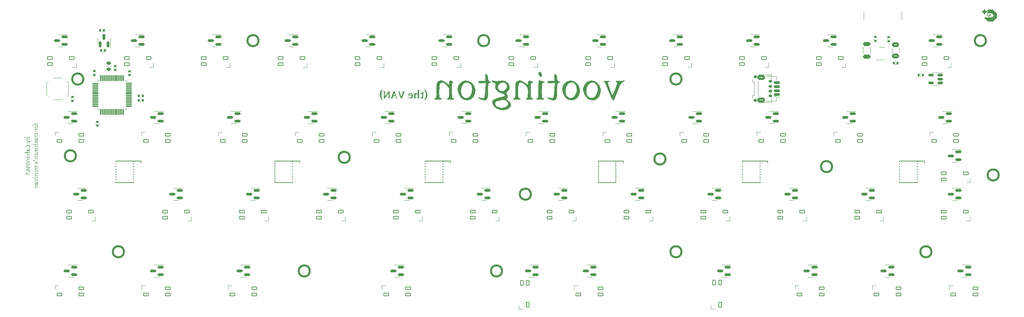
<source format=gbr>
%TF.GenerationSoftware,KiCad,Pcbnew,(7.0.0)*%
%TF.CreationDate,2023-10-27T13:48:32+02:00*%
%TF.ProjectId,vootington VAN,766f6f74-696e-4677-946f-6e2056414e2e,rev?*%
%TF.SameCoordinates,Original*%
%TF.FileFunction,Legend,Bot*%
%TF.FilePolarity,Positive*%
%FSLAX46Y46*%
G04 Gerber Fmt 4.6, Leading zero omitted, Abs format (unit mm)*
G04 Created by KiCad (PCBNEW (7.0.0)) date 2023-10-27 13:48:32*
%MOMM*%
%LPD*%
G01*
G04 APERTURE LIST*
G04 Aperture macros list*
%AMRoundRect*
0 Rectangle with rounded corners*
0 $1 Rounding radius*
0 $2 $3 $4 $5 $6 $7 $8 $9 X,Y pos of 4 corners*
0 Add a 4 corners polygon primitive as box body*
4,1,4,$2,$3,$4,$5,$6,$7,$8,$9,$2,$3,0*
0 Add four circle primitives for the rounded corners*
1,1,$1+$1,$2,$3*
1,1,$1+$1,$4,$5*
1,1,$1+$1,$6,$7*
1,1,$1+$1,$8,$9*
0 Add four rect primitives between the rounded corners*
20,1,$1+$1,$2,$3,$4,$5,0*
20,1,$1+$1,$4,$5,$6,$7,0*
20,1,$1+$1,$6,$7,$8,$9,0*
20,1,$1+$1,$8,$9,$2,$3,0*%
%AMFreePoly0*
4,1,18,-0.410000,0.593000,-0.403758,0.624380,-0.385983,0.650983,-0.359380,0.668758,-0.328000,0.675000,0.328000,0.675000,0.359380,0.668758,0.385983,0.650983,0.403758,0.624380,0.410000,0.593000,0.410000,-0.593000,0.403758,-0.624380,0.385983,-0.650983,0.359380,-0.668758,0.328000,-0.675000,0.000000,-0.675000,-0.410000,-0.265000,-0.410000,0.593000,-0.410000,0.593000,$1*%
G04 Aperture macros list end*
%ADD10C,0.150000*%
%ADD11C,0.200000*%
%ADD12C,0.500000*%
%ADD13C,0.120000*%
%ADD14C,0.170180*%
%ADD15C,0.002540*%
%ADD16C,1.700000*%
%ADD17C,2.200000*%
%ADD18C,3.048000*%
%ADD19C,3.987800*%
%ADD20C,3.800000*%
%ADD21RoundRect,0.082000X-0.328000X-0.593000X0.328000X-0.593000X0.328000X0.593000X-0.328000X0.593000X0*%
%ADD22FreePoly0,0.000000*%
%ADD23RoundRect,0.150000X0.512500X0.150000X-0.512500X0.150000X-0.512500X-0.150000X0.512500X-0.150000X0*%
%ADD24RoundRect,0.150000X0.587500X0.150000X-0.587500X0.150000X-0.587500X-0.150000X0.587500X-0.150000X0*%
%ADD25R,1.778000X0.419100*%
%ADD26RoundRect,0.082000X-0.593000X0.328000X-0.593000X-0.328000X0.593000X-0.328000X0.593000X0.328000X0*%
%ADD27FreePoly0,270.000000*%
%ADD28RoundRect,0.082000X0.593000X-0.328000X0.593000X0.328000X-0.593000X0.328000X-0.593000X-0.328000X0*%
%ADD29FreePoly0,90.000000*%
%ADD30R,1.100000X1.800000*%
%ADD31RoundRect,0.075000X0.662500X0.075000X-0.662500X0.075000X-0.662500X-0.075000X0.662500X-0.075000X0*%
%ADD32RoundRect,0.075000X0.075000X0.662500X-0.075000X0.662500X-0.075000X-0.662500X0.075000X-0.662500X0*%
%ADD33RoundRect,0.140000X0.140000X0.170000X-0.140000X0.170000X-0.140000X-0.170000X0.140000X-0.170000X0*%
%ADD34RoundRect,0.135000X0.185000X-0.135000X0.185000X0.135000X-0.185000X0.135000X-0.185000X-0.135000X0*%
%ADD35RoundRect,0.140000X-0.140000X-0.170000X0.140000X-0.170000X0.140000X0.170000X-0.140000X0.170000X0*%
%ADD36R,0.700000X1.000000*%
%ADD37R,0.700000X0.600000*%
%ADD38RoundRect,0.150000X0.625000X-0.150000X0.625000X0.150000X-0.625000X0.150000X-0.625000X-0.150000X0*%
%ADD39RoundRect,0.250000X0.650000X-0.350000X0.650000X0.350000X-0.650000X0.350000X-0.650000X-0.350000X0*%
%ADD40RoundRect,0.140000X-0.170000X0.140000X-0.170000X-0.140000X0.170000X-0.140000X0.170000X0.140000X0*%
%ADD41RoundRect,0.150000X0.275000X-0.150000X0.275000X0.150000X-0.275000X0.150000X-0.275000X-0.150000X0*%
%ADD42RoundRect,0.175000X0.225000X-0.175000X0.225000X0.175000X-0.225000X0.175000X-0.225000X-0.175000X0*%
%ADD43C,0.650000*%
%ADD44R,0.600000X1.450000*%
%ADD45R,0.300000X1.450000*%
%ADD46O,1.000000X1.600000*%
%ADD47O,1.000000X2.100000*%
%ADD48RoundRect,0.140000X0.170000X-0.140000X0.170000X0.140000X-0.170000X0.140000X-0.170000X-0.140000X0*%
%ADD49RoundRect,0.250000X0.700000X-0.275000X0.700000X0.275000X-0.700000X0.275000X-0.700000X-0.275000X0*%
%ADD50RoundRect,0.225000X0.250000X-0.225000X0.250000X0.225000X-0.250000X0.225000X-0.250000X-0.225000X0*%
%ADD51RoundRect,0.150000X0.150000X-0.587500X0.150000X0.587500X-0.150000X0.587500X-0.150000X-0.587500X0*%
%ADD52RoundRect,0.250000X-0.625000X0.375000X-0.625000X-0.375000X0.625000X-0.375000X0.625000X0.375000X0*%
G04 APERTURE END LIST*
D10*
G36*
X27681912Y-65094946D02*
G01*
X27683416Y-65106847D01*
X27685119Y-65119612D01*
X27686997Y-65132723D01*
X27689022Y-65145590D01*
X27691392Y-65156695D01*
X27695799Y-65168190D01*
X27702504Y-65178123D01*
X27710769Y-65185283D01*
X27721457Y-65190642D01*
X27733278Y-65193950D01*
X27740028Y-65195132D01*
X27752612Y-65196607D01*
X27765427Y-65197476D01*
X27777751Y-65197909D01*
X27791311Y-65198054D01*
X28774339Y-65198054D01*
X28778909Y-65206383D01*
X28784858Y-65217418D01*
X28790642Y-65228370D01*
X28796261Y-65239239D01*
X28801715Y-65250027D01*
X28807005Y-65260731D01*
X28812129Y-65271354D01*
X28818303Y-65284515D01*
X28820661Y-65289766D01*
X28826357Y-65302672D01*
X28831767Y-65315263D01*
X28836890Y-65327539D01*
X28841727Y-65339500D01*
X28846278Y-65351146D01*
X28850543Y-65362478D01*
X28851343Y-65364705D01*
X28855904Y-65377729D01*
X28860054Y-65390176D01*
X28863790Y-65402046D01*
X28867115Y-65413339D01*
X28870473Y-65425786D01*
X28872122Y-65432554D01*
X28874760Y-65444937D01*
X28876676Y-65457029D01*
X28877507Y-65469163D01*
X28877219Y-65484276D01*
X28876353Y-65499132D01*
X28874911Y-65513731D01*
X28872891Y-65528074D01*
X28870295Y-65542161D01*
X28867121Y-65555991D01*
X28863370Y-65569565D01*
X28859043Y-65582883D01*
X28854294Y-65595934D01*
X28849132Y-65608711D01*
X28843559Y-65621213D01*
X28837574Y-65633441D01*
X28831176Y-65645393D01*
X28824366Y-65657071D01*
X28817144Y-65668474D01*
X28809510Y-65679603D01*
X28801501Y-65690516D01*
X28793152Y-65701127D01*
X28784465Y-65711435D01*
X28775438Y-65721442D01*
X28766073Y-65731146D01*
X28756369Y-65740547D01*
X28746326Y-65749647D01*
X28735944Y-65758444D01*
X28725246Y-65766990D01*
X28714402Y-65775187D01*
X28703411Y-65783037D01*
X28692274Y-65790538D01*
X28680990Y-65797691D01*
X28669559Y-65804496D01*
X28657982Y-65810953D01*
X28646258Y-65817063D01*
X28634356Y-65822888D01*
X28622390Y-65828347D01*
X28610359Y-65833439D01*
X28598265Y-65838165D01*
X28586106Y-65842525D01*
X28573883Y-65846518D01*
X28561596Y-65850145D01*
X28549245Y-65853406D01*
X28536830Y-65856291D01*
X28524497Y-65858791D01*
X28512247Y-65860907D01*
X28500079Y-65862638D01*
X28487993Y-65863985D01*
X28475990Y-65864946D01*
X28464070Y-65865523D01*
X28452232Y-65865716D01*
X28441201Y-65865640D01*
X28424916Y-65865243D01*
X28408946Y-65864507D01*
X28393290Y-65863430D01*
X28377948Y-65862013D01*
X28362920Y-65860256D01*
X28348207Y-65858160D01*
X28333808Y-65855723D01*
X28319723Y-65852946D01*
X28305953Y-65849829D01*
X28292497Y-65846372D01*
X28279388Y-65842613D01*
X28266661Y-65838592D01*
X28254315Y-65834308D01*
X28242351Y-65829762D01*
X28230767Y-65824952D01*
X28219565Y-65819880D01*
X28208744Y-65814545D01*
X28198305Y-65808948D01*
X28184978Y-65801075D01*
X28172329Y-65792736D01*
X28160381Y-65783957D01*
X28149157Y-65774766D01*
X28138656Y-65765163D01*
X28128879Y-65755147D01*
X28119825Y-65744719D01*
X28111495Y-65733880D01*
X28103888Y-65722628D01*
X28097005Y-65710963D01*
X28090891Y-65699029D01*
X28085593Y-65686820D01*
X28081109Y-65674336D01*
X28077441Y-65661578D01*
X28074588Y-65648544D01*
X28072550Y-65635236D01*
X28071327Y-65621653D01*
X28070920Y-65607795D01*
X28071094Y-65601659D01*
X28072486Y-65588616D01*
X28074846Y-65576362D01*
X28078272Y-65563323D01*
X28082057Y-65551522D01*
X28082610Y-65550056D01*
X28183467Y-65550056D01*
X28183555Y-65554992D01*
X28184547Y-65567241D01*
X28186641Y-65579361D01*
X28189836Y-65591352D01*
X28194134Y-65603215D01*
X28199533Y-65614948D01*
X28206035Y-65626553D01*
X28213490Y-65637971D01*
X28221932Y-65648959D01*
X28231361Y-65659517D01*
X28241778Y-65669647D01*
X28250823Y-65677441D01*
X28260500Y-65684961D01*
X28270808Y-65692206D01*
X28273483Y-65693971D01*
X28284568Y-65700804D01*
X28296267Y-65707270D01*
X28308579Y-65713370D01*
X28321505Y-65719104D01*
X28335044Y-65724471D01*
X28349197Y-65729472D01*
X28363964Y-65734106D01*
X28375442Y-65737342D01*
X28383280Y-65739400D01*
X28395303Y-65742239D01*
X28407645Y-65744779D01*
X28420307Y-65747020D01*
X28433288Y-65748962D01*
X28446589Y-65750606D01*
X28460209Y-65751951D01*
X28474149Y-65752996D01*
X28488408Y-65753743D01*
X28502986Y-65754192D01*
X28517884Y-65754341D01*
X28523700Y-65754290D01*
X28538160Y-65753710D01*
X28552506Y-65752486D01*
X28566737Y-65750619D01*
X28580853Y-65748107D01*
X28594855Y-65744952D01*
X28608743Y-65741152D01*
X28614202Y-65739453D01*
X28627542Y-65734765D01*
X28640438Y-65729447D01*
X28652890Y-65723499D01*
X28664898Y-65716921D01*
X28676463Y-65709714D01*
X28687584Y-65701878D01*
X28691891Y-65698606D01*
X28702198Y-65690005D01*
X28711847Y-65680803D01*
X28720837Y-65670999D01*
X28729169Y-65660595D01*
X28736842Y-65649590D01*
X28743858Y-65637984D01*
X28748804Y-65628339D01*
X28754059Y-65615743D01*
X28758283Y-65602545D01*
X28761477Y-65588746D01*
X28763641Y-65574346D01*
X28764631Y-65562394D01*
X28764960Y-65550056D01*
X28764901Y-65546159D01*
X28764123Y-65533789D01*
X28762817Y-65521865D01*
X28761150Y-65509903D01*
X28759746Y-65501967D01*
X28757372Y-65490353D01*
X28754521Y-65478149D01*
X28751193Y-65465356D01*
X28747961Y-65453922D01*
X28746762Y-65450062D01*
X28742850Y-65438315D01*
X28738464Y-65426321D01*
X28733604Y-65414080D01*
X28728270Y-65401592D01*
X28722462Y-65388856D01*
X28720416Y-65384575D01*
X28715031Y-65373924D01*
X28709259Y-65363343D01*
X28703101Y-65352835D01*
X28696557Y-65342398D01*
X28689626Y-65332032D01*
X28682308Y-65321738D01*
X28355805Y-65321738D01*
X28343678Y-65330384D01*
X28332064Y-65339030D01*
X28320963Y-65347677D01*
X28310375Y-65356323D01*
X28300300Y-65364969D01*
X28290738Y-65373615D01*
X28281689Y-65382261D01*
X28273153Y-65390908D01*
X28271078Y-65393065D01*
X28261107Y-65403733D01*
X28251810Y-65414200D01*
X28243184Y-65424467D01*
X28235232Y-65434533D01*
X28227952Y-65444399D01*
X28220103Y-65455974D01*
X28214161Y-65465349D01*
X28207787Y-65476203D01*
X28202236Y-65486623D01*
X28196803Y-65498234D01*
X28191967Y-65510782D01*
X28190937Y-65513786D01*
X28187484Y-65525070D01*
X28184662Y-65537527D01*
X28183467Y-65550056D01*
X28082610Y-65550056D01*
X28086646Y-65539346D01*
X28092059Y-65526778D01*
X28097200Y-65516006D01*
X28102913Y-65504963D01*
X28109198Y-65493647D01*
X28116056Y-65482059D01*
X28118962Y-65477357D01*
X28126647Y-65465492D01*
X28134933Y-65453469D01*
X28141994Y-65443737D01*
X28149441Y-65433905D01*
X28157272Y-65423972D01*
X28165488Y-65413938D01*
X28174088Y-65403804D01*
X28176299Y-65401257D01*
X28185394Y-65391058D01*
X28194892Y-65380841D01*
X28204793Y-65370606D01*
X28215097Y-65360352D01*
X28225804Y-65350080D01*
X28236914Y-65339790D01*
X28248427Y-65329482D01*
X28257326Y-65321738D01*
X27611059Y-65321738D01*
X27608202Y-65318441D01*
X27600508Y-65309428D01*
X27599468Y-65308183D01*
X27591422Y-65299463D01*
X27583216Y-65291257D01*
X27589403Y-65279492D01*
X27595214Y-65267644D01*
X27600650Y-65255715D01*
X27605710Y-65243703D01*
X27610395Y-65231608D01*
X27614705Y-65219431D01*
X27618639Y-65207171D01*
X27622197Y-65194830D01*
X27625563Y-65182369D01*
X27628920Y-65169752D01*
X27632267Y-65156980D01*
X27635606Y-65144051D01*
X27638935Y-65130968D01*
X27642255Y-65117728D01*
X27645566Y-65104333D01*
X27648868Y-65090782D01*
X27681401Y-65090782D01*
X27681912Y-65094946D01*
G37*
G36*
X28125142Y-66750266D02*
G01*
X28128018Y-66738377D01*
X28131122Y-66726360D01*
X28134408Y-66714694D01*
X28135986Y-66709526D01*
X28140228Y-66697824D01*
X28145603Y-66686605D01*
X28147124Y-66684027D01*
X28154604Y-66674444D01*
X28161192Y-66668786D01*
X28172139Y-66662935D01*
X28181415Y-66659407D01*
X28925867Y-66384194D01*
X28937232Y-66379840D01*
X28948390Y-66375425D01*
X28959342Y-66370947D01*
X28975383Y-66364115D01*
X28990961Y-66357143D01*
X29006075Y-66350032D01*
X29020726Y-66342783D01*
X29034913Y-66335394D01*
X29048636Y-66327866D01*
X29061896Y-66320199D01*
X29074691Y-66312393D01*
X29082964Y-66307111D01*
X29095011Y-66299115D01*
X29106640Y-66291061D01*
X29117851Y-66282951D01*
X29128645Y-66274784D01*
X29139022Y-66266561D01*
X29148982Y-66258281D01*
X29158524Y-66249944D01*
X29167650Y-66241551D01*
X29176357Y-66233100D01*
X29184648Y-66224594D01*
X29189943Y-66218891D01*
X29200073Y-66207451D01*
X29209507Y-66195993D01*
X29218244Y-66184517D01*
X29226286Y-66173022D01*
X29233632Y-66161509D01*
X29240281Y-66149978D01*
X29246235Y-66138428D01*
X29251492Y-66126860D01*
X29256163Y-66115430D01*
X29260211Y-66104146D01*
X29264396Y-66090247D01*
X29267607Y-66076577D01*
X29269846Y-66063136D01*
X29271111Y-66049924D01*
X29271422Y-66039519D01*
X29271226Y-66026037D01*
X29270637Y-66013032D01*
X29269655Y-66000504D01*
X29268281Y-65988452D01*
X29267319Y-65981780D01*
X29265139Y-65969049D01*
X29262703Y-65957234D01*
X29259655Y-65945036D01*
X29257061Y-65936351D01*
X29252621Y-65924424D01*
X29247305Y-65913626D01*
X29242992Y-65907042D01*
X29234750Y-65898580D01*
X29227752Y-65896197D01*
X29216191Y-65900907D01*
X29207821Y-65906162D01*
X29197199Y-65913435D01*
X29186940Y-65921129D01*
X29177219Y-65928934D01*
X29174995Y-65930782D01*
X29165173Y-65939329D01*
X29155490Y-65948155D01*
X29145946Y-65957258D01*
X29140703Y-65962436D01*
X29132120Y-65971697D01*
X29124106Y-65981279D01*
X29117142Y-65990961D01*
X29116084Y-65992624D01*
X29122790Y-66004975D01*
X29128437Y-66017297D01*
X29133025Y-66029590D01*
X29136554Y-66041855D01*
X29139024Y-66054091D01*
X29140436Y-66066298D01*
X29140703Y-66071173D01*
X29140931Y-66083231D01*
X29140354Y-66097135D01*
X29138850Y-66110420D01*
X29136418Y-66123087D01*
X29133059Y-66135136D01*
X29131031Y-66140929D01*
X29126047Y-66151759D01*
X29118812Y-66162567D01*
X29111168Y-66171873D01*
X29107877Y-66175513D01*
X29099520Y-66184247D01*
X29090350Y-66193008D01*
X29080366Y-66201798D01*
X29071161Y-66209354D01*
X29063034Y-66215667D01*
X29052895Y-66223220D01*
X29042261Y-66230711D01*
X29031133Y-66238140D01*
X29019510Y-66245507D01*
X29009447Y-66251600D01*
X29003244Y-66255234D01*
X28992752Y-66261165D01*
X28982160Y-66266866D01*
X28971469Y-66272339D01*
X28960677Y-66277582D01*
X28949784Y-66282597D01*
X28938792Y-66287383D01*
X28934367Y-66289233D01*
X28877214Y-66313266D01*
X28181415Y-66042743D01*
X28170534Y-66038200D01*
X28159957Y-66030987D01*
X28151142Y-66021549D01*
X28146244Y-66014020D01*
X28140419Y-66002077D01*
X28135623Y-65989582D01*
X28131735Y-65977355D01*
X28128053Y-65963726D01*
X28125142Y-65951298D01*
X28089678Y-65951298D01*
X28089678Y-66269596D01*
X28125142Y-66269596D01*
X28126691Y-66257928D01*
X28128524Y-66245384D01*
X28130653Y-66232456D01*
X28133093Y-66219707D01*
X28133641Y-66217132D01*
X28136406Y-66205380D01*
X28140253Y-66193620D01*
X28143900Y-66185772D01*
X28151266Y-66176585D01*
X28159140Y-66172876D01*
X28171376Y-66173409D01*
X28181415Y-66176393D01*
X28707807Y-66379212D01*
X28181415Y-66569721D01*
X28169329Y-66572096D01*
X28160313Y-66570894D01*
X28150352Y-66564024D01*
X28145365Y-66556825D01*
X28140316Y-66545341D01*
X28136821Y-66533877D01*
X28134814Y-66525465D01*
X28132153Y-66513277D01*
X28129748Y-66501082D01*
X28127615Y-66489359D01*
X28125453Y-66476655D01*
X28125142Y-66474760D01*
X28089678Y-66474760D01*
X28089678Y-66750266D01*
X28125142Y-66750266D01*
G37*
G36*
X28684067Y-67970991D02*
G01*
X28694401Y-67961138D01*
X28704411Y-67951362D01*
X28714095Y-67941664D01*
X28723456Y-67932042D01*
X28732491Y-67922498D01*
X28741203Y-67913031D01*
X28749589Y-67903642D01*
X28757651Y-67894330D01*
X28765389Y-67885095D01*
X28772802Y-67875937D01*
X28777563Y-67869875D01*
X28786699Y-67857908D01*
X28795350Y-67846043D01*
X28803516Y-67834278D01*
X28811195Y-67822614D01*
X28818390Y-67811051D01*
X28825099Y-67799588D01*
X28831323Y-67788226D01*
X28837061Y-67776965D01*
X28842291Y-67765777D01*
X28847136Y-67754635D01*
X28851596Y-67743539D01*
X28855672Y-67732488D01*
X28860226Y-67718740D01*
X28864179Y-67705062D01*
X28867530Y-67691457D01*
X28868128Y-67688744D01*
X28870830Y-67675203D01*
X28873074Y-67661691D01*
X28874860Y-67648207D01*
X28876188Y-67634751D01*
X28877059Y-67621325D01*
X28877471Y-67607927D01*
X28877507Y-67602576D01*
X28877203Y-67588203D01*
X28876291Y-67573882D01*
X28874772Y-67559613D01*
X28872644Y-67545395D01*
X28869908Y-67531229D01*
X28866565Y-67517114D01*
X28862613Y-67503051D01*
X28858053Y-67489039D01*
X28852886Y-67475079D01*
X28847111Y-67461170D01*
X28842923Y-67451927D01*
X28836170Y-67438264D01*
X28828882Y-67424865D01*
X28821057Y-67411728D01*
X28812698Y-67398854D01*
X28803802Y-67386243D01*
X28794370Y-67373894D01*
X28784403Y-67361809D01*
X28773900Y-67349986D01*
X28762861Y-67338425D01*
X28751286Y-67327128D01*
X28743271Y-67319742D01*
X28730762Y-67309002D01*
X28717742Y-67298653D01*
X28704212Y-67288696D01*
X28690172Y-67279131D01*
X28675621Y-67269957D01*
X28660561Y-67261174D01*
X28650238Y-67255537D01*
X28639688Y-67250074D01*
X28628911Y-67244784D01*
X28617907Y-67239669D01*
X28606677Y-67234727D01*
X28595220Y-67229960D01*
X28583537Y-67225367D01*
X28571642Y-67221037D01*
X28559554Y-67216986D01*
X28547270Y-67213215D01*
X28534792Y-67209723D01*
X28522119Y-67206511D01*
X28509252Y-67203577D01*
X28496190Y-67200923D01*
X28482933Y-67198549D01*
X28469482Y-67196454D01*
X28455836Y-67194638D01*
X28441995Y-67193102D01*
X28427960Y-67191845D01*
X28413730Y-67190867D01*
X28399306Y-67190168D01*
X28384687Y-67189749D01*
X28369873Y-67189610D01*
X28353484Y-67189765D01*
X28337289Y-67190233D01*
X28321290Y-67191011D01*
X28305484Y-67192101D01*
X28289874Y-67193502D01*
X28274458Y-67195215D01*
X28259237Y-67197239D01*
X28244210Y-67199575D01*
X28229378Y-67202222D01*
X28214741Y-67205180D01*
X28200298Y-67208450D01*
X28186050Y-67212031D01*
X28171996Y-67215924D01*
X28158137Y-67220128D01*
X28144473Y-67224643D01*
X28131004Y-67229470D01*
X28117717Y-67234599D01*
X28104676Y-67239948D01*
X28091879Y-67245517D01*
X28079328Y-67251305D01*
X28067021Y-67257314D01*
X28054960Y-67263542D01*
X28043144Y-67269990D01*
X28031572Y-67276658D01*
X28020246Y-67283545D01*
X28009164Y-67290653D01*
X27998328Y-67297980D01*
X27987737Y-67305527D01*
X27977390Y-67313294D01*
X27967289Y-67321281D01*
X27957433Y-67329488D01*
X27947821Y-67337914D01*
X27938469Y-67346573D01*
X27929389Y-67355403D01*
X27920581Y-67364406D01*
X27912046Y-67373580D01*
X27903783Y-67382925D01*
X27895793Y-67392443D01*
X27888075Y-67402132D01*
X27880630Y-67411993D01*
X27873457Y-67422025D01*
X27866557Y-67432230D01*
X27859929Y-67442606D01*
X27853574Y-67453154D01*
X27847491Y-67463873D01*
X27841681Y-67474765D01*
X27836143Y-67485828D01*
X27830878Y-67497063D01*
X27825874Y-67508426D01*
X27821192Y-67519873D01*
X27816834Y-67531406D01*
X27812798Y-67543023D01*
X27809085Y-67554725D01*
X27805695Y-67566512D01*
X27802628Y-67578383D01*
X27799883Y-67590339D01*
X27797462Y-67602380D01*
X27795363Y-67614505D01*
X27793588Y-67626715D01*
X27792135Y-67639010D01*
X27791005Y-67651390D01*
X27790198Y-67663855D01*
X27789713Y-67676404D01*
X27789552Y-67689037D01*
X27789727Y-67705550D01*
X27790253Y-67721677D01*
X27791129Y-67737417D01*
X27792355Y-67752771D01*
X27793931Y-67767739D01*
X27795858Y-67782320D01*
X27798135Y-67796514D01*
X27800763Y-67810322D01*
X27803741Y-67823744D01*
X27807069Y-67836780D01*
X27809482Y-67845255D01*
X27813244Y-67857629D01*
X27817166Y-67869579D01*
X27821247Y-67881108D01*
X27825488Y-67892214D01*
X27831391Y-67906365D01*
X27837578Y-67919765D01*
X27844049Y-67932413D01*
X27850804Y-67944311D01*
X27857842Y-67955458D01*
X27869751Y-67954893D01*
X27873376Y-67952820D01*
X27883720Y-67945947D01*
X27893380Y-67938696D01*
X27900927Y-67932596D01*
X27910664Y-67924519D01*
X27920459Y-67916041D01*
X27929323Y-67908069D01*
X27932288Y-67905339D01*
X27941452Y-67896821D01*
X27950277Y-67888509D01*
X27957786Y-67881305D01*
X27952804Y-67852289D01*
X27943352Y-67841564D01*
X27934339Y-67830344D01*
X27925766Y-67818630D01*
X27917633Y-67806421D01*
X27909939Y-67793717D01*
X27902685Y-67780519D01*
X27895871Y-67766826D01*
X27889496Y-67752638D01*
X27885044Y-67741660D01*
X27881030Y-67730378D01*
X27877453Y-67718792D01*
X27874315Y-67706902D01*
X27871614Y-67694708D01*
X27869352Y-67682210D01*
X27867527Y-67669409D01*
X27866140Y-67656303D01*
X27865192Y-67642893D01*
X27864681Y-67629179D01*
X27864583Y-67619868D01*
X27865088Y-67607306D01*
X27866603Y-67594238D01*
X27868705Y-67582636D01*
X27871549Y-67570663D01*
X27875135Y-67558319D01*
X27879524Y-67545868D01*
X27884779Y-67533356D01*
X27890900Y-67520781D01*
X27896661Y-67510255D01*
X27903024Y-67499687D01*
X27908547Y-67491201D01*
X27915950Y-67480725D01*
X27924055Y-67470364D01*
X27932860Y-67460117D01*
X27942367Y-67449985D01*
X27952575Y-67439967D01*
X27961247Y-67432035D01*
X27968045Y-67426134D01*
X27977447Y-67418404D01*
X27987334Y-67410894D01*
X27997706Y-67403603D01*
X28008565Y-67396532D01*
X28019908Y-67389681D01*
X28031737Y-67383050D01*
X28044052Y-67376639D01*
X28056851Y-67370447D01*
X28070155Y-67364521D01*
X28083981Y-67358907D01*
X28098328Y-67353604D01*
X28109432Y-67349831D01*
X28120829Y-67346233D01*
X28132520Y-67342810D01*
X28144504Y-67339563D01*
X28156782Y-67336490D01*
X28169354Y-67333593D01*
X28177898Y-67331759D01*
X28190928Y-67329192D01*
X28204297Y-67326878D01*
X28218006Y-67324817D01*
X28232056Y-67323008D01*
X28246445Y-67321451D01*
X28261175Y-67320146D01*
X28276245Y-67319095D01*
X28291654Y-67318295D01*
X28307404Y-67317748D01*
X28323494Y-67317454D01*
X28334409Y-67317398D01*
X28348296Y-67317521D01*
X28361969Y-67317892D01*
X28375426Y-67318510D01*
X28388668Y-67319376D01*
X28401694Y-67320489D01*
X28414505Y-67321849D01*
X28427101Y-67323456D01*
X28439482Y-67325311D01*
X28451648Y-67327413D01*
X28463598Y-67329762D01*
X28475333Y-67332359D01*
X28486853Y-67335203D01*
X28503729Y-67339932D01*
X28520121Y-67345218D01*
X28530780Y-67349051D01*
X28546357Y-67355146D01*
X28561435Y-67361560D01*
X28576012Y-67368294D01*
X28590090Y-67375347D01*
X28603668Y-67382720D01*
X28616746Y-67390412D01*
X28629325Y-67398423D01*
X28641404Y-67406754D01*
X28652983Y-67415404D01*
X28664062Y-67424374D01*
X28671171Y-67430531D01*
X28681425Y-67440026D01*
X28691195Y-67449717D01*
X28700481Y-67459604D01*
X28709282Y-67469686D01*
X28717599Y-67479964D01*
X28725432Y-67490438D01*
X28732780Y-67501108D01*
X28739644Y-67511974D01*
X28746024Y-67523035D01*
X28751920Y-67534292D01*
X28755581Y-67541906D01*
X28760610Y-67553418D01*
X28765143Y-67564873D01*
X28769183Y-67576272D01*
X28772727Y-67587614D01*
X28776684Y-67602649D01*
X28779761Y-67617583D01*
X28781960Y-67632416D01*
X28783278Y-67647148D01*
X28783718Y-67661780D01*
X28782974Y-67676367D01*
X28781307Y-67688995D01*
X28778687Y-67702475D01*
X28775115Y-67716807D01*
X28771811Y-67728115D01*
X28767971Y-67739902D01*
X28763596Y-67752168D01*
X28758684Y-67764913D01*
X28753237Y-67778137D01*
X28747122Y-67791766D01*
X28740209Y-67805724D01*
X28732497Y-67820013D01*
X28723987Y-67834631D01*
X28714678Y-67849578D01*
X28708029Y-67859727D01*
X28701024Y-67870021D01*
X28693665Y-67880463D01*
X28685951Y-67891051D01*
X28677881Y-67901785D01*
X28669457Y-67912666D01*
X28660678Y-67923694D01*
X28651544Y-67934868D01*
X28646844Y-67940510D01*
X28653879Y-67949010D01*
X28663199Y-67956506D01*
X28665016Y-67957802D01*
X28674825Y-67964310D01*
X28676154Y-67965130D01*
X28684067Y-67970991D01*
G37*
G36*
X28705811Y-68098257D02*
G01*
X28720122Y-68098978D01*
X28733746Y-68100501D01*
X28746683Y-68102825D01*
X28758934Y-68105951D01*
X28770497Y-68109878D01*
X28781373Y-68114606D01*
X28785538Y-68116692D01*
X28797457Y-68123362D01*
X28808510Y-68130651D01*
X28818697Y-68138557D01*
X28828018Y-68147082D01*
X28836475Y-68156225D01*
X28839103Y-68159400D01*
X28846440Y-68169213D01*
X28852952Y-68179458D01*
X28858640Y-68190137D01*
X28863503Y-68201248D01*
X28867542Y-68212792D01*
X28870413Y-68222549D01*
X28873216Y-68234145D01*
X28875600Y-68247516D01*
X28877031Y-68260720D01*
X28877507Y-68273755D01*
X28877307Y-68282127D01*
X28876353Y-68294280D01*
X28874614Y-68306939D01*
X28872090Y-68320102D01*
X28869301Y-68331787D01*
X28867112Y-68339824D01*
X28863313Y-68352069D01*
X28858896Y-68364540D01*
X28853861Y-68377238D01*
X28849193Y-68387993D01*
X28844095Y-68398905D01*
X28841931Y-68403344D01*
X28836181Y-68414491D01*
X28829944Y-68425709D01*
X28823221Y-68436999D01*
X28816011Y-68448361D01*
X28808314Y-68459794D01*
X28800131Y-68471298D01*
X28793239Y-68480604D01*
X28786045Y-68489910D01*
X28778548Y-68499215D01*
X28770749Y-68508521D01*
X28762648Y-68517827D01*
X28754244Y-68527132D01*
X28745538Y-68536438D01*
X28736530Y-68545744D01*
X28744663Y-68546026D01*
X28760260Y-68546970D01*
X28774970Y-68548417D01*
X28788791Y-68550368D01*
X28801724Y-68552823D01*
X28813768Y-68555781D01*
X28827574Y-68560187D01*
X28839992Y-68565381D01*
X28848784Y-68570066D01*
X28859775Y-68577625D01*
X28869264Y-68587252D01*
X28875163Y-68597749D01*
X28877507Y-68610810D01*
X28876949Y-68618597D01*
X28874293Y-68631349D01*
X28870274Y-68643999D01*
X28865697Y-68655753D01*
X28860004Y-68668609D01*
X28854646Y-68679686D01*
X28850060Y-68688473D01*
X28843184Y-68700854D01*
X28835438Y-68713995D01*
X28829057Y-68724350D01*
X28822187Y-68735132D01*
X28814827Y-68746342D01*
X28806978Y-68757979D01*
X28798639Y-68770044D01*
X28789811Y-68782537D01*
X28780494Y-68795458D01*
X28742685Y-68783148D01*
X28744405Y-68779102D01*
X28749097Y-68767651D01*
X28753685Y-68755593D01*
X28757761Y-68743531D01*
X28760857Y-68732150D01*
X28762039Y-68726636D01*
X28764059Y-68714745D01*
X28764960Y-68702548D01*
X28764610Y-68698020D01*
X28759897Y-68686864D01*
X28750599Y-68678514D01*
X28749664Y-68677955D01*
X28738238Y-68673341D01*
X28726377Y-68670928D01*
X28714015Y-68669748D01*
X28701946Y-68669428D01*
X28246775Y-68669428D01*
X28236550Y-68669236D01*
X28221749Y-68668226D01*
X28207592Y-68666351D01*
X28194079Y-68663610D01*
X28181210Y-68660004D01*
X28168985Y-68655532D01*
X28157405Y-68650194D01*
X28146468Y-68643991D01*
X28136175Y-68636923D01*
X28126526Y-68628989D01*
X28117521Y-68620189D01*
X28111878Y-68613908D01*
X28104096Y-68603877D01*
X28097133Y-68593115D01*
X28090989Y-68581620D01*
X28085665Y-68569395D01*
X28081159Y-68556438D01*
X28077473Y-68542749D01*
X28074606Y-68528328D01*
X28072558Y-68513176D01*
X28071329Y-68497293D01*
X28070920Y-68480677D01*
X28071167Y-68467649D01*
X28071909Y-68454501D01*
X28073145Y-68441234D01*
X28074877Y-68427848D01*
X28077102Y-68414343D01*
X28079822Y-68400718D01*
X28083037Y-68386975D01*
X28086747Y-68373113D01*
X28090873Y-68359283D01*
X28095338Y-68345636D01*
X28100142Y-68332172D01*
X28105285Y-68318891D01*
X28110766Y-68305793D01*
X28116587Y-68292879D01*
X28122747Y-68280148D01*
X28129245Y-68267600D01*
X28136091Y-68255313D01*
X28143295Y-68243365D01*
X28150856Y-68231756D01*
X28158774Y-68220485D01*
X28167049Y-68209554D01*
X28175682Y-68198962D01*
X28184671Y-68188708D01*
X28194018Y-68178793D01*
X28198757Y-68174035D01*
X28208310Y-68164986D01*
X28217964Y-68156559D01*
X28227718Y-68148756D01*
X28237573Y-68141575D01*
X28247529Y-68135017D01*
X28260116Y-68127696D01*
X28272860Y-68121347D01*
X28305100Y-68132778D01*
X28305952Y-68142148D01*
X28305139Y-68154068D01*
X28303341Y-68166190D01*
X28301088Y-68177969D01*
X28298432Y-68189857D01*
X28295373Y-68201856D01*
X28291911Y-68213964D01*
X28289571Y-68221402D01*
X28285619Y-68232617D01*
X28280866Y-68244227D01*
X28275204Y-68255876D01*
X28268280Y-68266647D01*
X28258205Y-68272876D01*
X28250542Y-68272458D01*
X28237360Y-68273292D01*
X28224967Y-68276167D01*
X28213362Y-68281082D01*
X28205964Y-68285427D01*
X28195562Y-68292988D01*
X28185995Y-68301800D01*
X28178191Y-68310684D01*
X28171139Y-68320613D01*
X28164929Y-68331347D01*
X28159562Y-68342888D01*
X28155037Y-68355234D01*
X28154531Y-68356847D01*
X28151392Y-68368167D01*
X28148662Y-68381173D01*
X28146849Y-68394252D01*
X28145951Y-68407405D01*
X28145882Y-68412407D01*
X28146071Y-68424441D01*
X28146978Y-68437994D01*
X28148627Y-68450579D01*
X28151017Y-68462195D01*
X28154744Y-68474522D01*
X28155338Y-68476179D01*
X28159946Y-68487162D01*
X28166174Y-68498409D01*
X28173428Y-68508265D01*
X28181708Y-68516728D01*
X28190922Y-68524055D01*
X28200979Y-68530210D01*
X28211878Y-68535192D01*
X28223620Y-68539003D01*
X28225144Y-68539417D01*
X28237582Y-68542261D01*
X28250460Y-68544262D01*
X28263777Y-68545421D01*
X28275791Y-68545744D01*
X28391855Y-68545744D01*
X28446663Y-68545744D01*
X28660327Y-68545744D01*
X28663687Y-68541830D01*
X28673429Y-68530173D01*
X28682660Y-68518640D01*
X28691382Y-68507230D01*
X28699593Y-68495943D01*
X28707295Y-68484781D01*
X28714486Y-68473742D01*
X28721167Y-68462826D01*
X28727338Y-68452035D01*
X28733000Y-68441366D01*
X28739754Y-68427335D01*
X28745662Y-68413578D01*
X28750782Y-68400004D01*
X28755114Y-68386613D01*
X28758659Y-68373406D01*
X28761416Y-68360382D01*
X28763385Y-68347541D01*
X28764566Y-68334883D01*
X28764960Y-68322408D01*
X28764896Y-68319628D01*
X28763514Y-68307980D01*
X28760857Y-68296323D01*
X28757923Y-68287843D01*
X28752063Y-68276824D01*
X28744737Y-68267014D01*
X28742409Y-68264464D01*
X28733571Y-68256450D01*
X28723072Y-68249180D01*
X28712204Y-68243273D01*
X28706814Y-68240938D01*
X28694907Y-68237201D01*
X28683256Y-68234953D01*
X28670455Y-68233659D01*
X28658568Y-68233308D01*
X28653772Y-68233360D01*
X28639865Y-68234133D01*
X28626679Y-68235833D01*
X28614215Y-68238460D01*
X28602472Y-68242015D01*
X28591450Y-68246497D01*
X28584439Y-68249923D01*
X28572632Y-68256535D01*
X28561414Y-68263932D01*
X28550785Y-68272114D01*
X28540745Y-68281082D01*
X28538123Y-68283591D01*
X28529605Y-68292475D01*
X28521430Y-68302161D01*
X28514367Y-68311564D01*
X28513599Y-68312656D01*
X28506788Y-68323488D01*
X28500889Y-68334634D01*
X28495849Y-68345560D01*
X28490920Y-68357579D01*
X28486754Y-68369016D01*
X28482608Y-68381567D01*
X28479169Y-68392875D01*
X28475744Y-68404957D01*
X28472334Y-68417811D01*
X28468938Y-68431438D01*
X28466899Y-68440112D01*
X28464165Y-68452335D01*
X28461413Y-68465309D01*
X28458643Y-68479034D01*
X28455854Y-68493510D01*
X28453046Y-68508737D01*
X28450929Y-68520650D01*
X28448801Y-68532986D01*
X28446663Y-68545744D01*
X28391855Y-68545744D01*
X28393581Y-68534035D01*
X28396188Y-68516940D01*
X28398816Y-68500406D01*
X28401464Y-68484434D01*
X28404133Y-68469024D01*
X28406822Y-68454175D01*
X28409532Y-68439887D01*
X28412263Y-68426162D01*
X28415014Y-68412997D01*
X28417785Y-68400395D01*
X28420578Y-68388354D01*
X28423341Y-68376779D01*
X28427073Y-68361923D01*
X28430861Y-68347726D01*
X28434703Y-68334189D01*
X28438600Y-68321311D01*
X28442552Y-68309093D01*
X28446559Y-68297534D01*
X28451646Y-68284013D01*
X28455772Y-68273865D01*
X28460994Y-68261901D01*
X28466287Y-68250738D01*
X28472734Y-68238401D01*
X28479284Y-68227217D01*
X28485937Y-68217188D01*
X28490366Y-68211038D01*
X28498270Y-68200649D01*
X28506370Y-68190738D01*
X28514667Y-68181303D01*
X28523160Y-68172345D01*
X28528976Y-68166705D01*
X28539115Y-68157636D01*
X28549813Y-68148982D01*
X28561068Y-68140743D01*
X28572882Y-68132919D01*
X28585254Y-68125510D01*
X28595553Y-68119882D01*
X28606352Y-68114799D01*
X28617792Y-68110393D01*
X28629873Y-68106665D01*
X28642595Y-68103615D01*
X28655958Y-68101243D01*
X28669962Y-68099549D01*
X28684607Y-68098532D01*
X28699894Y-68098193D01*
X28705811Y-68098257D01*
G37*
G36*
X28858750Y-68852024D02*
G01*
X28823285Y-68852024D01*
X28821177Y-68864911D01*
X28819026Y-68876974D01*
X28816466Y-68890005D01*
X28813849Y-68901914D01*
X28811562Y-68911229D01*
X28808356Y-68922604D01*
X28804793Y-68933869D01*
X28800502Y-68945433D01*
X28798959Y-68949037D01*
X28793517Y-68959833D01*
X28786356Y-68969261D01*
X28776002Y-68975400D01*
X28773167Y-68975709D01*
X27792190Y-68975709D01*
X27778918Y-68975534D01*
X27766801Y-68975008D01*
X27754122Y-68973952D01*
X27741556Y-68972162D01*
X27734744Y-68970726D01*
X27722768Y-68966811D01*
X27711976Y-68960652D01*
X27703676Y-68952555D01*
X27697420Y-68942413D01*
X27693115Y-68931331D01*
X27690367Y-68919839D01*
X27689901Y-68917091D01*
X27687978Y-68905184D01*
X27686264Y-68893503D01*
X27684523Y-68880644D01*
X27683009Y-68868685D01*
X27681987Y-68860231D01*
X27649161Y-68860231D01*
X27646198Y-68874881D01*
X27643171Y-68889229D01*
X27640080Y-68903274D01*
X27636925Y-68917017D01*
X27633705Y-68930458D01*
X27630422Y-68943597D01*
X27627074Y-68956433D01*
X27623662Y-68968968D01*
X27619953Y-68981378D01*
X27615859Y-68993844D01*
X27611380Y-69006364D01*
X27606516Y-69018940D01*
X27601268Y-69031570D01*
X27595635Y-69044256D01*
X27589618Y-69056996D01*
X27583216Y-69069791D01*
X27611059Y-69099393D01*
X28773167Y-69099393D01*
X28784106Y-69104723D01*
X28792126Y-69115055D01*
X28797842Y-69125524D01*
X28798666Y-69127237D01*
X28803550Y-69139169D01*
X28807525Y-69151222D01*
X28811415Y-69165192D01*
X28814465Y-69177750D01*
X28817460Y-69191534D01*
X28820400Y-69206546D01*
X28822569Y-69218610D01*
X28823285Y-69222785D01*
X28858750Y-69222785D01*
X28858750Y-68852024D01*
G37*
G36*
X28124849Y-70072750D02*
G01*
X28127725Y-70060861D01*
X28130829Y-70048844D01*
X28134114Y-70037178D01*
X28135693Y-70032010D01*
X28139935Y-70020308D01*
X28145310Y-70009090D01*
X28146830Y-70006511D01*
X28154311Y-69996929D01*
X28160899Y-69991271D01*
X28171601Y-69985419D01*
X28180829Y-69981892D01*
X28804528Y-69748591D01*
X28815215Y-69743353D01*
X28825847Y-69736071D01*
X28834491Y-69728068D01*
X28835302Y-69727195D01*
X28842807Y-69718173D01*
X28850203Y-69707721D01*
X28856698Y-69696714D01*
X28862126Y-69685464D01*
X28866723Y-69674284D01*
X28870180Y-69664181D01*
X28873546Y-69652874D01*
X28876710Y-69640942D01*
X28877507Y-69637509D01*
X28180829Y-69365227D01*
X28169966Y-69360684D01*
X28159454Y-69353472D01*
X28150749Y-69344033D01*
X28145951Y-69336504D01*
X28140126Y-69324561D01*
X28135329Y-69312067D01*
X28131441Y-69299839D01*
X28127759Y-69286211D01*
X28124849Y-69273783D01*
X28089678Y-69273783D01*
X28089678Y-69592080D01*
X28124849Y-69592080D01*
X28126387Y-69580412D01*
X28128183Y-69567868D01*
X28130234Y-69554940D01*
X28132542Y-69542192D01*
X28133055Y-69539617D01*
X28135820Y-69527864D01*
X28139667Y-69516104D01*
X28143313Y-69508256D01*
X28150680Y-69499069D01*
X28158554Y-69495360D01*
X28170790Y-69495893D01*
X28180829Y-69498877D01*
X28706928Y-69701696D01*
X28180829Y-69892206D01*
X28168825Y-69894994D01*
X28160020Y-69894843D01*
X28149176Y-69889076D01*
X28145072Y-69883706D01*
X28139688Y-69872642D01*
X28135937Y-69860916D01*
X28134521Y-69855276D01*
X28131561Y-69842562D01*
X28129152Y-69830701D01*
X28127014Y-69819091D01*
X28124849Y-69806330D01*
X28089678Y-69806330D01*
X28089678Y-70072750D01*
X28124849Y-70072750D01*
G37*
G36*
X28858750Y-70142799D02*
G01*
X28823579Y-70142799D01*
X28820620Y-70156382D01*
X28817607Y-70169140D01*
X28814538Y-70181075D01*
X28810626Y-70194833D01*
X28806627Y-70207304D01*
X28802543Y-70218487D01*
X28798373Y-70228382D01*
X28792572Y-70240030D01*
X28785403Y-70250803D01*
X28775621Y-70258014D01*
X28773460Y-70258277D01*
X28308910Y-70258277D01*
X28296206Y-70258234D01*
X28284289Y-70258105D01*
X28271028Y-70257837D01*
X28258900Y-70257446D01*
X28246184Y-70256833D01*
X28241206Y-70256518D01*
X28229024Y-70255071D01*
X28217028Y-70252086D01*
X28205819Y-70247082D01*
X28201052Y-70243915D01*
X28192114Y-70235137D01*
X28185611Y-70224513D01*
X28181080Y-70212797D01*
X28180243Y-70209917D01*
X28177037Y-70196929D01*
X28174503Y-70183491D01*
X28172531Y-70170433D01*
X28171030Y-70158464D01*
X28169658Y-70145508D01*
X28169398Y-70142799D01*
X28136572Y-70142799D01*
X28133971Y-70155731D01*
X28131515Y-70167348D01*
X28128890Y-70179245D01*
X28126097Y-70191423D01*
X28124849Y-70196728D01*
X28121701Y-70209152D01*
X28118413Y-70221548D01*
X28114985Y-70233916D01*
X28111417Y-70246255D01*
X28109315Y-70253294D01*
X28105426Y-70265478D01*
X28101453Y-70277409D01*
X28097396Y-70289088D01*
X28093254Y-70300514D01*
X28090850Y-70306930D01*
X28086490Y-70317889D01*
X28081508Y-70329934D01*
X28076525Y-70341465D01*
X28071543Y-70352483D01*
X28070920Y-70353825D01*
X28070920Y-70381961D01*
X28773460Y-70381961D01*
X28783558Y-70388015D01*
X28790606Y-70397459D01*
X28796600Y-70407817D01*
X28797493Y-70409512D01*
X28802786Y-70420987D01*
X28807055Y-70432297D01*
X28811195Y-70445196D01*
X28814415Y-70456658D01*
X28817552Y-70469138D01*
X28820606Y-70482634D01*
X28823579Y-70497146D01*
X28858750Y-70497146D01*
X28858750Y-70142799D01*
G37*
G36*
X27828826Y-70406581D02*
G01*
X27841335Y-70405978D01*
X27853473Y-70404170D01*
X27865241Y-70401156D01*
X27871618Y-70398961D01*
X27882576Y-70394399D01*
X27893773Y-70388296D01*
X27903940Y-70381106D01*
X27906789Y-70378737D01*
X27915558Y-70370403D01*
X27923183Y-70361152D01*
X27929663Y-70350985D01*
X27930822Y-70348842D01*
X27935459Y-70337719D01*
X27938378Y-70325967D01*
X27939580Y-70313585D01*
X27939615Y-70311033D01*
X27938904Y-70297817D01*
X27936771Y-70286084D01*
X27932485Y-70274271D01*
X27925218Y-70263243D01*
X27919392Y-70257691D01*
X27908217Y-70250638D01*
X27896697Y-70246120D01*
X27883550Y-70243145D01*
X27870986Y-70241822D01*
X27861946Y-70241571D01*
X27849437Y-70242150D01*
X27837298Y-70243889D01*
X27825531Y-70246787D01*
X27819154Y-70248898D01*
X27808196Y-70253625D01*
X27796999Y-70259910D01*
X27786832Y-70267283D01*
X27783983Y-70269707D01*
X27775271Y-70278294D01*
X27767817Y-70287568D01*
X27761624Y-70297528D01*
X27760536Y-70299603D01*
X27756054Y-70310514D01*
X27753232Y-70321997D01*
X27752070Y-70334052D01*
X27752036Y-70336532D01*
X27752711Y-70349051D01*
X27755711Y-70363827D01*
X27761110Y-70376414D01*
X27768909Y-70386811D01*
X27779108Y-70395020D01*
X27791706Y-70401040D01*
X27806704Y-70404871D01*
X27819527Y-70406307D01*
X27828826Y-70406581D01*
G37*
G36*
X28858750Y-71092122D02*
G01*
X28823872Y-71092122D01*
X28820052Y-71106502D01*
X28816361Y-71119892D01*
X28812798Y-71132294D01*
X28809364Y-71143706D01*
X28805251Y-71156580D01*
X28801338Y-71167909D01*
X28796907Y-71179463D01*
X28791906Y-71190427D01*
X28785477Y-71200566D01*
X28775475Y-71207490D01*
X28774046Y-71207600D01*
X28343788Y-71207600D01*
X28331698Y-71207508D01*
X28317410Y-71207136D01*
X28304037Y-71206478D01*
X28291581Y-71205533D01*
X28277842Y-71204022D01*
X28265423Y-71202099D01*
X28263481Y-71201738D01*
X28250520Y-71198965D01*
X28238821Y-71195519D01*
X28226997Y-71190756D01*
X28215665Y-71184347D01*
X28214535Y-71183566D01*
X28205240Y-71176016D01*
X28197089Y-71166159D01*
X28191227Y-71154756D01*
X28189915Y-71151033D01*
X28186798Y-71138985D01*
X28184884Y-71127147D01*
X28183775Y-71114247D01*
X28183467Y-71102087D01*
X28184236Y-71088971D01*
X28186172Y-71076894D01*
X28189285Y-71064255D01*
X28192892Y-71052976D01*
X28195777Y-71045227D01*
X28200808Y-71033302D01*
X28206891Y-71021047D01*
X28212763Y-71010583D01*
X28219365Y-70999890D01*
X28226696Y-70988967D01*
X28234758Y-70977816D01*
X28243508Y-70966556D01*
X28251105Y-70957425D01*
X28259234Y-70948183D01*
X28267894Y-70938832D01*
X28277085Y-70929370D01*
X28286807Y-70919799D01*
X28297061Y-70910118D01*
X28305100Y-70902785D01*
X28316324Y-70893030D01*
X28328162Y-70883258D01*
X28337444Y-70875916D01*
X28347070Y-70868564D01*
X28357042Y-70861202D01*
X28367359Y-70853829D01*
X28378021Y-70846447D01*
X28389028Y-70839053D01*
X28400381Y-70831650D01*
X28412078Y-70824236D01*
X28774046Y-70824236D01*
X28784985Y-70830127D01*
X28792196Y-70840135D01*
X28797900Y-70851284D01*
X28799545Y-70855011D01*
X28804330Y-70867455D01*
X28808238Y-70879037D01*
X28812075Y-70891721D01*
X28815840Y-70905507D01*
X28818801Y-70917329D01*
X28821716Y-70929856D01*
X28823872Y-70939714D01*
X28858750Y-70939714D01*
X28858750Y-70585367D01*
X28824165Y-70585367D01*
X28820767Y-70598551D01*
X28817460Y-70610994D01*
X28814245Y-70622695D01*
X28810356Y-70636277D01*
X28806609Y-70648701D01*
X28803005Y-70659965D01*
X28799545Y-70670070D01*
X28794674Y-70681947D01*
X28788041Y-70692931D01*
X28778548Y-70700076D01*
X28775218Y-70700552D01*
X28287221Y-70700552D01*
X28274118Y-70700440D01*
X28262249Y-70700103D01*
X28250196Y-70699444D01*
X28237396Y-70698207D01*
X28225636Y-70695556D01*
X28214941Y-70690294D01*
X28208380Y-70684725D01*
X28201290Y-70674682D01*
X28196642Y-70663731D01*
X28193438Y-70651869D01*
X28193139Y-70650433D01*
X28190666Y-70637684D01*
X28188532Y-70624604D01*
X28186726Y-70611965D01*
X28184939Y-70598006D01*
X28183467Y-70585367D01*
X28145951Y-70585367D01*
X28143249Y-70599234D01*
X28140273Y-70612844D01*
X28137021Y-70626198D01*
X28133495Y-70639296D01*
X28129694Y-70652137D01*
X28125618Y-70664721D01*
X28121267Y-70677050D01*
X28116642Y-70689121D01*
X28111696Y-70701042D01*
X28106530Y-70712917D01*
X28101145Y-70724746D01*
X28095539Y-70736529D01*
X28089714Y-70748266D01*
X28083669Y-70759958D01*
X28077404Y-70771604D01*
X28070920Y-70783204D01*
X28099643Y-70811927D01*
X28303927Y-70821012D01*
X28293704Y-70827891D01*
X28283697Y-70834899D01*
X28273907Y-70842035D01*
X28264333Y-70849300D01*
X28254975Y-70856694D01*
X28245834Y-70864217D01*
X28236909Y-70871869D01*
X28225345Y-70882271D01*
X28214166Y-70892902D01*
X28206035Y-70901026D01*
X28195470Y-70911958D01*
X28185317Y-70922917D01*
X28175576Y-70933903D01*
X28166248Y-70944917D01*
X28157331Y-70955958D01*
X28148827Y-70967027D01*
X28140735Y-70978123D01*
X28133055Y-70989247D01*
X28125732Y-71000338D01*
X28118859Y-71011339D01*
X28112433Y-71022247D01*
X28106457Y-71033064D01*
X28100930Y-71043789D01*
X28095851Y-71054423D01*
X28090134Y-71067586D01*
X28087040Y-71075416D01*
X28082396Y-71088185D01*
X28078539Y-71100483D01*
X28075469Y-71112308D01*
X28072825Y-71125875D01*
X28071313Y-71138762D01*
X28070920Y-71148982D01*
X28071301Y-71162188D01*
X28072445Y-71175209D01*
X28074351Y-71188044D01*
X28077020Y-71200694D01*
X28080451Y-71213158D01*
X28081764Y-71217272D01*
X28086133Y-71229413D01*
X28091326Y-71240999D01*
X28097344Y-71252027D01*
X28104186Y-71262500D01*
X28111852Y-71272415D01*
X28114590Y-71275597D01*
X28123256Y-71284699D01*
X28132767Y-71293100D01*
X28143122Y-71300801D01*
X28154323Y-71307801D01*
X28166368Y-71314100D01*
X28170571Y-71316044D01*
X28181489Y-71320434D01*
X28192993Y-71324081D01*
X28205085Y-71326983D01*
X28217763Y-71329141D01*
X28231028Y-71330555D01*
X28244880Y-71331225D01*
X28250585Y-71331285D01*
X28773460Y-71331285D01*
X28784112Y-71336823D01*
X28791141Y-71346669D01*
X28796028Y-71356490D01*
X28801153Y-71369425D01*
X28805123Y-71381000D01*
X28809350Y-71394521D01*
X28812918Y-71406740D01*
X28816650Y-71420203D01*
X28820547Y-71434913D01*
X28823579Y-71446763D01*
X28858750Y-71446763D01*
X28858750Y-71092122D01*
G37*
G36*
X28384226Y-71528907D02*
G01*
X28397025Y-71529144D01*
X28409735Y-71529539D01*
X28422355Y-71530092D01*
X28434886Y-71530803D01*
X28447327Y-71531672D01*
X28459679Y-71532699D01*
X28471942Y-71533884D01*
X28484116Y-71535227D01*
X28496200Y-71536728D01*
X28508195Y-71538387D01*
X28520101Y-71540204D01*
X28531917Y-71542179D01*
X28543644Y-71544312D01*
X28555282Y-71546603D01*
X28566830Y-71549051D01*
X28578244Y-71551656D01*
X28595025Y-71555851D01*
X28611399Y-71560390D01*
X28627366Y-71565275D01*
X28642925Y-71570505D01*
X28658078Y-71576081D01*
X28672824Y-71582001D01*
X28687163Y-71588267D01*
X28701095Y-71594878D01*
X28714620Y-71601834D01*
X28727738Y-71609135D01*
X28736236Y-71614229D01*
X28748567Y-71622148D01*
X28760399Y-71630403D01*
X28771731Y-71638992D01*
X28782563Y-71647916D01*
X28792895Y-71657175D01*
X28802728Y-71666769D01*
X28812061Y-71676698D01*
X28820894Y-71686961D01*
X28829227Y-71697560D01*
X28837061Y-71708493D01*
X28841959Y-71716004D01*
X28848713Y-71727544D01*
X28854756Y-71739414D01*
X28860088Y-71751614D01*
X28864710Y-71764144D01*
X28868620Y-71777003D01*
X28871820Y-71790192D01*
X28874308Y-71803711D01*
X28876085Y-71817560D01*
X28877152Y-71831738D01*
X28877507Y-71846246D01*
X28877349Y-71855974D01*
X28876520Y-71870365D01*
X28874979Y-71884513D01*
X28872728Y-71898419D01*
X28869766Y-71912083D01*
X28866092Y-71925505D01*
X28861708Y-71938684D01*
X28856613Y-71951622D01*
X28850806Y-71964317D01*
X28844289Y-71976771D01*
X28837061Y-71988982D01*
X28831894Y-71997004D01*
X28823727Y-72008758D01*
X28815061Y-72020178D01*
X28805894Y-72031262D01*
X28796228Y-72042012D01*
X28786063Y-72052426D01*
X28775397Y-72062506D01*
X28764232Y-72072251D01*
X28752567Y-72081661D01*
X28740402Y-72090737D01*
X28727738Y-72099477D01*
X28723410Y-72102315D01*
X28710157Y-72110587D01*
X28696496Y-72118499D01*
X28682429Y-72126050D01*
X28667954Y-72133240D01*
X28653073Y-72140070D01*
X28637784Y-72146539D01*
X28622088Y-72152648D01*
X28605986Y-72158396D01*
X28589476Y-72163783D01*
X28578244Y-72167174D01*
X28566830Y-72170405D01*
X28555282Y-72173458D01*
X28543644Y-72176313D01*
X28531917Y-72178971D01*
X28520101Y-72181433D01*
X28508195Y-72183697D01*
X28496200Y-72185765D01*
X28484116Y-72187636D01*
X28471942Y-72189310D01*
X28459679Y-72190787D01*
X28447327Y-72192067D01*
X28434886Y-72193150D01*
X28422355Y-72194036D01*
X28409735Y-72194725D01*
X28397025Y-72195217D01*
X28384226Y-72195513D01*
X28371338Y-72195611D01*
X28358378Y-72195532D01*
X28345510Y-72195295D01*
X28332733Y-72194900D01*
X28320047Y-72194347D01*
X28307454Y-72193636D01*
X28294952Y-72192767D01*
X28282541Y-72191740D01*
X28270222Y-72190555D01*
X28257995Y-72189212D01*
X28245859Y-72187711D01*
X28233814Y-72186052D01*
X28221862Y-72184235D01*
X28210001Y-72182261D01*
X28198231Y-72180128D01*
X28186553Y-72177837D01*
X28174967Y-72175388D01*
X28163483Y-72172782D01*
X28146604Y-72168581D01*
X28130143Y-72164030D01*
X28114098Y-72159129D01*
X28098472Y-72153878D01*
X28083262Y-72148276D01*
X28068470Y-72142323D01*
X28054095Y-72136021D01*
X28040137Y-72129368D01*
X28026597Y-72122365D01*
X28013474Y-72115011D01*
X28004978Y-72109952D01*
X27992658Y-72102075D01*
X27980849Y-72093853D01*
X27969550Y-72085287D01*
X27958761Y-72076374D01*
X27948482Y-72067117D01*
X27938713Y-72057515D01*
X27929454Y-72047567D01*
X27920705Y-72037274D01*
X27912466Y-72026636D01*
X27904737Y-72015653D01*
X27899875Y-72008178D01*
X27893169Y-71996686D01*
X27887170Y-71984860D01*
X27881876Y-71972699D01*
X27877288Y-71960203D01*
X27873406Y-71947372D01*
X27870230Y-71934206D01*
X27867760Y-71920705D01*
X27865995Y-71906869D01*
X27864936Y-71892699D01*
X27864583Y-71878193D01*
X27864741Y-71868465D01*
X27865571Y-71854075D01*
X27866423Y-71846246D01*
X27939615Y-71846246D01*
X27939875Y-71854076D01*
X27941465Y-71867001D01*
X27944500Y-71879768D01*
X27948981Y-71892377D01*
X27954907Y-71904829D01*
X27962279Y-71917124D01*
X27969217Y-71926846D01*
X27971095Y-71929273D01*
X27979162Y-71938799D01*
X27988117Y-71948031D01*
X27997961Y-71956971D01*
X28008693Y-71965617D01*
X28020314Y-71973970D01*
X28032823Y-71982030D01*
X28046220Y-71989797D01*
X28056851Y-71995430D01*
X28064182Y-71999083D01*
X28075603Y-72004387D01*
X28087534Y-72009480D01*
X28099976Y-72014361D01*
X28112927Y-72019032D01*
X28126388Y-72023491D01*
X28140360Y-72027738D01*
X28154841Y-72031775D01*
X28169832Y-72035600D01*
X28185334Y-72039214D01*
X28201345Y-72042617D01*
X28217854Y-72045812D01*
X28234847Y-72048693D01*
X28246445Y-72050439D01*
X28258258Y-72052046D01*
X28270286Y-72053512D01*
X28282529Y-72054839D01*
X28294988Y-72056026D01*
X28307662Y-72057074D01*
X28320551Y-72057982D01*
X28333656Y-72058750D01*
X28346975Y-72059379D01*
X28360510Y-72059867D01*
X28374260Y-72060217D01*
X28388226Y-72060426D01*
X28402406Y-72060496D01*
X28408990Y-72060484D01*
X28421979Y-72060388D01*
X28434734Y-72060195D01*
X28447252Y-72059907D01*
X28459534Y-72059522D01*
X28471581Y-72059041D01*
X28489208Y-72058140D01*
X28506305Y-72057022D01*
X28522871Y-72055687D01*
X28538907Y-72054137D01*
X28554412Y-72052370D01*
X28569386Y-72050386D01*
X28583830Y-72048186D01*
X28593142Y-72046603D01*
X28606725Y-72044060D01*
X28619843Y-72041317D01*
X28632498Y-72038372D01*
X28644690Y-72035227D01*
X28656417Y-72031881D01*
X28667681Y-72028334D01*
X28681979Y-72023292D01*
X28695452Y-72017892D01*
X28708101Y-72012136D01*
X28719861Y-72006114D01*
X28730815Y-71999771D01*
X28740963Y-71993108D01*
X28752515Y-71984328D01*
X28762808Y-71975047D01*
X28771841Y-71965266D01*
X28779615Y-71954983D01*
X28782383Y-71950733D01*
X28788523Y-71939788D01*
X28793546Y-71928385D01*
X28797453Y-71916524D01*
X28800243Y-71904205D01*
X28801918Y-71891428D01*
X28802476Y-71878193D01*
X28802009Y-71866795D01*
X28800111Y-71852843D01*
X28796754Y-71839220D01*
X28791937Y-71825926D01*
X28785660Y-71812962D01*
X28779587Y-71802827D01*
X28772581Y-71792903D01*
X28770666Y-71790477D01*
X28762453Y-71780979D01*
X28753351Y-71771811D01*
X28743360Y-71762973D01*
X28732482Y-71754464D01*
X28720715Y-71746285D01*
X28708059Y-71738435D01*
X28694515Y-71730916D01*
X28683774Y-71725492D01*
X28676299Y-71721985D01*
X28664670Y-71716894D01*
X28652541Y-71712010D01*
X28639913Y-71707332D01*
X28626785Y-71702860D01*
X28613157Y-71698594D01*
X28599029Y-71694535D01*
X28584402Y-71690681D01*
X28569275Y-71687033D01*
X28553648Y-71683592D01*
X28537521Y-71680356D01*
X28520855Y-71677423D01*
X28503721Y-71674778D01*
X28492037Y-71673176D01*
X28480145Y-71671701D01*
X28468045Y-71670355D01*
X28455736Y-71669136D01*
X28443219Y-71668047D01*
X28430494Y-71667085D01*
X28417560Y-71666251D01*
X28404418Y-71665546D01*
X28391067Y-71664969D01*
X28377508Y-71664520D01*
X28363741Y-71664200D01*
X28349765Y-71664007D01*
X28335581Y-71663943D01*
X28329107Y-71663956D01*
X28316327Y-71664054D01*
X28303775Y-71664251D01*
X28291449Y-71664546D01*
X28279350Y-71664940D01*
X28267477Y-71665432D01*
X28250094Y-71666356D01*
X28233220Y-71667500D01*
X28216856Y-71668866D01*
X28201003Y-71670454D01*
X28185659Y-71672263D01*
X28170826Y-71674294D01*
X28156502Y-71676546D01*
X28151839Y-71677362D01*
X28138166Y-71679935D01*
X28124967Y-71682693D01*
X28112241Y-71685637D01*
X28099990Y-71688766D01*
X28088212Y-71692080D01*
X28073246Y-71696788D01*
X28059123Y-71701825D01*
X28045842Y-71707193D01*
X28033404Y-71712890D01*
X28021781Y-71718980D01*
X28010946Y-71725383D01*
X28000898Y-71732096D01*
X27989447Y-71740926D01*
X27979226Y-71750243D01*
X27970235Y-71760046D01*
X27962476Y-71770335D01*
X27959708Y-71774582D01*
X27953568Y-71785488D01*
X27948545Y-71796810D01*
X27944638Y-71808546D01*
X27941847Y-71820698D01*
X27940173Y-71833265D01*
X27939615Y-71846246D01*
X27866423Y-71846246D01*
X27867111Y-71839926D01*
X27869363Y-71826020D01*
X27872325Y-71812356D01*
X27875999Y-71798934D01*
X27880383Y-71785755D01*
X27885478Y-71772817D01*
X27891285Y-71760122D01*
X27897802Y-71747669D01*
X27905030Y-71735458D01*
X27910199Y-71727506D01*
X27918378Y-71715850D01*
X27927067Y-71704518D01*
X27936266Y-71693511D01*
X27945975Y-71682828D01*
X27956194Y-71672470D01*
X27966923Y-71662437D01*
X27978162Y-71652728D01*
X27989911Y-71643343D01*
X28002170Y-71634283D01*
X28014939Y-71625548D01*
X28019285Y-71622710D01*
X28032589Y-71614434D01*
X28046295Y-71606513D01*
X28060403Y-71598947D01*
X28074913Y-71591737D01*
X28089824Y-71584882D01*
X28105138Y-71578383D01*
X28120853Y-71572239D01*
X28136970Y-71566451D01*
X28153489Y-71561018D01*
X28164725Y-71557593D01*
X28176140Y-71554327D01*
X28187687Y-71551239D01*
X28199321Y-71548351D01*
X28211043Y-71545661D01*
X28222851Y-71543171D01*
X28234746Y-71540880D01*
X28246729Y-71538789D01*
X28258798Y-71536896D01*
X28270955Y-71535203D01*
X28283198Y-71533709D01*
X28295529Y-71532414D01*
X28307946Y-71531318D01*
X28320450Y-71530422D01*
X28333042Y-71529725D01*
X28345720Y-71529227D01*
X28358486Y-71528928D01*
X28371338Y-71528828D01*
X28384226Y-71528907D01*
G37*
G36*
X28520815Y-72942994D02*
G01*
X28534005Y-72942801D01*
X28547087Y-72942221D01*
X28560060Y-72941255D01*
X28572926Y-72939903D01*
X28585683Y-72938164D01*
X28598332Y-72936039D01*
X28610873Y-72933527D01*
X28623306Y-72930629D01*
X28635630Y-72927345D01*
X28647846Y-72923674D01*
X28655930Y-72921012D01*
X28667889Y-72916771D01*
X28679585Y-72912178D01*
X28691018Y-72907236D01*
X28702188Y-72901943D01*
X28713096Y-72896300D01*
X28723741Y-72890306D01*
X28734123Y-72883963D01*
X28744242Y-72877268D01*
X28754099Y-72870224D01*
X28763693Y-72862829D01*
X28769943Y-72857705D01*
X28779000Y-72849731D01*
X28787707Y-72841417D01*
X28796063Y-72832764D01*
X28804070Y-72823770D01*
X28811726Y-72814436D01*
X28819031Y-72804763D01*
X28825986Y-72794749D01*
X28832591Y-72784395D01*
X28838846Y-72773701D01*
X28844750Y-72762667D01*
X28848491Y-72755123D01*
X28853677Y-72743548D01*
X28858352Y-72731684D01*
X28862518Y-72719533D01*
X28866173Y-72707092D01*
X28869318Y-72694363D01*
X28871953Y-72681346D01*
X28874079Y-72668040D01*
X28875694Y-72654446D01*
X28876799Y-72640563D01*
X28877394Y-72626391D01*
X28877507Y-72616783D01*
X28877283Y-72602401D01*
X28876611Y-72588049D01*
X28875490Y-72573728D01*
X28873922Y-72559438D01*
X28871905Y-72545179D01*
X28869439Y-72530951D01*
X28866526Y-72516754D01*
X28863164Y-72502588D01*
X28859354Y-72488452D01*
X28855096Y-72474348D01*
X28852008Y-72464962D01*
X28846885Y-72450922D01*
X28841076Y-72436939D01*
X28834582Y-72423012D01*
X28827402Y-72409142D01*
X28819538Y-72395329D01*
X28810988Y-72381572D01*
X28801753Y-72367872D01*
X28791833Y-72354229D01*
X28781228Y-72340642D01*
X28769937Y-72327112D01*
X28762029Y-72318123D01*
X28706928Y-72347139D01*
X28714361Y-72357933D01*
X28721418Y-72368480D01*
X28728099Y-72378779D01*
X28734405Y-72388832D01*
X28741760Y-72401049D01*
X28748528Y-72412880D01*
X28754709Y-72424325D01*
X28755874Y-72426567D01*
X28761451Y-72437697D01*
X28766642Y-72448555D01*
X28772361Y-72461225D01*
X28777523Y-72473504D01*
X28782129Y-72485391D01*
X28784890Y-72493099D01*
X28788511Y-72504354D01*
X28792161Y-72517043D01*
X28795194Y-72529254D01*
X28797611Y-72540989D01*
X28798959Y-72549079D01*
X28800498Y-72561737D01*
X28801597Y-72574212D01*
X28802256Y-72586503D01*
X28802476Y-72598612D01*
X28802146Y-72611737D01*
X28801157Y-72624440D01*
X28799508Y-72636723D01*
X28797200Y-72648584D01*
X28794233Y-72660024D01*
X28789596Y-72673731D01*
X28783929Y-72686780D01*
X28781373Y-72691815D01*
X28774442Y-72704027D01*
X28766839Y-72715566D01*
X28758563Y-72726432D01*
X28749614Y-72736626D01*
X28739993Y-72746147D01*
X28729699Y-72754996D01*
X28725393Y-72758347D01*
X28714159Y-72766268D01*
X28702438Y-72773545D01*
X28690231Y-72780178D01*
X28677537Y-72786167D01*
X28664356Y-72791513D01*
X28650689Y-72796214D01*
X28645086Y-72797914D01*
X28633756Y-72801005D01*
X28622335Y-72803684D01*
X28610822Y-72805951D01*
X28599217Y-72807806D01*
X28587521Y-72809248D01*
X28575733Y-72810279D01*
X28563854Y-72810897D01*
X28551883Y-72811103D01*
X28537682Y-72810888D01*
X28523801Y-72810242D01*
X28510241Y-72809166D01*
X28497001Y-72807659D01*
X28484082Y-72805722D01*
X28471484Y-72803354D01*
X28459206Y-72800556D01*
X28447249Y-72797328D01*
X28435603Y-72793737D01*
X28424406Y-72789707D01*
X28411041Y-72784052D01*
X28398377Y-72777709D01*
X28386415Y-72770679D01*
X28375153Y-72762963D01*
X28366649Y-72756295D01*
X28356573Y-72747320D01*
X28347226Y-72737616D01*
X28338609Y-72727182D01*
X28330722Y-72716018D01*
X28323565Y-72704124D01*
X28317138Y-72691500D01*
X28314772Y-72686246D01*
X28309368Y-72672593D01*
X28305704Y-72661135D01*
X28302627Y-72649201D01*
X28300136Y-72636790D01*
X28298230Y-72623904D01*
X28296912Y-72610540D01*
X28296179Y-72596701D01*
X28296014Y-72586009D01*
X28296499Y-72573532D01*
X28297781Y-72561167D01*
X28299620Y-72549206D01*
X28300117Y-72546442D01*
X28302750Y-72533891D01*
X28305635Y-72522424D01*
X28309033Y-72510664D01*
X28312427Y-72500133D01*
X28316787Y-72487970D01*
X28321659Y-72475806D01*
X28327045Y-72463643D01*
X28332178Y-72453000D01*
X28332943Y-72451480D01*
X28338539Y-72440977D01*
X28344556Y-72430755D01*
X28350994Y-72420813D01*
X28357852Y-72411152D01*
X28361960Y-72405758D01*
X28334702Y-72366776D01*
X28321330Y-72369026D01*
X28309199Y-72371067D01*
X28296450Y-72373210D01*
X28283082Y-72375456D01*
X28271470Y-72377407D01*
X28266705Y-72378207D01*
X28254599Y-72380321D01*
X28242279Y-72382449D01*
X28229744Y-72384591D01*
X28216994Y-72386748D01*
X28204029Y-72388919D01*
X28190850Y-72391104D01*
X28185519Y-72391982D01*
X28172103Y-72394181D01*
X28158602Y-72396379D01*
X28145015Y-72398577D01*
X28131342Y-72400775D01*
X28117584Y-72402973D01*
X28103739Y-72405171D01*
X28098177Y-72406051D01*
X28084228Y-72408213D01*
X28070408Y-72410304D01*
X28056717Y-72412323D01*
X28043154Y-72414271D01*
X28029720Y-72416147D01*
X28016415Y-72417952D01*
X28011129Y-72418654D01*
X27997963Y-72420443D01*
X27985026Y-72422146D01*
X27972317Y-72423763D01*
X27959838Y-72425294D01*
X27947588Y-72426739D01*
X27935566Y-72428099D01*
X27930822Y-72428619D01*
X27919159Y-72429844D01*
X27905805Y-72431163D01*
X27893151Y-72432317D01*
X27881199Y-72433306D01*
X27868139Y-72434252D01*
X27864583Y-72434481D01*
X27864583Y-72793811D01*
X27864583Y-72806843D01*
X27864583Y-72818901D01*
X27864583Y-72831157D01*
X27864583Y-72835723D01*
X27864583Y-72847627D01*
X27864583Y-72860178D01*
X27864583Y-72867084D01*
X27858099Y-72877800D01*
X27850955Y-72887527D01*
X27845826Y-72893462D01*
X27871618Y-72917495D01*
X27881463Y-72910902D01*
X27891654Y-72903617D01*
X27901220Y-72896393D01*
X27910814Y-72888854D01*
X27920179Y-72881257D01*
X27929315Y-72873604D01*
X27931115Y-72872066D01*
X27940545Y-72863638D01*
X27949489Y-72855279D01*
X27957200Y-72847739D01*
X27965636Y-72839057D01*
X27974019Y-72829760D01*
X27977131Y-72826051D01*
X27977131Y-72506874D01*
X27989843Y-72505977D01*
X28002350Y-72504921D01*
X28014096Y-72503815D01*
X28026791Y-72502523D01*
X28038094Y-72501305D01*
X28052004Y-72499715D01*
X28063690Y-72498311D01*
X28075463Y-72496836D01*
X28087321Y-72495289D01*
X28099265Y-72493670D01*
X28111295Y-72491980D01*
X28113711Y-72491633D01*
X28125694Y-72489970D01*
X28137462Y-72488279D01*
X28151300Y-72486211D01*
X28164829Y-72484102D01*
X28178049Y-72481952D01*
X28186691Y-72480496D01*
X28198973Y-72478490D01*
X28211844Y-72476358D01*
X28224630Y-72474197D01*
X28236562Y-72472115D01*
X28238861Y-72471703D01*
X28235907Y-72484425D01*
X28233201Y-72497972D01*
X28231134Y-72509890D01*
X28229240Y-72522381D01*
X28227516Y-72535444D01*
X28225965Y-72549079D01*
X28224530Y-72562937D01*
X28223338Y-72576665D01*
X28222389Y-72590265D01*
X28221683Y-72603736D01*
X28221221Y-72617079D01*
X28221002Y-72630292D01*
X28220983Y-72635541D01*
X28221202Y-72649453D01*
X28221858Y-72663050D01*
X28222953Y-72676332D01*
X28224486Y-72689301D01*
X28226457Y-72701955D01*
X28228865Y-72714295D01*
X28231712Y-72726320D01*
X28234996Y-72738032D01*
X28238718Y-72749429D01*
X28242879Y-72760512D01*
X28245895Y-72767726D01*
X28252311Y-72781794D01*
X28259249Y-72795276D01*
X28266709Y-72808172D01*
X28274692Y-72820482D01*
X28283196Y-72832206D01*
X28292222Y-72843343D01*
X28301770Y-72853894D01*
X28311841Y-72863860D01*
X28322374Y-72873243D01*
X28333310Y-72882050D01*
X28344649Y-72890279D01*
X28356391Y-72897931D01*
X28368536Y-72905007D01*
X28381084Y-72911505D01*
X28394035Y-72917427D01*
X28407389Y-72922771D01*
X28421022Y-72927511D01*
X28434811Y-72931619D01*
X28448756Y-72935094D01*
X28462856Y-72937938D01*
X28477112Y-72940150D01*
X28491524Y-72941730D01*
X28506092Y-72942678D01*
X28520815Y-72942994D01*
G37*
G36*
X28476055Y-73132431D02*
G01*
X28493084Y-73132954D01*
X28509824Y-73133925D01*
X28526276Y-73135344D01*
X28542440Y-73137212D01*
X28558315Y-73139528D01*
X28573901Y-73142292D01*
X28589199Y-73145504D01*
X28604209Y-73149165D01*
X28618930Y-73153273D01*
X28633362Y-73157830D01*
X28642766Y-73161092D01*
X28656555Y-73166264D01*
X28669962Y-73171770D01*
X28682988Y-73177612D01*
X28695633Y-73183788D01*
X28707896Y-73190300D01*
X28719778Y-73197146D01*
X28731279Y-73204327D01*
X28742399Y-73211843D01*
X28753138Y-73219693D01*
X28763495Y-73227879D01*
X28770143Y-73233505D01*
X28779768Y-73242159D01*
X28788975Y-73251070D01*
X28797766Y-73260239D01*
X28806138Y-73269665D01*
X28814094Y-73279349D01*
X28821632Y-73289291D01*
X28828753Y-73299490D01*
X28835457Y-73309947D01*
X28841743Y-73320661D01*
X28847612Y-73331633D01*
X28851232Y-73339103D01*
X28856224Y-73350427D01*
X28860691Y-73361895D01*
X28864633Y-73373508D01*
X28868048Y-73385265D01*
X28870939Y-73397166D01*
X28873303Y-73409211D01*
X28875143Y-73421401D01*
X28876456Y-73433735D01*
X28877245Y-73446213D01*
X28877507Y-73458835D01*
X28877492Y-73461978D01*
X28877114Y-73474403D01*
X28876232Y-73486589D01*
X28874847Y-73498537D01*
X28872958Y-73510247D01*
X28869888Y-73524549D01*
X28866031Y-73538480D01*
X28861387Y-73552038D01*
X28859367Y-73557354D01*
X28853944Y-73570353D01*
X28847992Y-73582936D01*
X28841511Y-73595105D01*
X28834500Y-73606859D01*
X28826959Y-73618198D01*
X28818889Y-73629121D01*
X28815523Y-73633374D01*
X28806828Y-73643717D01*
X28797732Y-73653645D01*
X28788235Y-73663157D01*
X28778337Y-73672255D01*
X28768039Y-73680937D01*
X28757340Y-73689205D01*
X28752929Y-73692432D01*
X28741770Y-73700210D01*
X28730426Y-73707574D01*
X28718895Y-73714522D01*
X28707179Y-73721055D01*
X28695276Y-73727173D01*
X28683188Y-73732876D01*
X28678274Y-73735074D01*
X28665949Y-73740249D01*
X28653567Y-73744966D01*
X28641128Y-73749225D01*
X28628632Y-73753026D01*
X28616078Y-73756369D01*
X28603467Y-73759254D01*
X28598387Y-73760319D01*
X28585798Y-73762680D01*
X28573365Y-73764612D01*
X28561091Y-73766115D01*
X28548974Y-73767188D01*
X28537014Y-73767832D01*
X28525211Y-73768047D01*
X28517090Y-73767972D01*
X28505087Y-73767581D01*
X28493301Y-73766856D01*
X28477923Y-73765368D01*
X28462930Y-73763284D01*
X28448321Y-73760605D01*
X28434097Y-73757330D01*
X28420257Y-73753461D01*
X28406803Y-73748996D01*
X28393792Y-73744036D01*
X28381285Y-73738536D01*
X28369282Y-73732495D01*
X28357783Y-73725915D01*
X28346787Y-73718793D01*
X28336296Y-73711132D01*
X28326308Y-73702930D01*
X28316823Y-73694188D01*
X28307788Y-73684996D01*
X28299293Y-73675301D01*
X28291338Y-73665103D01*
X28283924Y-73654400D01*
X28277050Y-73643194D01*
X28270717Y-73631484D01*
X28264923Y-73619271D01*
X28259671Y-73606553D01*
X28256109Y-73596695D01*
X28251905Y-73583142D01*
X28248324Y-73569121D01*
X28245365Y-73554634D01*
X28243030Y-73539679D01*
X28241317Y-73524258D01*
X28240441Y-73512385D01*
X28239916Y-73500249D01*
X28239740Y-73487851D01*
X28239885Y-73480480D01*
X28240642Y-73468574D01*
X28242049Y-73455648D01*
X28242310Y-73453853D01*
X28314772Y-73453853D01*
X28314783Y-73455760D01*
X28315486Y-73469276D01*
X28316960Y-73481085D01*
X28319237Y-73493099D01*
X28322318Y-73505320D01*
X28326202Y-73517746D01*
X28329271Y-73526013D01*
X28334938Y-73538085D01*
X28341883Y-73549767D01*
X28350105Y-73561056D01*
X28357934Y-73570165D01*
X28366649Y-73579003D01*
X28368483Y-73580752D01*
X28378282Y-73589214D01*
X28389126Y-73597204D01*
X28401014Y-73604721D01*
X28411277Y-73610395D01*
X28422208Y-73615767D01*
X28433808Y-73620837D01*
X28446077Y-73625604D01*
X28452487Y-73627876D01*
X28465960Y-73631979D01*
X28480303Y-73635496D01*
X28495516Y-73638427D01*
X28507497Y-73640240D01*
X28519968Y-73641724D01*
X28532928Y-73642878D01*
X28546377Y-73643703D01*
X28560316Y-73644197D01*
X28574744Y-73644362D01*
X28579551Y-73644332D01*
X28591640Y-73643997D01*
X28603829Y-73643290D01*
X28616118Y-73642211D01*
X28628507Y-73640760D01*
X28640996Y-73638937D01*
X28653586Y-73636742D01*
X28658613Y-73635784D01*
X28670930Y-73633031D01*
X28682890Y-73629762D01*
X28694492Y-73625978D01*
X28705736Y-73621679D01*
X28716623Y-73616865D01*
X28727151Y-73611536D01*
X28731210Y-73609292D01*
X28742850Y-73602010D01*
X28753687Y-73593904D01*
X28763719Y-73584974D01*
X28772948Y-73575220D01*
X28781373Y-73564641D01*
X28788545Y-73553214D01*
X28794233Y-73540695D01*
X28797839Y-73529427D01*
X28800415Y-73517402D01*
X28801961Y-73504618D01*
X28802476Y-73491075D01*
X28802119Y-73478394D01*
X28801047Y-73465998D01*
X28799261Y-73453885D01*
X28796761Y-73442056D01*
X28793546Y-73430511D01*
X28789617Y-73419249D01*
X28784973Y-73408272D01*
X28779615Y-73397579D01*
X28773515Y-73387293D01*
X28766646Y-73377392D01*
X28759007Y-73367876D01*
X28750599Y-73358744D01*
X28741421Y-73349997D01*
X28731475Y-73341635D01*
X28720758Y-73333658D01*
X28709273Y-73326065D01*
X28703206Y-73322417D01*
X28690502Y-73315438D01*
X28677039Y-73308880D01*
X28662814Y-73302743D01*
X28651647Y-73298417D01*
X28640053Y-73294328D01*
X28628031Y-73290476D01*
X28615581Y-73286861D01*
X28602704Y-73283483D01*
X28589398Y-73280342D01*
X28580281Y-73278390D01*
X28566209Y-73275698D01*
X28551663Y-73273290D01*
X28536643Y-73271165D01*
X28521149Y-73269323D01*
X28505182Y-73267764D01*
X28488740Y-73266489D01*
X28471824Y-73265498D01*
X28454434Y-73264789D01*
X28442578Y-73264474D01*
X28430511Y-73264285D01*
X28418233Y-73264222D01*
X28414766Y-73267121D01*
X28404742Y-73275868D01*
X28395284Y-73284693D01*
X28386394Y-73293595D01*
X28378070Y-73302574D01*
X28370313Y-73311630D01*
X28360851Y-73323825D01*
X28352397Y-73336158D01*
X28344951Y-73348628D01*
X28338512Y-73361236D01*
X28337052Y-73364396D01*
X28331673Y-73376866D01*
X28327036Y-73389062D01*
X28323141Y-73400982D01*
X28319988Y-73412628D01*
X28317090Y-73426799D01*
X28315351Y-73440540D01*
X28314772Y-73453853D01*
X28242310Y-73453853D01*
X28243844Y-73443301D01*
X28244607Y-73438494D01*
X28247121Y-73425424D01*
X28249892Y-73413688D01*
X28253196Y-73401670D01*
X28257033Y-73389372D01*
X28261302Y-73376850D01*
X28266161Y-73364160D01*
X28270794Y-73353148D01*
X28275861Y-73342013D01*
X28281359Y-73330754D01*
X28283293Y-73326986D01*
X28289438Y-73315752D01*
X28296098Y-73304620D01*
X28303273Y-73293591D01*
X28310963Y-73282665D01*
X28319168Y-73271843D01*
X28310056Y-73273464D01*
X28296426Y-73276205D01*
X28282843Y-73279317D01*
X28269306Y-73282799D01*
X28255816Y-73286653D01*
X28242372Y-73290878D01*
X28228974Y-73295473D01*
X28215622Y-73300440D01*
X28202317Y-73305777D01*
X28189059Y-73311486D01*
X28175846Y-73317565D01*
X28167098Y-73321822D01*
X28154144Y-73328507D01*
X28141390Y-73335554D01*
X28128837Y-73342960D01*
X28116485Y-73350728D01*
X28104334Y-73358856D01*
X28092384Y-73367345D01*
X28080635Y-73376194D01*
X28069087Y-73385404D01*
X28057740Y-73394975D01*
X28046593Y-73404906D01*
X28039249Y-73411731D01*
X28028442Y-73422281D01*
X28017889Y-73433208D01*
X28007587Y-73444511D01*
X27997538Y-73456189D01*
X27987742Y-73468244D01*
X27978198Y-73480675D01*
X27968906Y-73493482D01*
X27959867Y-73506665D01*
X27951080Y-73520224D01*
X27942546Y-73534160D01*
X27934336Y-73548529D01*
X27926523Y-73563279D01*
X27919107Y-73578410D01*
X27912087Y-73593923D01*
X27905464Y-73609817D01*
X27899238Y-73626092D01*
X27895308Y-73637154D01*
X27891554Y-73648385D01*
X27887976Y-73659786D01*
X27884574Y-73671356D01*
X27881349Y-73683096D01*
X27878300Y-73695005D01*
X27875428Y-73707084D01*
X27827068Y-73691257D01*
X27829782Y-73673490D01*
X27832797Y-73656022D01*
X27836111Y-73638850D01*
X27839726Y-73621977D01*
X27843640Y-73605401D01*
X27847854Y-73589123D01*
X27852369Y-73573143D01*
X27857183Y-73557460D01*
X27862297Y-73542075D01*
X27867711Y-73526988D01*
X27873425Y-73512198D01*
X27879439Y-73497706D01*
X27885754Y-73483512D01*
X27892368Y-73469615D01*
X27899282Y-73456016D01*
X27906495Y-73442715D01*
X27913928Y-73429738D01*
X27921571Y-73417038D01*
X27929425Y-73404614D01*
X27937490Y-73392468D01*
X27945765Y-73380599D01*
X27954251Y-73369007D01*
X27962948Y-73357692D01*
X27971855Y-73346654D01*
X27980973Y-73335894D01*
X27990301Y-73325410D01*
X27999841Y-73315203D01*
X28009590Y-73305274D01*
X28019551Y-73295621D01*
X28029722Y-73286245D01*
X28040104Y-73277147D01*
X28050696Y-73268326D01*
X28061440Y-73259819D01*
X28072349Y-73251592D01*
X28083422Y-73243644D01*
X28094660Y-73235976D01*
X28106063Y-73228587D01*
X28117631Y-73221477D01*
X28129364Y-73214646D01*
X28141262Y-73208095D01*
X28153324Y-73201824D01*
X28165552Y-73195831D01*
X28177944Y-73190118D01*
X28190501Y-73184685D01*
X28203223Y-73179530D01*
X28216110Y-73174655D01*
X28229162Y-73170060D01*
X28242378Y-73165744D01*
X28255680Y-73161698D01*
X28269059Y-73157913D01*
X28282516Y-73154389D01*
X28296051Y-73151126D01*
X28309663Y-73148124D01*
X28323354Y-73145383D01*
X28337122Y-73142903D01*
X28350969Y-73140684D01*
X28364893Y-73138727D01*
X28378895Y-73137030D01*
X28392975Y-73135594D01*
X28407132Y-73134420D01*
X28421368Y-73133506D01*
X28435681Y-73132853D01*
X28450072Y-73132462D01*
X28464542Y-73132331D01*
X28476055Y-73132431D01*
G37*
G36*
X28542211Y-74509568D02*
G01*
X28555006Y-74509372D01*
X28567672Y-74508785D01*
X28580209Y-74507806D01*
X28592618Y-74506435D01*
X28604898Y-74504673D01*
X28617049Y-74502520D01*
X28629071Y-74499975D01*
X28640964Y-74497038D01*
X28652729Y-74493710D01*
X28664365Y-74489990D01*
X28672050Y-74487293D01*
X28683347Y-74482928D01*
X28694376Y-74478188D01*
X28705136Y-74473071D01*
X28715629Y-74467578D01*
X28725854Y-74461709D01*
X28735811Y-74455464D01*
X28745501Y-74448843D01*
X28754922Y-74441845D01*
X28764075Y-74434472D01*
X28772961Y-74426723D01*
X28778736Y-74421347D01*
X28787141Y-74412979D01*
X28795212Y-74404250D01*
X28802947Y-74395160D01*
X28810348Y-74385709D01*
X28817414Y-74375898D01*
X28824145Y-74365726D01*
X28830541Y-74355194D01*
X28836603Y-74344301D01*
X28842329Y-74333047D01*
X28847721Y-74321433D01*
X28851129Y-74313490D01*
X28855843Y-74301272D01*
X28860094Y-74288688D01*
X28863880Y-74275738D01*
X28867203Y-74262423D01*
X28870063Y-74248742D01*
X28872458Y-74234695D01*
X28874390Y-74220282D01*
X28875859Y-74205504D01*
X28876863Y-74190360D01*
X28877404Y-74174849D01*
X28877507Y-74164306D01*
X28877322Y-74152165D01*
X28876765Y-74139920D01*
X28875838Y-74127572D01*
X28874540Y-74115122D01*
X28872871Y-74102568D01*
X28872232Y-74098361D01*
X28869985Y-74085669D01*
X28867203Y-74072875D01*
X28863885Y-74059978D01*
X28860032Y-74046978D01*
X28855642Y-74033875D01*
X28854060Y-74029484D01*
X28849731Y-74018556D01*
X28844987Y-74007571D01*
X28839828Y-73996528D01*
X28834253Y-73985429D01*
X28828264Y-73974272D01*
X28821860Y-73963058D01*
X28819182Y-73958556D01*
X28812068Y-73947346D01*
X28804281Y-73936065D01*
X28795822Y-73924712D01*
X28786690Y-73913287D01*
X28778900Y-73904096D01*
X28770680Y-73894859D01*
X28762029Y-73885576D01*
X28706928Y-73913713D01*
X28715393Y-73925103D01*
X28723386Y-73936193D01*
X28730906Y-73946982D01*
X28737955Y-73957471D01*
X28744531Y-73967659D01*
X28751798Y-73979488D01*
X28752943Y-73981417D01*
X28759511Y-73992944D01*
X28765583Y-74004223D01*
X28771161Y-74015255D01*
X28776244Y-74026040D01*
X28781550Y-74038310D01*
X28782253Y-74040035D01*
X28786817Y-74052175D01*
X28790764Y-74064230D01*
X28794094Y-74076202D01*
X28796806Y-74088089D01*
X28798080Y-74094843D01*
X28799793Y-74106965D01*
X28801085Y-74119479D01*
X28801956Y-74132386D01*
X28802407Y-74145686D01*
X28802476Y-74153462D01*
X28802229Y-74165918D01*
X28801487Y-74178081D01*
X28800250Y-74189952D01*
X28798009Y-74204377D01*
X28794995Y-74218345D01*
X28791209Y-74231855D01*
X28786649Y-74244906D01*
X28781282Y-74257534D01*
X28775257Y-74269590D01*
X28768574Y-74281073D01*
X28761232Y-74291984D01*
X28753233Y-74302322D01*
X28744574Y-74312088D01*
X28740927Y-74315834D01*
X28731368Y-74324833D01*
X28721195Y-74333145D01*
X28710405Y-74340770D01*
X28699001Y-74347708D01*
X28686981Y-74353959D01*
X28674346Y-74359523D01*
X28669119Y-74361557D01*
X28655680Y-74366201D01*
X28641739Y-74370057D01*
X28630226Y-74372576D01*
X28618393Y-74374591D01*
X28606239Y-74376102D01*
X28593764Y-74377110D01*
X28580969Y-74377614D01*
X28574451Y-74377677D01*
X28559352Y-74377374D01*
X28544830Y-74376468D01*
X28530886Y-74374956D01*
X28517518Y-74372841D01*
X28504727Y-74370120D01*
X28492513Y-74366796D01*
X28480877Y-74362866D01*
X28469817Y-74358333D01*
X28456747Y-74352023D01*
X28444464Y-74345184D01*
X28432968Y-74337815D01*
X28422259Y-74329917D01*
X28412337Y-74321489D01*
X28403202Y-74312531D01*
X28399768Y-74308800D01*
X28391714Y-74299272D01*
X28384404Y-74289371D01*
X28377838Y-74279099D01*
X28372016Y-74268454D01*
X28366939Y-74257438D01*
X28362605Y-74246049D01*
X28361080Y-74241389D01*
X28357618Y-74229694D01*
X28354743Y-74218056D01*
X28352455Y-74206476D01*
X28350483Y-74192655D01*
X28349357Y-74178916D01*
X28349064Y-74167530D01*
X28349064Y-74150238D01*
X28349943Y-74140566D01*
X28351408Y-74130014D01*
X28353429Y-74117987D01*
X28354632Y-74111550D01*
X28305393Y-74100119D01*
X28301489Y-74114032D01*
X28297473Y-74127414D01*
X28293342Y-74140266D01*
X28289099Y-74152587D01*
X28284742Y-74164377D01*
X28280272Y-74175637D01*
X28274135Y-74189825D01*
X28267797Y-74203069D01*
X28261257Y-74215369D01*
X28257912Y-74221166D01*
X28251139Y-74232193D01*
X28244302Y-74242562D01*
X28237400Y-74252270D01*
X28228683Y-74263479D01*
X28219866Y-74273657D01*
X28210949Y-74282804D01*
X28201932Y-74290922D01*
X28190951Y-74299457D01*
X28179991Y-74306817D01*
X28169052Y-74313003D01*
X28158133Y-74318014D01*
X28145420Y-74322376D01*
X28143606Y-74322869D01*
X28130980Y-74325952D01*
X28118746Y-74328278D01*
X28106905Y-74329847D01*
X28093854Y-74330713D01*
X28089091Y-74330782D01*
X28076697Y-74330361D01*
X28064135Y-74329099D01*
X28051405Y-74326995D01*
X28038506Y-74324050D01*
X28031059Y-74321989D01*
X28018233Y-74317780D01*
X28005911Y-74312589D01*
X27994094Y-74306416D01*
X27982782Y-74299261D01*
X27976544Y-74294732D01*
X27966208Y-74286191D01*
X27956741Y-74276724D01*
X27948144Y-74266331D01*
X27941467Y-74256687D01*
X27936391Y-74248130D01*
X27931112Y-74237277D01*
X27926925Y-74225599D01*
X27923830Y-74213097D01*
X27921828Y-74199770D01*
X27920993Y-74188035D01*
X27920857Y-74180719D01*
X27921259Y-74168646D01*
X27922743Y-74155160D01*
X27925322Y-74142320D01*
X27928995Y-74130124D01*
X27932288Y-74121808D01*
X27937695Y-74110816D01*
X27943916Y-74100666D01*
X27952022Y-74090097D01*
X27961190Y-74080626D01*
X27963648Y-74078430D01*
X27973852Y-74070425D01*
X27984824Y-74063703D01*
X27996566Y-74058262D01*
X28009077Y-74054104D01*
X28021974Y-74051448D01*
X28035163Y-74050220D01*
X28046944Y-74050318D01*
X28058949Y-74051511D01*
X28062420Y-74052052D01*
X28068281Y-74039969D01*
X28073552Y-74028082D01*
X28078234Y-74016391D01*
X28082327Y-74004896D01*
X28084402Y-73998416D01*
X28087598Y-73986784D01*
X28090260Y-73974197D01*
X28092390Y-73960657D01*
X28093791Y-73948293D01*
X28094660Y-73937453D01*
X28069161Y-73915472D01*
X28056037Y-73916368D01*
X28042604Y-73919057D01*
X28031174Y-73922668D01*
X28019529Y-73927524D01*
X28007670Y-73933625D01*
X27995595Y-73940970D01*
X27985873Y-73947615D01*
X27976343Y-73954801D01*
X27967005Y-73962526D01*
X27957860Y-73970793D01*
X27948907Y-73979599D01*
X27940146Y-73988946D01*
X27931578Y-73998833D01*
X27923202Y-74009261D01*
X27915096Y-74020174D01*
X27907338Y-74031517D01*
X27899928Y-74043291D01*
X27892867Y-74055496D01*
X27886153Y-74068131D01*
X27879788Y-74081196D01*
X27873770Y-74094692D01*
X27868101Y-74108619D01*
X27862880Y-74122852D01*
X27858355Y-74137268D01*
X27854527Y-74151868D01*
X27851394Y-74166651D01*
X27848958Y-74181617D01*
X27847218Y-74196766D01*
X27846174Y-74212098D01*
X27845826Y-74227614D01*
X27846132Y-74242795D01*
X27847053Y-74257418D01*
X27848587Y-74271481D01*
X27850735Y-74284987D01*
X27853496Y-74297933D01*
X27856871Y-74310321D01*
X27860860Y-74322150D01*
X27865463Y-74333420D01*
X27870569Y-74344241D01*
X27877505Y-74357086D01*
X27885057Y-74369171D01*
X27893225Y-74380499D01*
X27902008Y-74391067D01*
X27911406Y-74400878D01*
X27917340Y-74406400D01*
X27927531Y-74415088D01*
X27938137Y-74423018D01*
X27949158Y-74430189D01*
X27960594Y-74436602D01*
X27972445Y-74442256D01*
X27984711Y-74447152D01*
X27989733Y-74448898D01*
X28002402Y-74452866D01*
X28015127Y-74456162D01*
X28027910Y-74458785D01*
X28040750Y-74460736D01*
X28053647Y-74462014D01*
X28066601Y-74462619D01*
X28071799Y-74462673D01*
X28085349Y-74462084D01*
X28098815Y-74460317D01*
X28110290Y-74457865D01*
X28121704Y-74454547D01*
X28133055Y-74450363D01*
X28144194Y-74445376D01*
X28155188Y-74439647D01*
X28166038Y-74433176D01*
X28176744Y-74425963D01*
X28187306Y-74418009D01*
X28190794Y-74415192D01*
X28201091Y-74406379D01*
X28211100Y-74396865D01*
X28219220Y-74388401D01*
X28227140Y-74379451D01*
X28234859Y-74370015D01*
X28242378Y-74360091D01*
X28249570Y-74349731D01*
X28256489Y-74338985D01*
X28263137Y-74327853D01*
X28269512Y-74316334D01*
X28275616Y-74304428D01*
X28281448Y-74292136D01*
X28283704Y-74287111D01*
X28285431Y-74298739D01*
X28288323Y-74313003D01*
X28292031Y-74326966D01*
X28296555Y-74340629D01*
X28301894Y-74353991D01*
X28308049Y-74367053D01*
X28312134Y-74374746D01*
X28319395Y-74387289D01*
X28327258Y-74399275D01*
X28335722Y-74410702D01*
X28344786Y-74421572D01*
X28354452Y-74431883D01*
X28364719Y-74441636D01*
X28368994Y-74445381D01*
X28380045Y-74454331D01*
X28391582Y-74462680D01*
X28403607Y-74470428D01*
X28416117Y-74477575D01*
X28429115Y-74484121D01*
X28439863Y-74488925D01*
X28448128Y-74492275D01*
X28459344Y-74496328D01*
X28470715Y-74499841D01*
X28482242Y-74502813D01*
X28493924Y-74505245D01*
X28505762Y-74507136D01*
X28517756Y-74508487D01*
X28529906Y-74509298D01*
X28542211Y-74509568D01*
G37*
G36*
X29671316Y-62433615D02*
G01*
X29681913Y-62428439D01*
X29689781Y-62421598D01*
X29698452Y-62412817D01*
X29706695Y-62403932D01*
X29715282Y-62394189D01*
X29716159Y-62393168D01*
X29723933Y-62383820D01*
X29731430Y-62374240D01*
X29738648Y-62364428D01*
X29742537Y-62358876D01*
X29749601Y-62348401D01*
X29755917Y-62338067D01*
X29760709Y-62328981D01*
X29752356Y-62318998D01*
X29744589Y-62308977D01*
X29737408Y-62298921D01*
X29730814Y-62288827D01*
X29724659Y-62278826D01*
X29718435Y-62267836D01*
X29712953Y-62257125D01*
X29709711Y-62250139D01*
X29704828Y-62238828D01*
X29700449Y-62226914D01*
X29697108Y-62215555D01*
X29694451Y-62203376D01*
X29693069Y-62191608D01*
X29693005Y-62188883D01*
X29694164Y-62176475D01*
X29697141Y-62165094D01*
X29701949Y-62153385D01*
X29707659Y-62142868D01*
X29715207Y-62132379D01*
X29723484Y-62123635D01*
X29733431Y-62115117D01*
X29742995Y-62108192D01*
X29753719Y-62101424D01*
X29760709Y-62097439D01*
X29773296Y-62091100D01*
X29784344Y-62086267D01*
X29796262Y-62081644D01*
X29809051Y-62077231D01*
X29822709Y-62073029D01*
X29837238Y-62069038D01*
X29848705Y-62066183D01*
X29860662Y-62063447D01*
X29864756Y-62062561D01*
X29877448Y-62060047D01*
X29890795Y-62057780D01*
X29904795Y-62055760D01*
X29919450Y-62053988D01*
X29934759Y-62052463D01*
X29950723Y-62051185D01*
X29967340Y-62050155D01*
X29984613Y-62049372D01*
X29996491Y-62048987D01*
X30008660Y-62048712D01*
X30021120Y-62048547D01*
X30033870Y-62048492D01*
X30105678Y-62048492D01*
X30105678Y-62261277D01*
X30128539Y-62285310D01*
X30138565Y-62277969D01*
X30148377Y-62269947D01*
X30152279Y-62266552D01*
X30161525Y-62258199D01*
X30170359Y-62249846D01*
X30176020Y-62244278D01*
X30184827Y-62235277D01*
X30193151Y-62226373D01*
X30196829Y-62222296D01*
X30204269Y-62213112D01*
X30209432Y-62204417D01*
X30203873Y-62192403D01*
X30199613Y-62181263D01*
X30195410Y-62168552D01*
X30191852Y-62156407D01*
X30190088Y-62149902D01*
X30187386Y-62138075D01*
X30185142Y-62124760D01*
X30183677Y-62113037D01*
X30182504Y-62100360D01*
X30181625Y-62086732D01*
X30181039Y-62072150D01*
X30180746Y-62056617D01*
X30180709Y-62048492D01*
X30790046Y-62048492D01*
X30799388Y-62055963D01*
X30800011Y-62056992D01*
X30804811Y-62067811D01*
X30808495Y-62079020D01*
X30810562Y-62086301D01*
X30813669Y-62098934D01*
X30816664Y-62111720D01*
X30819465Y-62124110D01*
X30822000Y-62135623D01*
X30822872Y-62139644D01*
X30825582Y-62152411D01*
X30827951Y-62163915D01*
X30830419Y-62176207D01*
X30832988Y-62189286D01*
X30835657Y-62203152D01*
X30837865Y-62214812D01*
X30838992Y-62220830D01*
X30874750Y-62220830D01*
X30874750Y-61809623D01*
X30838992Y-61809623D01*
X30836432Y-61823407D01*
X30833735Y-61836331D01*
X30830900Y-61848393D01*
X30827164Y-61862261D01*
X30823212Y-61874783D01*
X30819046Y-61885960D01*
X30814666Y-61895792D01*
X30808479Y-61907212D01*
X30801184Y-61917774D01*
X30791310Y-61924986D01*
X30790046Y-61925101D01*
X30180709Y-61925101D01*
X30180709Y-61814606D01*
X30158727Y-61797313D01*
X30105678Y-61861500D01*
X30105678Y-61925101D01*
X30080472Y-61925101D01*
X30068539Y-61925152D01*
X30051090Y-61925423D01*
X30034182Y-61925925D01*
X30017815Y-61926659D01*
X30001989Y-61927625D01*
X29986703Y-61928823D01*
X29971959Y-61930253D01*
X29957756Y-61931914D01*
X29944094Y-61933808D01*
X29930973Y-61935933D01*
X29918392Y-61938290D01*
X29906210Y-61940845D01*
X29894394Y-61943566D01*
X29882944Y-61946451D01*
X29868246Y-61950554D01*
X29854198Y-61954950D01*
X29840801Y-61959640D01*
X29828053Y-61964623D01*
X29815956Y-61969898D01*
X29807311Y-61974047D01*
X29796187Y-61979799D01*
X29785530Y-61985771D01*
X29775341Y-61991962D01*
X29763261Y-62000011D01*
X29751911Y-62008403D01*
X29741290Y-62017139D01*
X29731400Y-62026218D01*
X29721890Y-62035631D01*
X29712595Y-62045188D01*
X29703515Y-62054888D01*
X29694649Y-62064732D01*
X29685998Y-62074718D01*
X29677562Y-62084847D01*
X29674247Y-62088939D01*
X29666622Y-62098881D01*
X29659389Y-62109215D01*
X29652549Y-62119942D01*
X29646101Y-62131062D01*
X29642593Y-62137592D01*
X29636649Y-62149105D01*
X29631125Y-62160561D01*
X29626022Y-62171961D01*
X29621339Y-62183305D01*
X29618853Y-62189763D01*
X29614745Y-62201049D01*
X29610670Y-62213638D01*
X29607253Y-62225897D01*
X29604496Y-62237827D01*
X29604198Y-62239295D01*
X29601790Y-62252000D01*
X29600038Y-62264594D01*
X29599235Y-62276595D01*
X29599216Y-62278569D01*
X29599784Y-62291429D01*
X29601487Y-62304508D01*
X29603909Y-62316132D01*
X29607201Y-62327925D01*
X29608301Y-62331326D01*
X29612289Y-62343026D01*
X29616556Y-62354278D01*
X29621777Y-62366588D01*
X29627364Y-62378312D01*
X29628818Y-62381151D01*
X29634698Y-62392069D01*
X29641357Y-62403125D01*
X29648062Y-62412883D01*
X29652558Y-62418667D01*
X29660829Y-62427776D01*
X29671316Y-62433615D01*
G37*
G36*
X30517570Y-62347834D02*
G01*
X30532924Y-62348333D01*
X30548062Y-62349259D01*
X30562984Y-62350613D01*
X30577690Y-62352395D01*
X30592179Y-62354604D01*
X30606452Y-62357241D01*
X30620508Y-62360306D01*
X30634348Y-62363798D01*
X30647972Y-62367718D01*
X30661379Y-62372065D01*
X30670168Y-62375186D01*
X30683065Y-62380168D01*
X30695616Y-62385511D01*
X30707822Y-62391214D01*
X30719682Y-62397278D01*
X30731198Y-62403703D01*
X30742368Y-62410488D01*
X30753194Y-62417634D01*
X30763674Y-62425140D01*
X30773808Y-62433007D01*
X30783598Y-62441235D01*
X30789924Y-62446947D01*
X30799090Y-62455776D01*
X30807870Y-62464920D01*
X30816263Y-62474379D01*
X30824270Y-62484151D01*
X30831891Y-62494238D01*
X30839125Y-62504639D01*
X30845973Y-62515354D01*
X30852434Y-62526384D01*
X30858510Y-62537728D01*
X30864198Y-62549386D01*
X30867747Y-62557322D01*
X30872642Y-62569450D01*
X30877021Y-62581846D01*
X30880885Y-62594509D01*
X30884234Y-62607441D01*
X30887067Y-62620640D01*
X30889386Y-62634107D01*
X30891189Y-62647843D01*
X30892477Y-62661846D01*
X30893250Y-62676117D01*
X30893507Y-62690656D01*
X30893260Y-62703204D01*
X30892518Y-62715642D01*
X30891282Y-62727970D01*
X30889551Y-62740188D01*
X30887325Y-62752297D01*
X30884605Y-62764295D01*
X30881390Y-62776183D01*
X30877680Y-62787962D01*
X30873527Y-62799603D01*
X30868979Y-62811080D01*
X30864038Y-62822391D01*
X30858703Y-62833538D01*
X30852974Y-62844520D01*
X30846851Y-62855336D01*
X30840334Y-62865989D01*
X30833424Y-62876476D01*
X30826073Y-62886771D01*
X30818384Y-62896846D01*
X30810356Y-62906701D01*
X30801990Y-62916336D01*
X30793284Y-62925752D01*
X30784239Y-62934947D01*
X30774856Y-62943923D01*
X30765133Y-62952679D01*
X30755136Y-62961239D01*
X30744928Y-62969477D01*
X30734510Y-62977395D01*
X30723881Y-62984993D01*
X30713041Y-62992270D01*
X30701990Y-62999226D01*
X30690729Y-63005862D01*
X30679258Y-63012177D01*
X30667525Y-63018167D01*
X30655627Y-63023827D01*
X30643564Y-63029158D01*
X30631337Y-63034159D01*
X30618945Y-63038830D01*
X30606388Y-63043171D01*
X30593666Y-63047183D01*
X30580779Y-63050865D01*
X30567695Y-63054162D01*
X30554529Y-63057020D01*
X30541280Y-63059438D01*
X30527949Y-63061416D01*
X30514536Y-63062955D01*
X30501040Y-63064054D01*
X30487461Y-63064714D01*
X30473800Y-63064933D01*
X30463479Y-63064838D01*
X30448174Y-63064340D01*
X30433079Y-63063413D01*
X30418196Y-63062059D01*
X30403524Y-63060277D01*
X30389063Y-63058068D01*
X30374813Y-63055431D01*
X30360775Y-63052366D01*
X30346948Y-63048874D01*
X30333332Y-63044954D01*
X30319927Y-63040607D01*
X30311137Y-63037485D01*
X30298235Y-63032497D01*
X30285672Y-63027143D01*
X30273450Y-63021423D01*
X30261568Y-63015338D01*
X30250026Y-63008887D01*
X30238824Y-63002070D01*
X30227961Y-62994887D01*
X30217439Y-62987339D01*
X30207257Y-62979424D01*
X30197415Y-62971144D01*
X30191019Y-62965468D01*
X30181755Y-62956687D01*
X30172887Y-62947587D01*
X30164416Y-62938167D01*
X30156342Y-62928428D01*
X30148665Y-62918370D01*
X30141384Y-62907992D01*
X30134500Y-62897295D01*
X30128013Y-62886278D01*
X30121923Y-62874942D01*
X30116229Y-62863287D01*
X30112680Y-62855354D01*
X30107785Y-62843244D01*
X30103406Y-62830882D01*
X30099542Y-62818267D01*
X30096193Y-62805400D01*
X30093360Y-62792280D01*
X30091041Y-62778908D01*
X30089238Y-62765284D01*
X30087950Y-62751407D01*
X30087177Y-62737278D01*
X30086920Y-62722896D01*
X30087176Y-62710119D01*
X30087859Y-62698862D01*
X30161951Y-62698862D01*
X30162377Y-62709423D01*
X30164107Y-62722649D01*
X30167168Y-62735904D01*
X30171561Y-62749188D01*
X30177284Y-62762500D01*
X30182820Y-62773170D01*
X30189209Y-62783859D01*
X30196325Y-62794415D01*
X30204046Y-62804687D01*
X30212372Y-62814675D01*
X30221302Y-62824379D01*
X30230837Y-62833799D01*
X30240976Y-62842935D01*
X30251720Y-62851787D01*
X30263068Y-62860356D01*
X30268914Y-62864556D01*
X30280949Y-62872662D01*
X30293442Y-62880374D01*
X30306393Y-62887692D01*
X30319802Y-62894616D01*
X30333668Y-62901147D01*
X30347993Y-62907284D01*
X30359037Y-62911627D01*
X30370339Y-62915750D01*
X30377985Y-62918341D01*
X30389548Y-62921914D01*
X30401224Y-62925111D01*
X30413013Y-62927931D01*
X30424916Y-62930376D01*
X30436932Y-62932444D01*
X30449062Y-62934137D01*
X30461305Y-62935453D01*
X30473661Y-62936393D01*
X30486130Y-62936958D01*
X30498713Y-62937146D01*
X30512326Y-62937030D01*
X30525686Y-62936682D01*
X30538793Y-62936102D01*
X30551648Y-62935291D01*
X30564251Y-62934248D01*
X30576601Y-62932973D01*
X30588699Y-62931466D01*
X30600544Y-62929727D01*
X30615945Y-62927048D01*
X30630897Y-62923957D01*
X30645360Y-62920439D01*
X30659291Y-62916483D01*
X30672690Y-62912086D01*
X30685559Y-62907250D01*
X30697896Y-62901975D01*
X30709702Y-62896259D01*
X30720977Y-62890104D01*
X30731721Y-62883510D01*
X30741828Y-62876467D01*
X30751340Y-62868965D01*
X30760256Y-62861006D01*
X30768577Y-62852589D01*
X30776303Y-62843714D01*
X30783433Y-62834380D01*
X30789968Y-62824589D01*
X30795908Y-62814340D01*
X30801197Y-62803601D01*
X30805781Y-62792340D01*
X30809660Y-62780557D01*
X30812834Y-62768252D01*
X30815302Y-62755424D01*
X30817065Y-62742075D01*
X30818123Y-62728204D01*
X30818476Y-62713810D01*
X30818242Y-62706632D01*
X30816809Y-62694521D01*
X30814074Y-62682223D01*
X30810037Y-62669740D01*
X30804698Y-62657070D01*
X30798056Y-62644214D01*
X30791805Y-62633796D01*
X30784766Y-62623423D01*
X30777132Y-62613261D01*
X30768902Y-62603310D01*
X30760077Y-62593569D01*
X30750657Y-62584039D01*
X30740642Y-62574720D01*
X30730031Y-62565611D01*
X30718825Y-62556713D01*
X30710066Y-62550276D01*
X30697978Y-62542015D01*
X30685423Y-62534120D01*
X30672401Y-62526591D01*
X30658912Y-62519429D01*
X30644956Y-62512632D01*
X30634182Y-62507776D01*
X30623146Y-62503125D01*
X30611846Y-62498681D01*
X30604201Y-62495877D01*
X30592638Y-62492010D01*
X30580962Y-62488551D01*
X30569173Y-62485498D01*
X30557270Y-62482853D01*
X30545253Y-62480614D01*
X30533124Y-62478783D01*
X30520881Y-62477358D01*
X30508525Y-62476341D01*
X30496055Y-62475730D01*
X30483472Y-62475527D01*
X30474974Y-62475571D01*
X30462368Y-62475806D01*
X30449932Y-62476241D01*
X30437666Y-62476877D01*
X30425570Y-62477715D01*
X30413644Y-62478753D01*
X30401888Y-62479992D01*
X30386478Y-62481956D01*
X30371370Y-62484278D01*
X30356564Y-62486957D01*
X30342083Y-62490108D01*
X30328097Y-62493698D01*
X30314606Y-62497728D01*
X30301609Y-62502198D01*
X30289107Y-62507107D01*
X30277099Y-62512456D01*
X30265586Y-62518245D01*
X30254568Y-62524473D01*
X30244085Y-62531255D01*
X30234180Y-62538560D01*
X30224851Y-62546386D01*
X30216100Y-62554735D01*
X30207925Y-62563605D01*
X30200328Y-62572998D01*
X30193307Y-62582913D01*
X30186864Y-62593349D01*
X30181025Y-62604359D01*
X30175965Y-62615991D01*
X30171683Y-62628246D01*
X30168179Y-62641123D01*
X30165455Y-62654624D01*
X30163508Y-62668747D01*
X30162340Y-62683493D01*
X30161951Y-62698862D01*
X30087859Y-62698862D01*
X30087946Y-62697433D01*
X30089228Y-62684840D01*
X30091023Y-62672338D01*
X30093331Y-62659927D01*
X30096152Y-62647608D01*
X30099486Y-62635381D01*
X30103333Y-62623245D01*
X30107560Y-62611329D01*
X30112181Y-62599614D01*
X30117195Y-62588101D01*
X30122604Y-62576790D01*
X30128406Y-62565680D01*
X30134602Y-62554771D01*
X30141192Y-62544064D01*
X30148176Y-62533559D01*
X30155457Y-62523268D01*
X30163087Y-62513207D01*
X30171064Y-62503375D01*
X30179390Y-62493772D01*
X30188064Y-62484397D01*
X30197086Y-62475252D01*
X30206455Y-62466335D01*
X30216173Y-62457648D01*
X30226111Y-62449300D01*
X30236286Y-62441253D01*
X30246700Y-62433509D01*
X30257352Y-62426067D01*
X30268243Y-62418928D01*
X30279371Y-62412091D01*
X30290737Y-62405556D01*
X30302342Y-62399323D01*
X30314148Y-62393406D01*
X30326119Y-62387819D01*
X30338255Y-62382562D01*
X30350556Y-62377634D01*
X30363021Y-62373036D01*
X30375651Y-62368768D01*
X30388447Y-62364830D01*
X30401407Y-62361221D01*
X30414472Y-62358061D01*
X30427584Y-62355323D01*
X30440741Y-62353005D01*
X30453943Y-62351109D01*
X30467192Y-62349635D01*
X30480487Y-62348581D01*
X30493827Y-62347949D01*
X30507213Y-62347739D01*
X30517570Y-62347834D01*
G37*
G36*
X30116522Y-63760733D02*
G01*
X30127027Y-63766284D01*
X30139379Y-63767497D01*
X30144952Y-63767474D01*
X30157024Y-63766961D01*
X30170084Y-63765715D01*
X30182324Y-63764024D01*
X30195321Y-63761772D01*
X30199174Y-63761026D01*
X30210797Y-63758584D01*
X30222584Y-63755874D01*
X30234537Y-63752896D01*
X30246655Y-63749650D01*
X30258937Y-63746136D01*
X30263068Y-63744906D01*
X30275007Y-63741179D01*
X30286204Y-63737473D01*
X30298329Y-63733175D01*
X30309445Y-63728906D01*
X30318169Y-63725268D01*
X30318169Y-63689804D01*
X30306110Y-63687792D01*
X30292952Y-63685079D01*
X30280777Y-63681973D01*
X30269583Y-63678475D01*
X30262188Y-63675736D01*
X30251216Y-63671010D01*
X30240317Y-63665255D01*
X30230001Y-63658317D01*
X30225552Y-63654633D01*
X30216982Y-63646095D01*
X30209687Y-63636148D01*
X30205622Y-63628255D01*
X30201637Y-63616393D01*
X30199683Y-63604144D01*
X30199467Y-63598360D01*
X30200955Y-63586402D01*
X30204840Y-63574611D01*
X30210317Y-63563313D01*
X30214708Y-63555862D01*
X30222203Y-63545149D01*
X30229945Y-63535854D01*
X30238902Y-63526457D01*
X30249076Y-63516957D01*
X30258482Y-63508961D01*
X30262482Y-63505743D01*
X30273092Y-63497782D01*
X30284589Y-63489835D01*
X30296974Y-63481902D01*
X30307521Y-63475566D01*
X30318635Y-63469240D01*
X30330318Y-63462922D01*
X30342568Y-63456614D01*
X30345719Y-63455038D01*
X30358693Y-63448888D01*
X30372263Y-63442893D01*
X30386427Y-63437054D01*
X30397441Y-63432777D01*
X30408790Y-63428588D01*
X30420474Y-63424486D01*
X30432493Y-63420472D01*
X30444847Y-63416545D01*
X30457535Y-63412706D01*
X30466180Y-63410195D01*
X30789167Y-63410195D01*
X30800106Y-63416086D01*
X30807316Y-63426093D01*
X30813021Y-63437243D01*
X30814666Y-63440970D01*
X30819550Y-63454258D01*
X30823525Y-63467835D01*
X30826644Y-63480335D01*
X30829708Y-63494292D01*
X30832717Y-63509704D01*
X30834937Y-63522219D01*
X30837127Y-63535553D01*
X30839285Y-63549707D01*
X30874750Y-63549707D01*
X30874750Y-63171326D01*
X30839579Y-63171326D01*
X30836506Y-63184510D01*
X30833442Y-63196953D01*
X30830387Y-63208654D01*
X30826582Y-63222236D01*
X30822791Y-63234660D01*
X30819014Y-63245924D01*
X30815252Y-63256029D01*
X30809910Y-63267906D01*
X30803600Y-63277908D01*
X30794564Y-63285439D01*
X30789460Y-63286511D01*
X30311721Y-63286511D01*
X30298770Y-63286401D01*
X30286881Y-63286071D01*
X30274777Y-63285437D01*
X30266292Y-63284752D01*
X30254428Y-63283606D01*
X30242551Y-63281894D01*
X30236396Y-63280649D01*
X30224877Y-63277547D01*
X30218225Y-63274494D01*
X30208196Y-63268157D01*
X30207673Y-63267753D01*
X30200200Y-63258301D01*
X30198295Y-63254857D01*
X30193925Y-63243857D01*
X30192140Y-63236685D01*
X30189868Y-63224375D01*
X30188562Y-63212647D01*
X30188329Y-63209721D01*
X30187368Y-63197040D01*
X30186440Y-63184898D01*
X30185508Y-63172747D01*
X30185398Y-63171326D01*
X30152572Y-63171326D01*
X30149051Y-63184698D01*
X30145520Y-63197997D01*
X30141980Y-63211223D01*
X30138431Y-63224375D01*
X30134872Y-63237454D01*
X30131305Y-63250460D01*
X30127728Y-63263393D01*
X30124142Y-63276252D01*
X30120419Y-63288988D01*
X30116430Y-63301403D01*
X30112176Y-63313498D01*
X30107656Y-63325272D01*
X30102870Y-63336725D01*
X30097819Y-63347858D01*
X30092502Y-63358671D01*
X30086920Y-63369162D01*
X30115643Y-63397885D01*
X30302049Y-63408730D01*
X30290856Y-63414353D01*
X30279847Y-63420087D01*
X30269021Y-63425931D01*
X30258378Y-63431884D01*
X30247919Y-63437947D01*
X30237642Y-63444121D01*
X30227549Y-63450404D01*
X30217639Y-63456797D01*
X30207912Y-63463373D01*
X30196217Y-63471748D01*
X30185037Y-63480294D01*
X30174372Y-63489013D01*
X30164223Y-63497903D01*
X30154588Y-63506965D01*
X30149055Y-63512484D01*
X30140211Y-63521806D01*
X30131996Y-63531272D01*
X30124411Y-63540880D01*
X30117456Y-63550632D01*
X30111131Y-63560526D01*
X30104371Y-63572589D01*
X30103333Y-63574619D01*
X30097755Y-63587012D01*
X30093331Y-63599569D01*
X30090061Y-63612291D01*
X30087946Y-63625178D01*
X30086984Y-63638229D01*
X30086920Y-63642617D01*
X30087228Y-63654353D01*
X30088154Y-63666483D01*
X30089697Y-63679005D01*
X30091857Y-63691920D01*
X30093368Y-63699476D01*
X30096146Y-63711007D01*
X30099646Y-63722516D01*
X30103868Y-63734005D01*
X30108810Y-63745473D01*
X30114474Y-63756921D01*
X30116522Y-63760733D01*
G37*
G36*
X30766892Y-64717090D02*
G01*
X30774411Y-64706992D01*
X30781730Y-64696921D01*
X30788846Y-64686878D01*
X30795761Y-64676863D01*
X30802475Y-64666875D01*
X30808987Y-64656914D01*
X30815298Y-64646981D01*
X30821407Y-64637076D01*
X30828640Y-64624804D01*
X30835500Y-64612718D01*
X30841989Y-64600819D01*
X30848106Y-64589105D01*
X30853850Y-64577577D01*
X30859223Y-64566236D01*
X30861267Y-64561751D01*
X30866027Y-64550706D01*
X30871248Y-64537792D01*
X30875933Y-64525248D01*
X30880082Y-64513076D01*
X30883695Y-64501274D01*
X30885301Y-64495513D01*
X30888498Y-64482612D01*
X30890911Y-64470580D01*
X30892706Y-64457895D01*
X30893499Y-64444982D01*
X30893507Y-64443636D01*
X30892988Y-64431081D01*
X30891432Y-64418807D01*
X30888837Y-64406814D01*
X30885205Y-64395101D01*
X30882663Y-64388534D01*
X30877388Y-64377531D01*
X30870794Y-64367088D01*
X30862882Y-64357207D01*
X30853651Y-64347886D01*
X30847785Y-64342812D01*
X30838127Y-64335726D01*
X30827397Y-64329197D01*
X30815595Y-64323224D01*
X30802722Y-64317808D01*
X30791176Y-64313719D01*
X30783891Y-64311451D01*
X30771083Y-64308158D01*
X30757387Y-64305423D01*
X30745792Y-64303637D01*
X30733628Y-64302209D01*
X30720897Y-64301137D01*
X30707598Y-64300423D01*
X30693731Y-64300065D01*
X30686585Y-64300021D01*
X30180709Y-64300021D01*
X30180709Y-64193629D01*
X30158727Y-64176336D01*
X30105678Y-64240816D01*
X30105678Y-64300021D01*
X29907841Y-64300021D01*
X29824310Y-64398206D01*
X29844533Y-64423705D01*
X30105678Y-64423705D01*
X30105678Y-64693349D01*
X30128539Y-64717090D01*
X30138565Y-64709949D01*
X30148377Y-64702012D01*
X30152279Y-64698625D01*
X30161525Y-64690190D01*
X30170359Y-64681589D01*
X30176020Y-64675764D01*
X30184167Y-64667232D01*
X30192527Y-64658083D01*
X30196829Y-64653196D01*
X30204269Y-64643398D01*
X30209432Y-64633852D01*
X30204486Y-64622733D01*
X30200218Y-64610870D01*
X30196605Y-64599116D01*
X30193033Y-64585900D01*
X30190088Y-64573768D01*
X30187386Y-64560485D01*
X30185142Y-64545913D01*
X30183677Y-64533328D01*
X30182504Y-64519919D01*
X30181625Y-64505686D01*
X30181039Y-64490629D01*
X30180791Y-64478794D01*
X30180709Y-64466497D01*
X30180709Y-64423705D01*
X30611846Y-64423705D01*
X30623831Y-64423774D01*
X30638104Y-64424053D01*
X30651589Y-64424547D01*
X30664287Y-64425255D01*
X30676198Y-64426178D01*
X30689453Y-64427569D01*
X30693619Y-64428102D01*
X30705355Y-64430066D01*
X30717875Y-64432879D01*
X30729133Y-64436253D01*
X30740454Y-64440796D01*
X30745496Y-64443342D01*
X30755355Y-64449906D01*
X30764296Y-64458287D01*
X30771686Y-64468828D01*
X30772754Y-64470893D01*
X30777081Y-64482290D01*
X30779606Y-64493869D01*
X30780832Y-64506701D01*
X30780960Y-64512805D01*
X30780413Y-64526087D01*
X30779074Y-64538609D01*
X30776931Y-64552183D01*
X30774531Y-64564298D01*
X30771572Y-64577142D01*
X30769530Y-64585199D01*
X30765344Y-64599354D01*
X30761243Y-64611409D01*
X30756473Y-64624115D01*
X30751035Y-64637472D01*
X30744928Y-64651478D01*
X30739909Y-64662410D01*
X30734514Y-64673707D01*
X30728743Y-64685371D01*
X30724687Y-64693349D01*
X30766892Y-64717090D01*
G37*
G36*
X30116522Y-65372735D02*
G01*
X30127027Y-65378287D01*
X30139379Y-65379499D01*
X30144952Y-65379476D01*
X30157024Y-65378963D01*
X30170084Y-65377718D01*
X30182324Y-65376027D01*
X30195321Y-65373775D01*
X30199174Y-65373028D01*
X30210797Y-65370586D01*
X30222584Y-65367876D01*
X30234537Y-65364899D01*
X30246655Y-65361653D01*
X30258937Y-65358139D01*
X30263068Y-65356908D01*
X30275007Y-65353182D01*
X30286204Y-65349476D01*
X30298329Y-65345178D01*
X30309445Y-65340909D01*
X30318169Y-65337271D01*
X30318169Y-65301807D01*
X30306110Y-65299794D01*
X30292952Y-65297082D01*
X30280777Y-65293976D01*
X30269583Y-65290478D01*
X30262188Y-65287739D01*
X30251216Y-65283013D01*
X30240317Y-65277258D01*
X30230001Y-65270320D01*
X30225552Y-65266636D01*
X30216982Y-65258098D01*
X30209687Y-65248151D01*
X30205622Y-65240258D01*
X30201637Y-65228396D01*
X30199683Y-65216147D01*
X30199467Y-65210363D01*
X30200955Y-65198404D01*
X30204840Y-65186614D01*
X30210317Y-65175316D01*
X30214708Y-65167864D01*
X30222203Y-65157151D01*
X30229945Y-65147857D01*
X30238902Y-65138460D01*
X30249076Y-65128960D01*
X30258482Y-65120964D01*
X30262482Y-65117746D01*
X30273092Y-65109785D01*
X30284589Y-65101838D01*
X30296974Y-65093905D01*
X30307521Y-65087569D01*
X30318635Y-65081242D01*
X30330318Y-65074925D01*
X30342568Y-65068617D01*
X30345719Y-65067041D01*
X30358693Y-65060891D01*
X30372263Y-65054896D01*
X30386427Y-65049057D01*
X30397441Y-65044780D01*
X30408790Y-65040591D01*
X30420474Y-65036489D01*
X30432493Y-65032474D01*
X30444847Y-65028548D01*
X30457535Y-65024709D01*
X30466180Y-65022198D01*
X30789167Y-65022198D01*
X30800106Y-65028088D01*
X30807316Y-65038096D01*
X30813021Y-65049246D01*
X30814666Y-65052973D01*
X30819550Y-65066261D01*
X30823525Y-65079838D01*
X30826644Y-65092338D01*
X30829708Y-65106294D01*
X30832717Y-65121707D01*
X30834937Y-65134222D01*
X30837127Y-65147556D01*
X30839285Y-65161709D01*
X30874750Y-65161709D01*
X30874750Y-64783328D01*
X30839579Y-64783328D01*
X30836506Y-64796513D01*
X30833442Y-64808956D01*
X30830387Y-64820656D01*
X30826582Y-64834239D01*
X30822791Y-64846663D01*
X30819014Y-64857927D01*
X30815252Y-64868032D01*
X30809910Y-64879909D01*
X30803600Y-64889911D01*
X30794564Y-64897442D01*
X30789460Y-64898513D01*
X30311721Y-64898513D01*
X30298770Y-64898403D01*
X30286881Y-64898074D01*
X30274777Y-64897440D01*
X30266292Y-64896755D01*
X30254428Y-64895609D01*
X30242551Y-64893897D01*
X30236396Y-64892652D01*
X30224877Y-64889550D01*
X30218225Y-64886497D01*
X30208196Y-64880160D01*
X30207673Y-64879756D01*
X30200200Y-64870303D01*
X30198295Y-64866860D01*
X30193925Y-64855860D01*
X30192140Y-64848688D01*
X30189868Y-64836378D01*
X30188562Y-64824650D01*
X30188329Y-64821723D01*
X30187368Y-64809043D01*
X30186440Y-64796901D01*
X30185508Y-64784750D01*
X30185398Y-64783328D01*
X30152572Y-64783328D01*
X30149051Y-64796701D01*
X30145520Y-64810000D01*
X30141980Y-64823226D01*
X30138431Y-64836378D01*
X30134872Y-64849457D01*
X30131305Y-64862463D01*
X30127728Y-64875396D01*
X30124142Y-64888255D01*
X30120419Y-64900991D01*
X30116430Y-64913406D01*
X30112176Y-64925501D01*
X30107656Y-64937275D01*
X30102870Y-64948728D01*
X30097819Y-64959861D01*
X30092502Y-64970673D01*
X30086920Y-64981165D01*
X30115643Y-65009888D01*
X30302049Y-65020733D01*
X30290856Y-65026356D01*
X30279847Y-65032090D01*
X30269021Y-65037933D01*
X30258378Y-65043887D01*
X30247919Y-65049950D01*
X30237642Y-65056123D01*
X30227549Y-65062406D01*
X30217639Y-65068800D01*
X30207912Y-65075376D01*
X30196217Y-65083751D01*
X30185037Y-65092297D01*
X30174372Y-65101016D01*
X30164223Y-65109906D01*
X30154588Y-65118967D01*
X30149055Y-65124487D01*
X30140211Y-65133809D01*
X30131996Y-65143274D01*
X30124411Y-65152883D01*
X30117456Y-65162635D01*
X30111131Y-65172529D01*
X30104371Y-65184592D01*
X30103333Y-65186622D01*
X30097755Y-65199015D01*
X30093331Y-65211572D01*
X30090061Y-65224294D01*
X30087946Y-65237181D01*
X30086984Y-65250232D01*
X30086920Y-65254619D01*
X30087228Y-65266356D01*
X30088154Y-65278486D01*
X30089697Y-65291008D01*
X30091857Y-65303923D01*
X30093368Y-65311479D01*
X30096146Y-65323009D01*
X30099646Y-65334519D01*
X30103868Y-65346008D01*
X30108810Y-65357476D01*
X30114474Y-65368924D01*
X30116522Y-65372735D01*
G37*
G36*
X30721811Y-65468640D02*
G01*
X30736122Y-65469362D01*
X30749746Y-65470884D01*
X30762683Y-65473208D01*
X30774934Y-65476334D01*
X30786497Y-65480261D01*
X30797373Y-65484989D01*
X30801538Y-65487075D01*
X30813457Y-65493745D01*
X30824510Y-65501034D01*
X30834697Y-65508940D01*
X30844018Y-65517465D01*
X30852475Y-65526608D01*
X30855103Y-65529783D01*
X30862440Y-65539596D01*
X30868952Y-65549842D01*
X30874640Y-65560520D01*
X30879503Y-65571631D01*
X30883542Y-65583175D01*
X30886413Y-65592932D01*
X30889216Y-65604528D01*
X30891600Y-65617899D01*
X30893031Y-65631103D01*
X30893507Y-65644138D01*
X30893307Y-65652510D01*
X30892353Y-65664664D01*
X30890614Y-65677322D01*
X30888090Y-65690485D01*
X30885301Y-65702170D01*
X30883112Y-65710207D01*
X30879313Y-65722452D01*
X30874896Y-65734923D01*
X30869861Y-65747621D01*
X30865193Y-65758376D01*
X30860095Y-65769288D01*
X30857931Y-65773727D01*
X30852181Y-65784874D01*
X30845944Y-65796092D01*
X30839221Y-65807382D01*
X30832011Y-65818744D01*
X30824314Y-65830177D01*
X30816131Y-65841682D01*
X30809239Y-65850987D01*
X30802045Y-65860293D01*
X30794548Y-65869599D01*
X30786749Y-65878904D01*
X30778648Y-65888210D01*
X30770244Y-65897515D01*
X30761538Y-65906821D01*
X30752530Y-65916127D01*
X30760663Y-65916410D01*
X30776260Y-65917353D01*
X30790970Y-65918800D01*
X30804791Y-65920751D01*
X30817724Y-65923206D01*
X30829768Y-65926164D01*
X30843574Y-65930570D01*
X30855992Y-65935764D01*
X30864784Y-65940449D01*
X30875775Y-65948008D01*
X30885264Y-65957636D01*
X30891163Y-65968132D01*
X30893507Y-65981193D01*
X30892949Y-65988980D01*
X30890293Y-66001732D01*
X30886274Y-66014382D01*
X30881697Y-66026136D01*
X30876004Y-66038992D01*
X30870646Y-66050070D01*
X30866060Y-66058856D01*
X30859184Y-66071237D01*
X30851438Y-66084378D01*
X30845057Y-66094733D01*
X30838187Y-66105515D01*
X30830827Y-66116725D01*
X30822978Y-66128362D01*
X30814639Y-66140428D01*
X30805811Y-66152920D01*
X30796494Y-66165841D01*
X30758685Y-66153531D01*
X30760405Y-66149485D01*
X30765097Y-66138034D01*
X30769685Y-66125976D01*
X30773761Y-66113914D01*
X30776857Y-66102533D01*
X30778039Y-66097019D01*
X30780059Y-66085128D01*
X30780960Y-66072931D01*
X30780610Y-66068403D01*
X30775897Y-66057247D01*
X30766599Y-66048897D01*
X30765664Y-66048338D01*
X30754238Y-66043724D01*
X30742377Y-66041311D01*
X30730015Y-66040131D01*
X30717946Y-66039811D01*
X30262775Y-66039811D01*
X30252550Y-66039619D01*
X30237749Y-66038609D01*
X30223592Y-66036734D01*
X30210079Y-66033993D01*
X30197210Y-66030387D01*
X30184985Y-66025915D01*
X30173405Y-66020577D01*
X30162468Y-66014374D01*
X30152175Y-66007306D01*
X30142526Y-65999372D01*
X30133521Y-65990572D01*
X30127878Y-65984291D01*
X30120096Y-65974260D01*
X30113133Y-65963498D01*
X30106989Y-65952004D01*
X30101665Y-65939778D01*
X30097159Y-65926821D01*
X30093473Y-65913132D01*
X30090606Y-65898711D01*
X30088558Y-65883559D01*
X30087329Y-65867676D01*
X30086920Y-65851060D01*
X30087167Y-65838032D01*
X30087909Y-65824884D01*
X30089145Y-65811617D01*
X30090877Y-65798231D01*
X30093102Y-65784726D01*
X30095822Y-65771101D01*
X30099037Y-65757358D01*
X30102747Y-65743496D01*
X30106873Y-65729666D01*
X30111338Y-65716019D01*
X30116142Y-65702555D01*
X30121285Y-65689274D01*
X30126766Y-65676177D01*
X30132587Y-65663262D01*
X30138747Y-65650531D01*
X30145245Y-65637983D01*
X30152091Y-65625696D01*
X30159295Y-65613748D01*
X30166856Y-65602139D01*
X30174774Y-65590869D01*
X30183049Y-65579937D01*
X30191682Y-65569345D01*
X30200671Y-65559091D01*
X30210018Y-65549176D01*
X30214757Y-65544418D01*
X30224310Y-65535369D01*
X30233964Y-65526943D01*
X30243718Y-65519139D01*
X30253573Y-65511958D01*
X30263529Y-65505400D01*
X30276116Y-65498079D01*
X30288860Y-65491730D01*
X30321100Y-65503161D01*
X30321952Y-65512531D01*
X30321139Y-65524451D01*
X30319341Y-65536573D01*
X30317088Y-65548352D01*
X30314432Y-65560241D01*
X30311373Y-65572239D01*
X30307911Y-65584347D01*
X30305571Y-65591785D01*
X30301619Y-65603000D01*
X30296866Y-65614610D01*
X30291204Y-65626259D01*
X30284280Y-65637030D01*
X30274205Y-65643259D01*
X30266542Y-65642841D01*
X30253360Y-65643675D01*
X30240967Y-65646550D01*
X30229362Y-65651465D01*
X30221964Y-65655810D01*
X30211562Y-65663371D01*
X30201995Y-65672183D01*
X30194191Y-65681067D01*
X30187139Y-65690996D01*
X30180929Y-65701730D01*
X30175562Y-65713271D01*
X30171037Y-65725617D01*
X30170531Y-65727230D01*
X30167392Y-65738550D01*
X30164662Y-65751556D01*
X30162849Y-65764635D01*
X30161951Y-65777788D01*
X30161882Y-65782790D01*
X30162071Y-65794824D01*
X30162978Y-65808377D01*
X30164627Y-65820962D01*
X30167017Y-65832578D01*
X30170744Y-65844906D01*
X30171338Y-65846562D01*
X30175946Y-65857545D01*
X30182174Y-65868793D01*
X30189428Y-65878648D01*
X30197708Y-65887111D01*
X30206922Y-65894438D01*
X30216979Y-65900593D01*
X30227878Y-65905575D01*
X30239620Y-65909386D01*
X30241144Y-65909800D01*
X30253582Y-65912644D01*
X30266460Y-65914646D01*
X30279777Y-65915804D01*
X30291791Y-65916127D01*
X30407855Y-65916127D01*
X30462663Y-65916127D01*
X30676327Y-65916127D01*
X30679687Y-65912214D01*
X30689429Y-65900556D01*
X30698660Y-65889023D01*
X30707382Y-65877613D01*
X30715593Y-65866326D01*
X30723295Y-65855164D01*
X30730486Y-65844125D01*
X30737167Y-65833209D01*
X30743338Y-65822418D01*
X30749000Y-65811750D01*
X30755754Y-65797718D01*
X30761662Y-65783961D01*
X30766782Y-65770387D01*
X30771114Y-65756996D01*
X30774659Y-65743789D01*
X30777416Y-65730765D01*
X30779385Y-65717924D01*
X30780566Y-65705266D01*
X30780960Y-65692791D01*
X30780896Y-65690011D01*
X30779514Y-65678364D01*
X30776857Y-65666706D01*
X30773923Y-65658226D01*
X30768063Y-65647207D01*
X30760737Y-65637397D01*
X30758409Y-65634847D01*
X30749571Y-65626833D01*
X30739072Y-65619563D01*
X30728204Y-65613656D01*
X30722814Y-65611321D01*
X30710907Y-65607584D01*
X30699256Y-65605336D01*
X30686455Y-65604042D01*
X30674568Y-65603691D01*
X30669772Y-65603743D01*
X30655865Y-65604516D01*
X30642679Y-65606216D01*
X30630215Y-65608843D01*
X30618472Y-65612398D01*
X30607450Y-65616880D01*
X30600439Y-65620306D01*
X30588632Y-65626918D01*
X30577414Y-65634315D01*
X30566785Y-65642497D01*
X30556745Y-65651465D01*
X30554123Y-65653974D01*
X30545605Y-65662859D01*
X30537430Y-65672544D01*
X30530367Y-65681947D01*
X30529599Y-65683039D01*
X30522788Y-65693871D01*
X30516889Y-65705017D01*
X30511849Y-65715943D01*
X30506920Y-65727962D01*
X30502754Y-65739400D01*
X30498608Y-65751950D01*
X30495169Y-65763258D01*
X30491744Y-65775340D01*
X30488334Y-65788194D01*
X30484938Y-65801821D01*
X30482899Y-65810495D01*
X30480165Y-65822718D01*
X30477413Y-65835692D01*
X30474643Y-65849417D01*
X30471854Y-65863893D01*
X30469046Y-65879120D01*
X30466929Y-65891033D01*
X30464801Y-65903369D01*
X30462663Y-65916127D01*
X30407855Y-65916127D01*
X30409581Y-65904418D01*
X30412188Y-65887323D01*
X30414816Y-65870789D01*
X30417464Y-65854817D01*
X30420133Y-65839407D01*
X30422822Y-65824558D01*
X30425532Y-65810270D01*
X30428263Y-65796545D01*
X30431014Y-65783380D01*
X30433785Y-65770778D01*
X30436578Y-65758737D01*
X30439341Y-65747162D01*
X30443073Y-65732306D01*
X30446861Y-65718109D01*
X30450703Y-65704572D01*
X30454600Y-65691694D01*
X30458552Y-65679476D01*
X30462559Y-65667917D01*
X30467646Y-65654396D01*
X30471772Y-65644248D01*
X30476994Y-65632284D01*
X30482287Y-65621121D01*
X30488734Y-65608784D01*
X30495284Y-65597601D01*
X30501937Y-65587571D01*
X30506366Y-65581421D01*
X30514270Y-65571033D01*
X30522370Y-65561121D01*
X30530667Y-65551686D01*
X30539160Y-65542728D01*
X30544976Y-65537088D01*
X30555115Y-65528019D01*
X30565813Y-65519365D01*
X30577068Y-65511126D01*
X30588882Y-65503302D01*
X30601254Y-65495893D01*
X30611553Y-65490265D01*
X30622352Y-65485182D01*
X30633792Y-65480776D01*
X30645873Y-65477048D01*
X30658595Y-65473998D01*
X30671958Y-65471626D01*
X30685962Y-65469932D01*
X30700607Y-65468915D01*
X30715894Y-65468576D01*
X30721811Y-65468640D01*
G37*
G36*
X30639104Y-66749972D02*
G01*
X30653278Y-66749711D01*
X30666929Y-66748928D01*
X30680059Y-66747623D01*
X30692666Y-66745795D01*
X30704752Y-66743446D01*
X30716315Y-66740575D01*
X30730035Y-66736251D01*
X30737876Y-66733266D01*
X30750391Y-66727893D01*
X30762291Y-66722034D01*
X30773575Y-66715689D01*
X30784244Y-66708857D01*
X30794297Y-66701538D01*
X30803736Y-66693733D01*
X30807338Y-66690474D01*
X30815951Y-66682088D01*
X30824019Y-66673415D01*
X30832984Y-66662631D01*
X30841165Y-66651434D01*
X30848564Y-66639824D01*
X30853061Y-66631856D01*
X30859147Y-66619897D01*
X30864656Y-66607978D01*
X30869588Y-66596101D01*
X30873943Y-66584265D01*
X30877722Y-66572471D01*
X30878853Y-66568548D01*
X30882033Y-66556922D01*
X30885171Y-66543696D01*
X30887691Y-66530836D01*
X30889595Y-66518339D01*
X30890576Y-66509637D01*
X30891859Y-66496594D01*
X30892863Y-66483673D01*
X30893436Y-66471492D01*
X30893507Y-66466259D01*
X30893178Y-66453501D01*
X30892191Y-66439956D01*
X30890545Y-66425623D01*
X30888754Y-66413590D01*
X30886542Y-66401054D01*
X30883909Y-66388013D01*
X30880855Y-66374469D01*
X30880025Y-66371005D01*
X30876430Y-66357092D01*
X30872386Y-66343198D01*
X30867894Y-66329322D01*
X30862953Y-66315464D01*
X30857562Y-66301624D01*
X30851724Y-66287803D01*
X30845436Y-66274001D01*
X30838699Y-66260216D01*
X30827640Y-66254377D01*
X30816013Y-66252574D01*
X30813200Y-66252303D01*
X30800964Y-66251478D01*
X30787701Y-66251057D01*
X30775255Y-66251019D01*
X30762024Y-66251289D01*
X30758099Y-66251423D01*
X30746119Y-66252045D01*
X30734139Y-66252811D01*
X30722159Y-66253721D01*
X30710179Y-66254776D01*
X30698199Y-66255974D01*
X30694205Y-66256406D01*
X30680731Y-66258171D01*
X30668520Y-66260133D01*
X30656109Y-66262615D01*
X30644118Y-66265714D01*
X30642914Y-66266078D01*
X30652000Y-66301542D01*
X30664825Y-66302717D01*
X30677362Y-66304922D01*
X30689610Y-66308157D01*
X30701569Y-66312423D01*
X30713240Y-66317719D01*
X30717066Y-66319714D01*
X30728208Y-66326260D01*
X30738773Y-66333590D01*
X30748761Y-66341702D01*
X30758172Y-66350598D01*
X30767006Y-66360277D01*
X30769823Y-66363677D01*
X30777856Y-66374328D01*
X30785251Y-66385618D01*
X30792007Y-66397547D01*
X30798124Y-66410114D01*
X30802734Y-66421075D01*
X30805287Y-66427864D01*
X30809086Y-66439548D01*
X30812242Y-66451518D01*
X30814754Y-66463774D01*
X30816621Y-66476316D01*
X30817845Y-66489145D01*
X30818424Y-66502259D01*
X30818476Y-66507585D01*
X30818027Y-66520298D01*
X30816681Y-66532534D01*
X30814437Y-66544292D01*
X30810773Y-66557147D01*
X30809097Y-66561807D01*
X30803821Y-66573842D01*
X30797666Y-66585035D01*
X30790632Y-66595384D01*
X30782719Y-66604892D01*
X30773926Y-66613446D01*
X30764254Y-66620938D01*
X30753703Y-66627368D01*
X30742272Y-66632735D01*
X30729962Y-66637095D01*
X30717066Y-66640209D01*
X30705301Y-66641912D01*
X30693088Y-66642661D01*
X30689516Y-66642700D01*
X30677463Y-66642072D01*
X30664054Y-66639750D01*
X30651345Y-66635717D01*
X30639338Y-66629972D01*
X30631191Y-66624822D01*
X30620259Y-66616581D01*
X30611247Y-66608647D01*
X30602564Y-66599909D01*
X30594211Y-66590368D01*
X30586187Y-66580023D01*
X30584882Y-66578220D01*
X30577061Y-66567171D01*
X30569426Y-66555565D01*
X30563205Y-66545469D01*
X30557113Y-66534986D01*
X30551149Y-66524117D01*
X30545315Y-66512861D01*
X30539431Y-66501383D01*
X30533505Y-66489849D01*
X30527536Y-66478257D01*
X30521524Y-66466607D01*
X30515469Y-66454901D01*
X30509371Y-66443137D01*
X30506920Y-66438416D01*
X30501459Y-66427665D01*
X30495883Y-66417029D01*
X30490193Y-66406508D01*
X30484388Y-66396101D01*
X30478469Y-66385808D01*
X30472436Y-66375630D01*
X30469990Y-66371591D01*
X30462451Y-66359748D01*
X30454562Y-66348400D01*
X30446322Y-66337546D01*
X30437732Y-66327187D01*
X30428791Y-66317323D01*
X30425733Y-66314145D01*
X30416206Y-66305143D01*
X30406307Y-66296820D01*
X30396037Y-66289178D01*
X30385397Y-66282216D01*
X30374385Y-66275934D01*
X30370632Y-66273991D01*
X30358882Y-66268812D01*
X30346493Y-66264704D01*
X30333466Y-66261668D01*
X30319799Y-66259703D01*
X30307922Y-66258885D01*
X30300583Y-66258751D01*
X30288008Y-66259071D01*
X30275781Y-66260033D01*
X30263901Y-66261636D01*
X30252370Y-66263880D01*
X30238445Y-66267586D01*
X30225064Y-66272295D01*
X30212227Y-66278005D01*
X30209725Y-66279267D01*
X30197584Y-66286092D01*
X30186072Y-66293561D01*
X30175190Y-66301674D01*
X30164937Y-66310431D01*
X30155314Y-66319832D01*
X30146321Y-66329877D01*
X30142900Y-66334075D01*
X30134697Y-66345027D01*
X30127124Y-66356452D01*
X30120180Y-66368349D01*
X30113866Y-66380718D01*
X30108181Y-66393559D01*
X30103127Y-66406873D01*
X30101281Y-66412331D01*
X30097144Y-66426225D01*
X30093708Y-66440249D01*
X30090973Y-66454401D01*
X30088939Y-66468682D01*
X30087607Y-66483092D01*
X30086976Y-66497630D01*
X30086920Y-66503482D01*
X30087213Y-66516561D01*
X30087950Y-66528546D01*
X30089136Y-66541037D01*
X30090771Y-66554032D01*
X30091609Y-66559756D01*
X30093402Y-66571365D01*
X30095858Y-66584805D01*
X30098708Y-66598132D01*
X30101949Y-66611348D01*
X30104505Y-66620719D01*
X30108264Y-66633744D01*
X30112359Y-66646404D01*
X30116791Y-66658700D01*
X30121560Y-66670631D01*
X30124435Y-66677285D01*
X30129719Y-66688363D01*
X30136135Y-66699890D01*
X30142954Y-66710207D01*
X30151107Y-66720370D01*
X30163074Y-66722864D01*
X30173675Y-66721249D01*
X30185944Y-66718311D01*
X30197760Y-66714739D01*
X30208932Y-66710790D01*
X30211484Y-66709818D01*
X30222839Y-66705416D01*
X30233823Y-66700782D01*
X30245592Y-66695361D01*
X30250172Y-66693112D01*
X30261279Y-66687350D01*
X30271409Y-66681420D01*
X30274791Y-66679044D01*
X30268343Y-66646804D01*
X30257504Y-66639359D01*
X30247299Y-66631863D01*
X30237728Y-66624315D01*
X30228790Y-66616716D01*
X30217858Y-66606504D01*
X30208054Y-66596200D01*
X30199375Y-66585804D01*
X30191824Y-66575317D01*
X30185398Y-66564738D01*
X30179903Y-66554150D01*
X30174064Y-66541018D01*
X30169370Y-66528001D01*
X30165821Y-66515098D01*
X30163417Y-66502310D01*
X30162157Y-66489636D01*
X30161951Y-66482086D01*
X30162519Y-66468806D01*
X30164223Y-66456221D01*
X30167062Y-66444332D01*
X30171037Y-66433140D01*
X30176423Y-66421592D01*
X30182691Y-66411017D01*
X30189839Y-66401417D01*
X30194191Y-66396504D01*
X30203299Y-66387694D01*
X30213036Y-66380315D01*
X30223403Y-66374367D01*
X30225552Y-66373349D01*
X30237239Y-66369011D01*
X30248926Y-66366473D01*
X30259551Y-66365729D01*
X30272263Y-66366700D01*
X30284317Y-66369612D01*
X30295711Y-66374467D01*
X30306445Y-66381263D01*
X30316575Y-66389781D01*
X30325229Y-66398226D01*
X30333686Y-66407596D01*
X30341946Y-66417893D01*
X30345426Y-66422589D01*
X30352189Y-66432398D01*
X30358849Y-66442702D01*
X30365406Y-66453501D01*
X30371860Y-66464794D01*
X30378210Y-66476582D01*
X30380304Y-66480621D01*
X30386521Y-66492993D01*
X30392861Y-66505488D01*
X30398240Y-66515995D01*
X30403704Y-66526588D01*
X30409253Y-66537267D01*
X30414889Y-66548032D01*
X30420533Y-66559129D01*
X30426292Y-66570254D01*
X30432165Y-66581408D01*
X30438153Y-66592591D01*
X30444255Y-66603802D01*
X30450472Y-66615042D01*
X30452991Y-66619546D01*
X30459461Y-66630717D01*
X30466232Y-66641517D01*
X30473303Y-66651944D01*
X30480674Y-66661999D01*
X30488347Y-66671682D01*
X30496319Y-66680992D01*
X30499592Y-66684612D01*
X30508022Y-66693415D01*
X30516823Y-66701688D01*
X30525996Y-66709432D01*
X30535542Y-66716646D01*
X30545460Y-66723331D01*
X30555749Y-66729486D01*
X30559969Y-66731800D01*
X30570789Y-66737035D01*
X30582180Y-66741383D01*
X30594144Y-66744843D01*
X30606681Y-66747416D01*
X30619790Y-66749102D01*
X30633471Y-66749901D01*
X30639104Y-66749972D01*
G37*
G36*
X30874750Y-67373377D02*
G01*
X30839872Y-67373377D01*
X30836052Y-67387757D01*
X30832361Y-67401148D01*
X30828798Y-67413549D01*
X30825364Y-67424961D01*
X30821251Y-67437836D01*
X30817338Y-67449164D01*
X30812907Y-67460719D01*
X30807906Y-67471682D01*
X30801477Y-67481821D01*
X30791475Y-67488745D01*
X30790046Y-67488855D01*
X30359788Y-67488855D01*
X30347698Y-67488759D01*
X30333410Y-67488368D01*
X30320037Y-67487677D01*
X30307581Y-67486685D01*
X30293842Y-67485099D01*
X30281423Y-67483079D01*
X30279481Y-67482700D01*
X30266520Y-67479671D01*
X30254821Y-67475968D01*
X30242997Y-67470913D01*
X30232821Y-67464978D01*
X30230535Y-67463356D01*
X30221240Y-67455404D01*
X30213089Y-67445318D01*
X30207227Y-67433915D01*
X30205915Y-67430237D01*
X30202798Y-67418588D01*
X30200701Y-67405734D01*
X30199694Y-67393296D01*
X30199467Y-67383342D01*
X30200168Y-67370438D01*
X30202272Y-67357112D01*
X30205191Y-67345355D01*
X30209141Y-67333289D01*
X30214121Y-67320914D01*
X30220101Y-67308381D01*
X30225824Y-67297763D01*
X30232220Y-67286989D01*
X30239288Y-67276056D01*
X30247029Y-67264967D01*
X30255442Y-67253720D01*
X30257206Y-67251451D01*
X30266441Y-67240073D01*
X30274334Y-67230939D01*
X30282675Y-67221777D01*
X30291466Y-67212588D01*
X30300705Y-67203372D01*
X30310393Y-67194128D01*
X30320530Y-67184857D01*
X30328427Y-67177885D01*
X30339345Y-67168676D01*
X30350702Y-67159512D01*
X30362499Y-67150394D01*
X30374736Y-67141322D01*
X30387412Y-67132296D01*
X30397207Y-67125556D01*
X30407250Y-67118842D01*
X30417541Y-67112154D01*
X30428078Y-67105492D01*
X30790046Y-67105492D01*
X30800985Y-67111382D01*
X30808196Y-67121390D01*
X30813900Y-67132540D01*
X30815545Y-67136266D01*
X30820330Y-67148710D01*
X30824238Y-67160292D01*
X30828075Y-67172976D01*
X30831840Y-67186762D01*
X30834801Y-67198584D01*
X30837716Y-67211111D01*
X30839872Y-67220970D01*
X30874750Y-67220970D01*
X30874750Y-66866622D01*
X30839285Y-66866622D01*
X30835883Y-66879807D01*
X30832563Y-66892249D01*
X30829325Y-66903950D01*
X30825394Y-66917533D01*
X30821591Y-66929956D01*
X30817918Y-66941221D01*
X30814373Y-66951326D01*
X30809360Y-66963203D01*
X30802502Y-66974187D01*
X30792638Y-66981331D01*
X30789167Y-66981807D01*
X29806724Y-66981807D01*
X29794291Y-66981704D01*
X29781140Y-66981323D01*
X29767895Y-66980545D01*
X29755273Y-66979231D01*
X29752796Y-66978876D01*
X29740536Y-66975955D01*
X29729531Y-66970239D01*
X29722900Y-66964222D01*
X29715674Y-66953643D01*
X29711037Y-66942434D01*
X29707941Y-66930487D01*
X29707659Y-66929051D01*
X29705296Y-66916576D01*
X29703199Y-66903948D01*
X29701378Y-66891851D01*
X29699537Y-66878579D01*
X29697987Y-66866622D01*
X29665161Y-66866622D01*
X29662644Y-66879375D01*
X29660147Y-66891695D01*
X29657670Y-66903583D01*
X29654807Y-66916904D01*
X29651972Y-66929637D01*
X29648981Y-66941865D01*
X29645905Y-66953672D01*
X29642746Y-66965058D01*
X29639032Y-66977555D01*
X29637611Y-66982100D01*
X29633581Y-66994135D01*
X29629404Y-67005914D01*
X29625081Y-67017436D01*
X29620611Y-67028702D01*
X29615867Y-67039949D01*
X29610719Y-67051416D01*
X29605169Y-67063103D01*
X29599216Y-67075010D01*
X29627059Y-67105492D01*
X30312014Y-67105492D01*
X30302325Y-67112208D01*
X30289694Y-67121372D01*
X30277394Y-67130774D01*
X30265423Y-67140414D01*
X30253782Y-67150292D01*
X30242470Y-67160408D01*
X30231488Y-67170762D01*
X30220836Y-67181355D01*
X30218225Y-67184040D01*
X30208012Y-67194889D01*
X30198185Y-67205747D01*
X30188742Y-67216615D01*
X30179683Y-67227491D01*
X30171010Y-67238377D01*
X30162721Y-67249271D01*
X30154816Y-67260175D01*
X30147297Y-67271088D01*
X30140185Y-67282043D01*
X30133503Y-67292924D01*
X30127252Y-67303731D01*
X30121431Y-67314466D01*
X30116041Y-67325127D01*
X30109909Y-67338351D01*
X30104449Y-67351460D01*
X30102454Y-67356671D01*
X30097979Y-67369441D01*
X30094262Y-67381738D01*
X30091304Y-67393564D01*
X30088755Y-67407131D01*
X30087299Y-67420017D01*
X30086920Y-67430237D01*
X30087301Y-67443443D01*
X30088445Y-67456464D01*
X30090351Y-67469299D01*
X30093020Y-67481949D01*
X30096451Y-67494414D01*
X30097764Y-67498527D01*
X30102133Y-67510669D01*
X30107326Y-67522254D01*
X30113344Y-67533283D01*
X30120186Y-67543755D01*
X30127852Y-67553671D01*
X30130590Y-67556853D01*
X30139256Y-67565954D01*
X30148767Y-67574356D01*
X30159122Y-67582056D01*
X30170323Y-67589056D01*
X30182368Y-67595355D01*
X30186571Y-67597299D01*
X30197489Y-67601690D01*
X30208993Y-67605336D01*
X30221085Y-67608239D01*
X30233763Y-67610397D01*
X30247028Y-67611811D01*
X30260880Y-67612480D01*
X30266585Y-67612540D01*
X30789460Y-67612540D01*
X30800112Y-67618078D01*
X30807141Y-67627924D01*
X30812028Y-67637746D01*
X30817153Y-67650681D01*
X30821123Y-67662256D01*
X30825350Y-67675777D01*
X30828918Y-67687995D01*
X30832650Y-67701459D01*
X30836547Y-67716168D01*
X30839579Y-67728018D01*
X30874750Y-67728018D01*
X30874750Y-67373377D01*
G37*
G36*
X30874750Y-68725115D02*
G01*
X30839285Y-68725115D01*
X30835397Y-68739421D01*
X30831647Y-68752739D01*
X30828033Y-68765067D01*
X30824558Y-68776406D01*
X30820406Y-68789189D01*
X30816469Y-68800426D01*
X30812028Y-68811870D01*
X30806913Y-68822719D01*
X30800378Y-68832753D01*
X30790304Y-68839605D01*
X30788874Y-68839714D01*
X30351874Y-68839714D01*
X30339537Y-68839627D01*
X30327731Y-68839366D01*
X30313720Y-68838795D01*
X30300540Y-68837952D01*
X30288189Y-68836837D01*
X30274465Y-68835140D01*
X30268050Y-68834145D01*
X30255936Y-68831960D01*
X30243131Y-68828891D01*
X30231757Y-68825261D01*
X30220510Y-68820425D01*
X30215587Y-68817732D01*
X30205752Y-68810934D01*
X30196890Y-68802130D01*
X30190204Y-68792009D01*
X30188622Y-68788716D01*
X30184449Y-68777038D01*
X30182015Y-68765353D01*
X30180833Y-68752556D01*
X30180709Y-68746511D01*
X30181438Y-68734431D01*
X30183626Y-68722043D01*
X30187273Y-68709347D01*
X30191559Y-68698218D01*
X30195950Y-68688772D01*
X30202139Y-68677279D01*
X30209276Y-68665663D01*
X30215948Y-68655889D01*
X30223278Y-68646028D01*
X30231267Y-68636082D01*
X30239913Y-68626050D01*
X30249106Y-68615968D01*
X30258913Y-68605871D01*
X30269336Y-68595761D01*
X30278117Y-68587662D01*
X30287292Y-68579554D01*
X30296861Y-68571436D01*
X30306824Y-68563310D01*
X30309376Y-68561277D01*
X30319726Y-68553162D01*
X30330405Y-68545084D01*
X30341415Y-68537042D01*
X30352754Y-68529037D01*
X30364422Y-68521068D01*
X30376421Y-68513137D01*
X30388749Y-68505241D01*
X30401407Y-68497383D01*
X30788874Y-68497383D01*
X30799525Y-68502986D01*
X30806555Y-68512946D01*
X30811442Y-68522882D01*
X30815814Y-68533935D01*
X30819757Y-68545255D01*
X30823971Y-68558492D01*
X30827539Y-68570463D01*
X30831280Y-68583662D01*
X30835196Y-68598087D01*
X30838247Y-68609712D01*
X30839285Y-68613740D01*
X30874750Y-68613740D01*
X30874750Y-68259393D01*
X30839285Y-68259393D01*
X30835397Y-68273699D01*
X30831647Y-68287017D01*
X30828033Y-68299345D01*
X30824558Y-68310684D01*
X30820406Y-68323466D01*
X30816469Y-68334703D01*
X30812028Y-68346148D01*
X30806913Y-68356997D01*
X30800378Y-68367030D01*
X30790304Y-68373883D01*
X30788874Y-68373991D01*
X30351874Y-68373991D01*
X30339537Y-68373914D01*
X30327731Y-68373680D01*
X30313720Y-68373169D01*
X30300540Y-68372415D01*
X30288189Y-68371417D01*
X30274465Y-68369899D01*
X30268050Y-68369009D01*
X30255936Y-68366924D01*
X30243131Y-68363945D01*
X30231757Y-68360376D01*
X30220510Y-68355577D01*
X30215587Y-68352889D01*
X30205752Y-68346091D01*
X30196890Y-68337287D01*
X30190204Y-68327166D01*
X30188622Y-68323873D01*
X30184449Y-68312109D01*
X30182015Y-68300200D01*
X30180833Y-68287039D01*
X30180709Y-68280788D01*
X30181616Y-68266706D01*
X30184336Y-68252450D01*
X30188870Y-68238020D01*
X30193460Y-68227083D01*
X30199071Y-68216048D01*
X30205701Y-68204916D01*
X30213352Y-68193685D01*
X30222023Y-68182357D01*
X30231714Y-68170931D01*
X30238741Y-68163259D01*
X30249982Y-68151644D01*
X30262052Y-68139879D01*
X30274952Y-68127965D01*
X30284013Y-68119939D01*
X30293442Y-68111847D01*
X30303240Y-68103689D01*
X30313406Y-68095464D01*
X30323942Y-68087173D01*
X30334846Y-68078815D01*
X30346118Y-68070391D01*
X30357759Y-68061900D01*
X30369769Y-68053343D01*
X30382148Y-68044720D01*
X30394895Y-68036030D01*
X30401407Y-68031661D01*
X30788874Y-68031661D01*
X30799813Y-68037551D01*
X30807023Y-68047559D01*
X30812727Y-68058709D01*
X30814373Y-68062435D01*
X30819267Y-68074879D01*
X30823267Y-68086461D01*
X30827195Y-68099145D01*
X30831052Y-68112931D01*
X30834086Y-68124753D01*
X30837074Y-68137280D01*
X30839285Y-68147139D01*
X30874750Y-68147139D01*
X30874750Y-67792791D01*
X30839285Y-67792791D01*
X30835814Y-67805976D01*
X30832434Y-67818418D01*
X30829146Y-67830119D01*
X30825165Y-67843702D01*
X30821327Y-67856125D01*
X30817632Y-67867389D01*
X30814080Y-67877495D01*
X30809067Y-67889372D01*
X30802209Y-67900356D01*
X30792345Y-67907500D01*
X30788874Y-67907976D01*
X30287394Y-67907976D01*
X30275469Y-67907873D01*
X30262807Y-67907492D01*
X30249984Y-67906714D01*
X30237660Y-67905400D01*
X30235224Y-67905045D01*
X30223165Y-67902123D01*
X30212381Y-67896408D01*
X30205915Y-67890391D01*
X30198963Y-67879812D01*
X30194303Y-67868603D01*
X30190991Y-67856656D01*
X30190674Y-67855220D01*
X30188183Y-67842745D01*
X30186003Y-67830116D01*
X30184135Y-67818020D01*
X30182266Y-67804748D01*
X30180709Y-67792791D01*
X30149348Y-67792791D01*
X30147528Y-67804376D01*
X30145248Y-67817449D01*
X30142799Y-67830046D01*
X30140183Y-67842165D01*
X30138211Y-67850530D01*
X30135219Y-67861944D01*
X30131698Y-67874680D01*
X30128066Y-67887086D01*
X30124325Y-67899162D01*
X30123849Y-67900649D01*
X30119801Y-67912391D01*
X30115569Y-67923876D01*
X30111155Y-67935105D01*
X30106557Y-67946078D01*
X30101812Y-67957106D01*
X30096958Y-67968206D01*
X30091994Y-67979380D01*
X30086920Y-67990628D01*
X30115643Y-68019351D01*
X30303514Y-68028437D01*
X30293469Y-68035421D01*
X30283665Y-68042416D01*
X30274104Y-68049421D01*
X30261732Y-68058777D01*
X30249791Y-68068151D01*
X30238281Y-68077544D01*
X30227200Y-68086955D01*
X30216551Y-68096384D01*
X30208846Y-68103468D01*
X30198876Y-68112906D01*
X30189337Y-68122317D01*
X30180228Y-68131701D01*
X30171550Y-68141057D01*
X30163302Y-68150386D01*
X30155485Y-68159687D01*
X30148098Y-68168960D01*
X30141142Y-68178206D01*
X30132960Y-68189774D01*
X30125451Y-68201213D01*
X30118615Y-68212523D01*
X30112451Y-68223704D01*
X30106960Y-68234757D01*
X30102141Y-68245680D01*
X30100402Y-68250014D01*
X30095820Y-68262907D01*
X30092186Y-68275430D01*
X30089500Y-68287582D01*
X30087762Y-68299363D01*
X30086933Y-68312639D01*
X30086920Y-68314494D01*
X30087149Y-68326701D01*
X30087836Y-68338594D01*
X30089265Y-68352449D01*
X30091353Y-68365851D01*
X30094101Y-68378800D01*
X30096299Y-68387181D01*
X30100279Y-68399391D01*
X30105188Y-68410962D01*
X30111023Y-68421895D01*
X30117786Y-68432188D01*
X30125476Y-68441843D01*
X30128246Y-68444920D01*
X30137224Y-68453681D01*
X30147232Y-68461722D01*
X30158272Y-68469041D01*
X30170341Y-68475639D01*
X30181186Y-68480587D01*
X30188036Y-68483315D01*
X30200013Y-68487367D01*
X30212863Y-68490733D01*
X30226586Y-68493412D01*
X30241182Y-68495405D01*
X30253487Y-68496504D01*
X30266351Y-68497163D01*
X30279774Y-68497383D01*
X30297066Y-68497383D01*
X30284367Y-68506066D01*
X30272062Y-68514822D01*
X30260151Y-68523651D01*
X30248633Y-68532554D01*
X30237509Y-68541530D01*
X30226779Y-68550579D01*
X30216443Y-68559701D01*
X30206501Y-68568897D01*
X30196879Y-68578194D01*
X30187652Y-68587472D01*
X30178818Y-68596732D01*
X30170378Y-68605973D01*
X30162331Y-68615196D01*
X30154679Y-68624401D01*
X30145667Y-68635882D01*
X30140556Y-68642756D01*
X30132543Y-68654247D01*
X30125174Y-68665637D01*
X30118449Y-68676927D01*
X30112368Y-68688117D01*
X30106932Y-68699206D01*
X30102139Y-68710196D01*
X30100402Y-68714564D01*
X30095820Y-68727588D01*
X30092186Y-68740282D01*
X30089500Y-68752647D01*
X30087762Y-68764682D01*
X30086972Y-68776388D01*
X30086920Y-68780216D01*
X30087185Y-68792423D01*
X30087979Y-68804316D01*
X30089631Y-68818171D01*
X30092045Y-68831574D01*
X30095223Y-68844522D01*
X30097764Y-68852903D01*
X30102133Y-68865113D01*
X30107326Y-68876684D01*
X30113344Y-68887617D01*
X30120186Y-68897911D01*
X30127852Y-68907565D01*
X30130590Y-68910642D01*
X30139256Y-68919404D01*
X30148767Y-68927444D01*
X30159122Y-68934763D01*
X30170323Y-68941361D01*
X30182368Y-68947238D01*
X30186571Y-68949037D01*
X30199743Y-68953818D01*
X30211365Y-68957046D01*
X30223574Y-68959588D01*
X30236369Y-68961443D01*
X30249752Y-68962611D01*
X30263721Y-68963091D01*
X30266585Y-68963105D01*
X30789460Y-68963105D01*
X30800112Y-68968708D01*
X30807141Y-68978668D01*
X30812028Y-68988604D01*
X30816390Y-68999657D01*
X30820308Y-69010977D01*
X30824484Y-69024215D01*
X30828011Y-69036186D01*
X30831702Y-69049384D01*
X30835558Y-69063810D01*
X30838558Y-69075434D01*
X30839579Y-69079462D01*
X30874750Y-69079462D01*
X30874750Y-68725115D01*
G37*
G36*
X30721811Y-69162765D02*
G01*
X30736122Y-69163486D01*
X30749746Y-69165009D01*
X30762683Y-69167333D01*
X30774934Y-69170458D01*
X30786497Y-69174385D01*
X30797373Y-69179114D01*
X30801538Y-69181200D01*
X30813457Y-69187870D01*
X30824510Y-69195158D01*
X30834697Y-69203065D01*
X30844018Y-69211589D01*
X30852475Y-69220733D01*
X30855103Y-69223907D01*
X30862440Y-69233720D01*
X30868952Y-69243966D01*
X30874640Y-69254644D01*
X30879503Y-69265755D01*
X30883542Y-69277299D01*
X30886413Y-69287056D01*
X30889216Y-69298652D01*
X30891600Y-69312024D01*
X30893031Y-69325227D01*
X30893507Y-69338262D01*
X30893307Y-69346634D01*
X30892353Y-69358788D01*
X30890614Y-69371446D01*
X30888090Y-69384610D01*
X30885301Y-69396294D01*
X30883112Y-69404331D01*
X30879313Y-69416576D01*
X30874896Y-69429047D01*
X30869861Y-69441745D01*
X30865193Y-69452500D01*
X30860095Y-69463412D01*
X30857931Y-69467851D01*
X30852181Y-69478998D01*
X30845944Y-69490216D01*
X30839221Y-69501506D01*
X30832011Y-69512868D01*
X30824314Y-69524301D01*
X30816131Y-69535806D01*
X30809239Y-69545111D01*
X30802045Y-69554417D01*
X30794548Y-69563723D01*
X30786749Y-69573028D01*
X30778648Y-69582334D01*
X30770244Y-69591640D01*
X30761538Y-69600945D01*
X30752530Y-69610251D01*
X30760663Y-69610534D01*
X30776260Y-69611477D01*
X30790970Y-69612924D01*
X30804791Y-69614875D01*
X30817724Y-69617330D01*
X30829768Y-69620288D01*
X30843574Y-69624695D01*
X30855992Y-69629888D01*
X30864784Y-69634573D01*
X30875775Y-69642133D01*
X30885264Y-69651760D01*
X30891163Y-69662256D01*
X30893507Y-69675317D01*
X30892949Y-69683104D01*
X30890293Y-69695857D01*
X30886274Y-69708506D01*
X30881697Y-69720260D01*
X30876004Y-69733116D01*
X30870646Y-69744194D01*
X30866060Y-69752981D01*
X30859184Y-69765361D01*
X30851438Y-69778502D01*
X30845057Y-69788857D01*
X30838187Y-69799639D01*
X30830827Y-69810849D01*
X30822978Y-69822487D01*
X30814639Y-69834552D01*
X30805811Y-69847045D01*
X30796494Y-69859965D01*
X30758685Y-69847655D01*
X30760405Y-69843609D01*
X30765097Y-69832158D01*
X30769685Y-69820100D01*
X30773761Y-69808038D01*
X30776857Y-69796657D01*
X30778039Y-69791143D01*
X30780059Y-69779252D01*
X30780960Y-69767055D01*
X30780610Y-69762527D01*
X30775897Y-69751371D01*
X30766599Y-69743021D01*
X30765664Y-69742462D01*
X30754238Y-69737849D01*
X30742377Y-69735435D01*
X30730015Y-69734255D01*
X30717946Y-69733936D01*
X30262775Y-69733936D01*
X30252550Y-69733743D01*
X30237749Y-69732733D01*
X30223592Y-69730858D01*
X30210079Y-69728117D01*
X30197210Y-69724511D01*
X30184985Y-69720039D01*
X30173405Y-69714701D01*
X30162468Y-69708498D01*
X30152175Y-69701430D01*
X30142526Y-69693496D01*
X30133521Y-69684696D01*
X30127878Y-69678415D01*
X30120096Y-69668384D01*
X30113133Y-69657622D01*
X30106989Y-69646128D01*
X30101665Y-69633902D01*
X30097159Y-69620945D01*
X30093473Y-69607256D01*
X30090606Y-69592836D01*
X30088558Y-69577684D01*
X30087329Y-69561800D01*
X30086920Y-69545185D01*
X30087167Y-69532156D01*
X30087909Y-69519008D01*
X30089145Y-69505741D01*
X30090877Y-69492355D01*
X30093102Y-69478850D01*
X30095822Y-69465226D01*
X30099037Y-69451482D01*
X30102747Y-69437620D01*
X30106873Y-69423790D01*
X30111338Y-69410143D01*
X30116142Y-69396679D01*
X30121285Y-69383398D01*
X30126766Y-69370301D01*
X30132587Y-69357386D01*
X30138747Y-69344655D01*
X30145245Y-69332107D01*
X30152091Y-69319820D01*
X30159295Y-69307872D01*
X30166856Y-69296263D01*
X30174774Y-69284993D01*
X30183049Y-69274061D01*
X30191682Y-69263469D01*
X30200671Y-69253215D01*
X30210018Y-69243301D01*
X30214757Y-69238542D01*
X30224310Y-69229493D01*
X30233964Y-69221067D01*
X30243718Y-69213263D01*
X30253573Y-69206083D01*
X30263529Y-69199525D01*
X30276116Y-69192203D01*
X30288860Y-69185855D01*
X30321100Y-69197285D01*
X30321952Y-69206655D01*
X30321139Y-69218575D01*
X30319341Y-69230698D01*
X30317088Y-69242476D01*
X30314432Y-69254365D01*
X30311373Y-69266363D01*
X30307911Y-69278472D01*
X30305571Y-69285909D01*
X30301619Y-69297124D01*
X30296866Y-69308734D01*
X30291204Y-69320384D01*
X30284280Y-69331155D01*
X30274205Y-69337383D01*
X30266542Y-69336965D01*
X30253360Y-69337800D01*
X30240967Y-69340674D01*
X30229362Y-69345589D01*
X30221964Y-69349934D01*
X30211562Y-69357495D01*
X30201995Y-69366307D01*
X30194191Y-69375192D01*
X30187139Y-69385120D01*
X30180929Y-69395855D01*
X30175562Y-69407395D01*
X30171037Y-69419742D01*
X30170531Y-69421354D01*
X30167392Y-69432674D01*
X30164662Y-69445680D01*
X30162849Y-69458759D01*
X30161951Y-69471912D01*
X30161882Y-69476914D01*
X30162071Y-69488948D01*
X30162978Y-69502501D01*
X30164627Y-69515086D01*
X30167017Y-69526702D01*
X30170744Y-69539030D01*
X30171338Y-69540686D01*
X30175946Y-69551669D01*
X30182174Y-69562917D01*
X30189428Y-69572772D01*
X30197708Y-69581235D01*
X30206922Y-69588562D01*
X30216979Y-69594717D01*
X30227878Y-69599700D01*
X30239620Y-69603510D01*
X30241144Y-69603925D01*
X30253582Y-69606769D01*
X30266460Y-69608770D01*
X30279777Y-69609928D01*
X30291791Y-69610251D01*
X30407855Y-69610251D01*
X30462663Y-69610251D01*
X30676327Y-69610251D01*
X30679687Y-69606338D01*
X30689429Y-69594681D01*
X30698660Y-69583147D01*
X30707382Y-69571737D01*
X30715593Y-69560451D01*
X30723295Y-69549288D01*
X30730486Y-69538249D01*
X30737167Y-69527334D01*
X30743338Y-69516542D01*
X30749000Y-69505874D01*
X30755754Y-69491842D01*
X30761662Y-69478085D01*
X30766782Y-69464511D01*
X30771114Y-69451121D01*
X30774659Y-69437913D01*
X30777416Y-69424889D01*
X30779385Y-69412048D01*
X30780566Y-69399390D01*
X30780960Y-69386915D01*
X30780896Y-69384136D01*
X30779514Y-69372488D01*
X30776857Y-69360830D01*
X30773923Y-69352350D01*
X30768063Y-69341332D01*
X30760737Y-69331521D01*
X30758409Y-69328972D01*
X30749571Y-69320957D01*
X30739072Y-69313687D01*
X30728204Y-69307781D01*
X30722814Y-69305445D01*
X30710907Y-69301708D01*
X30699256Y-69299460D01*
X30686455Y-69298166D01*
X30674568Y-69297816D01*
X30669772Y-69297867D01*
X30655865Y-69298640D01*
X30642679Y-69300340D01*
X30630215Y-69302968D01*
X30618472Y-69306522D01*
X30607450Y-69311005D01*
X30600439Y-69314430D01*
X30588632Y-69321042D01*
X30577414Y-69328439D01*
X30566785Y-69336622D01*
X30556745Y-69345589D01*
X30554123Y-69348098D01*
X30545605Y-69356983D01*
X30537430Y-69366669D01*
X30530367Y-69376071D01*
X30529599Y-69377163D01*
X30522788Y-69387995D01*
X30516889Y-69399142D01*
X30511849Y-69410067D01*
X30506920Y-69422086D01*
X30502754Y-69433524D01*
X30498608Y-69446074D01*
X30495169Y-69457383D01*
X30491744Y-69469464D01*
X30488334Y-69482318D01*
X30484938Y-69495945D01*
X30482899Y-69504620D01*
X30480165Y-69516842D01*
X30477413Y-69529816D01*
X30474643Y-69543541D01*
X30471854Y-69558017D01*
X30469046Y-69573244D01*
X30466929Y-69585157D01*
X30464801Y-69597493D01*
X30462663Y-69610251D01*
X30407855Y-69610251D01*
X30409581Y-69598542D01*
X30412188Y-69581447D01*
X30414816Y-69564913D01*
X30417464Y-69548941D01*
X30420133Y-69533531D01*
X30422822Y-69518682D01*
X30425532Y-69504395D01*
X30428263Y-69490669D01*
X30431014Y-69477505D01*
X30433785Y-69464902D01*
X30436578Y-69452861D01*
X30439341Y-69441286D01*
X30443073Y-69426430D01*
X30446861Y-69412233D01*
X30450703Y-69398696D01*
X30454600Y-69385819D01*
X30458552Y-69373600D01*
X30462559Y-69362041D01*
X30467646Y-69348520D01*
X30471772Y-69338372D01*
X30476994Y-69326408D01*
X30482287Y-69315245D01*
X30488734Y-69302908D01*
X30495284Y-69291725D01*
X30501937Y-69281696D01*
X30506366Y-69275545D01*
X30514270Y-69265157D01*
X30522370Y-69255245D01*
X30530667Y-69245810D01*
X30539160Y-69236853D01*
X30544976Y-69231212D01*
X30555115Y-69222143D01*
X30565813Y-69213489D01*
X30577068Y-69205250D01*
X30588882Y-69197426D01*
X30601254Y-69190017D01*
X30611553Y-69184389D01*
X30622352Y-69179306D01*
X30633792Y-69174900D01*
X30645873Y-69171173D01*
X30658595Y-69168123D01*
X30671958Y-69165750D01*
X30685962Y-69164056D01*
X30700607Y-69163039D01*
X30715894Y-69162700D01*
X30721811Y-69162765D01*
G37*
G36*
X30874750Y-70419183D02*
G01*
X30839872Y-70419183D01*
X30836052Y-70433563D01*
X30832361Y-70446954D01*
X30828798Y-70459355D01*
X30825364Y-70470767D01*
X30821251Y-70483642D01*
X30817338Y-70494970D01*
X30812907Y-70506525D01*
X30807906Y-70517488D01*
X30801477Y-70527627D01*
X30791475Y-70534551D01*
X30790046Y-70534661D01*
X30359788Y-70534661D01*
X30347698Y-70534570D01*
X30333410Y-70534198D01*
X30320037Y-70533539D01*
X30307581Y-70532595D01*
X30293842Y-70531084D01*
X30281423Y-70529160D01*
X30279481Y-70528800D01*
X30266520Y-70526027D01*
X30254821Y-70522580D01*
X30242997Y-70517818D01*
X30231665Y-70511409D01*
X30230535Y-70510628D01*
X30221240Y-70503078D01*
X30213089Y-70493220D01*
X30207227Y-70481817D01*
X30205915Y-70478095D01*
X30202798Y-70466047D01*
X30200884Y-70454209D01*
X30199775Y-70441308D01*
X30199467Y-70429148D01*
X30200236Y-70416033D01*
X30202172Y-70403955D01*
X30205285Y-70391317D01*
X30208892Y-70380037D01*
X30211777Y-70372289D01*
X30216808Y-70360364D01*
X30222891Y-70348109D01*
X30228763Y-70337644D01*
X30235365Y-70326951D01*
X30242696Y-70316029D01*
X30250758Y-70304878D01*
X30259508Y-70293618D01*
X30267105Y-70284486D01*
X30275234Y-70275245D01*
X30283894Y-70265893D01*
X30293085Y-70256432D01*
X30302807Y-70246860D01*
X30313061Y-70237179D01*
X30321100Y-70229846D01*
X30332324Y-70220092D01*
X30344162Y-70210319D01*
X30353444Y-70202977D01*
X30363070Y-70195626D01*
X30373042Y-70188263D01*
X30383359Y-70180891D01*
X30394021Y-70173508D01*
X30405028Y-70166115D01*
X30416381Y-70158711D01*
X30428078Y-70151298D01*
X30790046Y-70151298D01*
X30800985Y-70157188D01*
X30808196Y-70167196D01*
X30813900Y-70178346D01*
X30815545Y-70182072D01*
X30820330Y-70194516D01*
X30824238Y-70206098D01*
X30828075Y-70218782D01*
X30831840Y-70232568D01*
X30834801Y-70244390D01*
X30837716Y-70256917D01*
X30839872Y-70266776D01*
X30874750Y-70266776D01*
X30874750Y-69912428D01*
X30840165Y-69912428D01*
X30836767Y-69925613D01*
X30833460Y-69938055D01*
X30830245Y-69949756D01*
X30826356Y-69963339D01*
X30822609Y-69975762D01*
X30819005Y-69987027D01*
X30815545Y-69997132D01*
X30810674Y-70009009D01*
X30804041Y-70019993D01*
X30794548Y-70027137D01*
X30791218Y-70027613D01*
X30303221Y-70027613D01*
X30290118Y-70027501D01*
X30278249Y-70027164D01*
X30266196Y-70026505D01*
X30253396Y-70025268D01*
X30241636Y-70022617D01*
X30230941Y-70017356D01*
X30224380Y-70011786D01*
X30217290Y-70001743D01*
X30212642Y-69990792D01*
X30209438Y-69978930D01*
X30209139Y-69977495D01*
X30206666Y-69964745D01*
X30204532Y-69951666D01*
X30202726Y-69939026D01*
X30200939Y-69925068D01*
X30199467Y-69912428D01*
X30161951Y-69912428D01*
X30159249Y-69926295D01*
X30156273Y-69939906D01*
X30153021Y-69953260D01*
X30149495Y-69966357D01*
X30145694Y-69979198D01*
X30141618Y-69991783D01*
X30137267Y-70004111D01*
X30132642Y-70016183D01*
X30127696Y-70028103D01*
X30122530Y-70039978D01*
X30117145Y-70051807D01*
X30111539Y-70063590D01*
X30105714Y-70075328D01*
X30099669Y-70087019D01*
X30093404Y-70098665D01*
X30086920Y-70110265D01*
X30115643Y-70138988D01*
X30319927Y-70148074D01*
X30309704Y-70154953D01*
X30299697Y-70161960D01*
X30289907Y-70169096D01*
X30280333Y-70176362D01*
X30270975Y-70183756D01*
X30261834Y-70191278D01*
X30252909Y-70198930D01*
X30241345Y-70209332D01*
X30230166Y-70219964D01*
X30222035Y-70228088D01*
X30211470Y-70239019D01*
X30201317Y-70249978D01*
X30191576Y-70260964D01*
X30182248Y-70271978D01*
X30173331Y-70283019D01*
X30164827Y-70294088D01*
X30156735Y-70305184D01*
X30149055Y-70316308D01*
X30141732Y-70327400D01*
X30134859Y-70338400D01*
X30128433Y-70349308D01*
X30122457Y-70360125D01*
X30116930Y-70370851D01*
X30111851Y-70381484D01*
X30106134Y-70394648D01*
X30103040Y-70402477D01*
X30098396Y-70415247D01*
X30094539Y-70427544D01*
X30091469Y-70439370D01*
X30088825Y-70452937D01*
X30087313Y-70465823D01*
X30086920Y-70476043D01*
X30087301Y-70489249D01*
X30088445Y-70502270D01*
X30090351Y-70515105D01*
X30093020Y-70527755D01*
X30096451Y-70540220D01*
X30097764Y-70544333D01*
X30102133Y-70556475D01*
X30107326Y-70568060D01*
X30113344Y-70579089D01*
X30120186Y-70589561D01*
X30127852Y-70599477D01*
X30130590Y-70602659D01*
X30139256Y-70611760D01*
X30148767Y-70620162D01*
X30159122Y-70627862D01*
X30170323Y-70634862D01*
X30182368Y-70641161D01*
X30186571Y-70643105D01*
X30197489Y-70647496D01*
X30208993Y-70651142D01*
X30221085Y-70654045D01*
X30233763Y-70656203D01*
X30247028Y-70657617D01*
X30260880Y-70658286D01*
X30266585Y-70658346D01*
X30789460Y-70658346D01*
X30800112Y-70663884D01*
X30807141Y-70673730D01*
X30812028Y-70683552D01*
X30817153Y-70696487D01*
X30821123Y-70708062D01*
X30825350Y-70721583D01*
X30828918Y-70733801D01*
X30832650Y-70747265D01*
X30836547Y-70761974D01*
X30839579Y-70773824D01*
X30874750Y-70773824D01*
X30874750Y-70419183D01*
G37*
G36*
X30182468Y-71047864D02*
G01*
X30187102Y-71036930D01*
X30188916Y-71031744D01*
X30192537Y-71020090D01*
X30194777Y-71011521D01*
X30197044Y-70999465D01*
X30198295Y-70989832D01*
X30199242Y-70977674D01*
X30199467Y-70968730D01*
X29699453Y-70925059D01*
X29694177Y-70936197D01*
X29689451Y-70947242D01*
X29687729Y-70951437D01*
X29683390Y-70962360D01*
X29679165Y-70973511D01*
X29675055Y-70984891D01*
X29674247Y-70987194D01*
X29670332Y-70998689D01*
X29666289Y-71010804D01*
X29662523Y-71022365D01*
X29659061Y-71033645D01*
X29655984Y-71045478D01*
X29655489Y-71047864D01*
X29672489Y-71083328D01*
X30182468Y-71047864D01*
G37*
G36*
X30639104Y-71789972D02*
G01*
X30653278Y-71789711D01*
X30666929Y-71788928D01*
X30680059Y-71787623D01*
X30692666Y-71785795D01*
X30704752Y-71783446D01*
X30716315Y-71780575D01*
X30730035Y-71776251D01*
X30737876Y-71773266D01*
X30750391Y-71767893D01*
X30762291Y-71762034D01*
X30773575Y-71755689D01*
X30784244Y-71748857D01*
X30794297Y-71741538D01*
X30803736Y-71733733D01*
X30807338Y-71730474D01*
X30815951Y-71722088D01*
X30824019Y-71713415D01*
X30832984Y-71702631D01*
X30841165Y-71691434D01*
X30848564Y-71679824D01*
X30853061Y-71671856D01*
X30859147Y-71659897D01*
X30864656Y-71647978D01*
X30869588Y-71636101D01*
X30873943Y-71624265D01*
X30877722Y-71612471D01*
X30878853Y-71608548D01*
X30882033Y-71596922D01*
X30885171Y-71583696D01*
X30887691Y-71570836D01*
X30889595Y-71558339D01*
X30890576Y-71549637D01*
X30891859Y-71536594D01*
X30892863Y-71523673D01*
X30893436Y-71511492D01*
X30893507Y-71506259D01*
X30893178Y-71493501D01*
X30892191Y-71479956D01*
X30890545Y-71465623D01*
X30888754Y-71453590D01*
X30886542Y-71441054D01*
X30883909Y-71428013D01*
X30880855Y-71414469D01*
X30880025Y-71411005D01*
X30876430Y-71397092D01*
X30872386Y-71383198D01*
X30867894Y-71369322D01*
X30862953Y-71355464D01*
X30857562Y-71341624D01*
X30851724Y-71327803D01*
X30845436Y-71314001D01*
X30838699Y-71300216D01*
X30827640Y-71294377D01*
X30816013Y-71292574D01*
X30813200Y-71292303D01*
X30800964Y-71291478D01*
X30787701Y-71291057D01*
X30775255Y-71291019D01*
X30762024Y-71291289D01*
X30758099Y-71291423D01*
X30746119Y-71292045D01*
X30734139Y-71292811D01*
X30722159Y-71293721D01*
X30710179Y-71294776D01*
X30698199Y-71295974D01*
X30694205Y-71296406D01*
X30680731Y-71298171D01*
X30668520Y-71300133D01*
X30656109Y-71302615D01*
X30644118Y-71305714D01*
X30642914Y-71306078D01*
X30652000Y-71341542D01*
X30664825Y-71342717D01*
X30677362Y-71344922D01*
X30689610Y-71348157D01*
X30701569Y-71352423D01*
X30713240Y-71357719D01*
X30717066Y-71359714D01*
X30728208Y-71366260D01*
X30738773Y-71373590D01*
X30748761Y-71381702D01*
X30758172Y-71390598D01*
X30767006Y-71400277D01*
X30769823Y-71403677D01*
X30777856Y-71414328D01*
X30785251Y-71425618D01*
X30792007Y-71437547D01*
X30798124Y-71450114D01*
X30802734Y-71461075D01*
X30805287Y-71467864D01*
X30809086Y-71479548D01*
X30812242Y-71491518D01*
X30814754Y-71503774D01*
X30816621Y-71516316D01*
X30817845Y-71529145D01*
X30818424Y-71542259D01*
X30818476Y-71547585D01*
X30818027Y-71560298D01*
X30816681Y-71572534D01*
X30814437Y-71584292D01*
X30810773Y-71597147D01*
X30809097Y-71601807D01*
X30803821Y-71613842D01*
X30797666Y-71625035D01*
X30790632Y-71635384D01*
X30782719Y-71644892D01*
X30773926Y-71653446D01*
X30764254Y-71660938D01*
X30753703Y-71667368D01*
X30742272Y-71672735D01*
X30729962Y-71677095D01*
X30717066Y-71680209D01*
X30705301Y-71681912D01*
X30693088Y-71682661D01*
X30689516Y-71682700D01*
X30677463Y-71682072D01*
X30664054Y-71679750D01*
X30651345Y-71675717D01*
X30639338Y-71669972D01*
X30631191Y-71664822D01*
X30620259Y-71656581D01*
X30611247Y-71648647D01*
X30602564Y-71639909D01*
X30594211Y-71630368D01*
X30586187Y-71620023D01*
X30584882Y-71618220D01*
X30577061Y-71607171D01*
X30569426Y-71595565D01*
X30563205Y-71585469D01*
X30557113Y-71574986D01*
X30551149Y-71564117D01*
X30545315Y-71552861D01*
X30539431Y-71541383D01*
X30533505Y-71529849D01*
X30527536Y-71518257D01*
X30521524Y-71506607D01*
X30515469Y-71494901D01*
X30509371Y-71483137D01*
X30506920Y-71478416D01*
X30501459Y-71467665D01*
X30495883Y-71457029D01*
X30490193Y-71446508D01*
X30484388Y-71436101D01*
X30478469Y-71425808D01*
X30472436Y-71415630D01*
X30469990Y-71411591D01*
X30462451Y-71399748D01*
X30454562Y-71388400D01*
X30446322Y-71377546D01*
X30437732Y-71367187D01*
X30428791Y-71357323D01*
X30425733Y-71354145D01*
X30416206Y-71345143D01*
X30406307Y-71336820D01*
X30396037Y-71329178D01*
X30385397Y-71322216D01*
X30374385Y-71315934D01*
X30370632Y-71313991D01*
X30358882Y-71308812D01*
X30346493Y-71304704D01*
X30333466Y-71301668D01*
X30319799Y-71299703D01*
X30307922Y-71298885D01*
X30300583Y-71298751D01*
X30288008Y-71299071D01*
X30275781Y-71300033D01*
X30263901Y-71301636D01*
X30252370Y-71303880D01*
X30238445Y-71307586D01*
X30225064Y-71312295D01*
X30212227Y-71318005D01*
X30209725Y-71319267D01*
X30197584Y-71326092D01*
X30186072Y-71333561D01*
X30175190Y-71341674D01*
X30164937Y-71350431D01*
X30155314Y-71359832D01*
X30146321Y-71369877D01*
X30142900Y-71374075D01*
X30134697Y-71385027D01*
X30127124Y-71396452D01*
X30120180Y-71408349D01*
X30113866Y-71420718D01*
X30108181Y-71433559D01*
X30103127Y-71446873D01*
X30101281Y-71452331D01*
X30097144Y-71466225D01*
X30093708Y-71480249D01*
X30090973Y-71494401D01*
X30088939Y-71508682D01*
X30087607Y-71523092D01*
X30086976Y-71537630D01*
X30086920Y-71543482D01*
X30087213Y-71556561D01*
X30087950Y-71568546D01*
X30089136Y-71581037D01*
X30090771Y-71594032D01*
X30091609Y-71599756D01*
X30093402Y-71611365D01*
X30095858Y-71624805D01*
X30098708Y-71638132D01*
X30101949Y-71651348D01*
X30104505Y-71660719D01*
X30108264Y-71673744D01*
X30112359Y-71686404D01*
X30116791Y-71698700D01*
X30121560Y-71710631D01*
X30124435Y-71717285D01*
X30129719Y-71728363D01*
X30136135Y-71739890D01*
X30142954Y-71750207D01*
X30151107Y-71760370D01*
X30163074Y-71762864D01*
X30173675Y-71761249D01*
X30185944Y-71758311D01*
X30197760Y-71754739D01*
X30208932Y-71750790D01*
X30211484Y-71749818D01*
X30222839Y-71745416D01*
X30233823Y-71740782D01*
X30245592Y-71735361D01*
X30250172Y-71733112D01*
X30261279Y-71727350D01*
X30271409Y-71721420D01*
X30274791Y-71719044D01*
X30268343Y-71686804D01*
X30257504Y-71679359D01*
X30247299Y-71671863D01*
X30237728Y-71664315D01*
X30228790Y-71656716D01*
X30217858Y-71646504D01*
X30208054Y-71636200D01*
X30199375Y-71625804D01*
X30191824Y-71615317D01*
X30185398Y-71604738D01*
X30179903Y-71594150D01*
X30174064Y-71581018D01*
X30169370Y-71568001D01*
X30165821Y-71555098D01*
X30163417Y-71542310D01*
X30162157Y-71529636D01*
X30161951Y-71522086D01*
X30162519Y-71508806D01*
X30164223Y-71496221D01*
X30167062Y-71484332D01*
X30171037Y-71473140D01*
X30176423Y-71461592D01*
X30182691Y-71451017D01*
X30189839Y-71441417D01*
X30194191Y-71436504D01*
X30203299Y-71427694D01*
X30213036Y-71420315D01*
X30223403Y-71414367D01*
X30225552Y-71413349D01*
X30237239Y-71409011D01*
X30248926Y-71406473D01*
X30259551Y-71405729D01*
X30272263Y-71406700D01*
X30284317Y-71409612D01*
X30295711Y-71414467D01*
X30306445Y-71421263D01*
X30316575Y-71429781D01*
X30325229Y-71438226D01*
X30333686Y-71447596D01*
X30341946Y-71457893D01*
X30345426Y-71462589D01*
X30352189Y-71472398D01*
X30358849Y-71482702D01*
X30365406Y-71493501D01*
X30371860Y-71504794D01*
X30378210Y-71516582D01*
X30380304Y-71520621D01*
X30386521Y-71532993D01*
X30392861Y-71545488D01*
X30398240Y-71555995D01*
X30403704Y-71566588D01*
X30409253Y-71577267D01*
X30414889Y-71588032D01*
X30420533Y-71599129D01*
X30426292Y-71610254D01*
X30432165Y-71621408D01*
X30438153Y-71632591D01*
X30444255Y-71643802D01*
X30450472Y-71655042D01*
X30452991Y-71659546D01*
X30459461Y-71670717D01*
X30466232Y-71681517D01*
X30473303Y-71691944D01*
X30480674Y-71701999D01*
X30488347Y-71711682D01*
X30496319Y-71720992D01*
X30499592Y-71724612D01*
X30508022Y-71733415D01*
X30516823Y-71741688D01*
X30525996Y-71749432D01*
X30535542Y-71756646D01*
X30545460Y-71763331D01*
X30555749Y-71769486D01*
X30559969Y-71771800D01*
X30570789Y-71777035D01*
X30582180Y-71781383D01*
X30594144Y-71784843D01*
X30606681Y-71787416D01*
X30619790Y-71789102D01*
X30633471Y-71789901D01*
X30639104Y-71789972D01*
G37*
G36*
X30874750Y-73208241D02*
G01*
X30839285Y-73208241D01*
X30835397Y-73222548D01*
X30831647Y-73235865D01*
X30828033Y-73248193D01*
X30824558Y-73259532D01*
X30820406Y-73272315D01*
X30816469Y-73283552D01*
X30812028Y-73294996D01*
X30806913Y-73305846D01*
X30800378Y-73315879D01*
X30790304Y-73322731D01*
X30788874Y-73322840D01*
X30351874Y-73322840D01*
X30339537Y-73322753D01*
X30327731Y-73322492D01*
X30313720Y-73321921D01*
X30300540Y-73321078D01*
X30288189Y-73319963D01*
X30274465Y-73318266D01*
X30268050Y-73317271D01*
X30255936Y-73315087D01*
X30243131Y-73312017D01*
X30231757Y-73308387D01*
X30220510Y-73303551D01*
X30215587Y-73300858D01*
X30205752Y-73294060D01*
X30196890Y-73285256D01*
X30190204Y-73275135D01*
X30188622Y-73271842D01*
X30184449Y-73260164D01*
X30182015Y-73248479D01*
X30180833Y-73235682D01*
X30180709Y-73229637D01*
X30181438Y-73217557D01*
X30183626Y-73205169D01*
X30187273Y-73192473D01*
X30191559Y-73181345D01*
X30195950Y-73171898D01*
X30202139Y-73160406D01*
X30209276Y-73148789D01*
X30215948Y-73139015D01*
X30223278Y-73129155D01*
X30231267Y-73119208D01*
X30239913Y-73109176D01*
X30249106Y-73099094D01*
X30258913Y-73088998D01*
X30269336Y-73078887D01*
X30278117Y-73070788D01*
X30287292Y-73062680D01*
X30296861Y-73054563D01*
X30306824Y-73046436D01*
X30309376Y-73044403D01*
X30319726Y-73036288D01*
X30330405Y-73028210D01*
X30341415Y-73020168D01*
X30352754Y-73012163D01*
X30364422Y-73004195D01*
X30376421Y-72996263D01*
X30388749Y-72988368D01*
X30401407Y-72980509D01*
X30788874Y-72980509D01*
X30799525Y-72986112D01*
X30806555Y-72996073D01*
X30811442Y-73006008D01*
X30815814Y-73017061D01*
X30819757Y-73028381D01*
X30823971Y-73041619D01*
X30827539Y-73053590D01*
X30831280Y-73066788D01*
X30835196Y-73081214D01*
X30838247Y-73092838D01*
X30839285Y-73096866D01*
X30874750Y-73096866D01*
X30874750Y-72742519D01*
X30839285Y-72742519D01*
X30835397Y-72756825D01*
X30831647Y-72770143D01*
X30828033Y-72782471D01*
X30824558Y-72793810D01*
X30820406Y-72806593D01*
X30816469Y-72817830D01*
X30812028Y-72829274D01*
X30806913Y-72840123D01*
X30800378Y-72850157D01*
X30790304Y-72857009D01*
X30788874Y-72857118D01*
X30351874Y-72857118D01*
X30339537Y-72857040D01*
X30327731Y-72856806D01*
X30313720Y-72856295D01*
X30300540Y-72855541D01*
X30288189Y-72854544D01*
X30274465Y-72853026D01*
X30268050Y-72852135D01*
X30255936Y-72850050D01*
X30243131Y-72847071D01*
X30231757Y-72843503D01*
X30220510Y-72838703D01*
X30215587Y-72836015D01*
X30205752Y-72829217D01*
X30196890Y-72820413D01*
X30190204Y-72810292D01*
X30188622Y-72806999D01*
X30184449Y-72795235D01*
X30182015Y-72783327D01*
X30180833Y-72770166D01*
X30180709Y-72763915D01*
X30181616Y-72749833D01*
X30184336Y-72735576D01*
X30188870Y-72721146D01*
X30193460Y-72710209D01*
X30199071Y-72699175D01*
X30205701Y-72688042D01*
X30213352Y-72676812D01*
X30222023Y-72665483D01*
X30231714Y-72654057D01*
X30238741Y-72646385D01*
X30249982Y-72634770D01*
X30262052Y-72623005D01*
X30274952Y-72611091D01*
X30284013Y-72603066D01*
X30293442Y-72594973D01*
X30303240Y-72586815D01*
X30313406Y-72578590D01*
X30323942Y-72570299D01*
X30334846Y-72561941D01*
X30346118Y-72553517D01*
X30357759Y-72545027D01*
X30369769Y-72536470D01*
X30382148Y-72527846D01*
X30394895Y-72519157D01*
X30401407Y-72514787D01*
X30788874Y-72514787D01*
X30799813Y-72520677D01*
X30807023Y-72530685D01*
X30812727Y-72541835D01*
X30814373Y-72545562D01*
X30819267Y-72558005D01*
X30823267Y-72569587D01*
X30827195Y-72582271D01*
X30831052Y-72596057D01*
X30834086Y-72607879D01*
X30837074Y-72620407D01*
X30839285Y-72630265D01*
X30874750Y-72630265D01*
X30874750Y-72275917D01*
X30839285Y-72275917D01*
X30835814Y-72289102D01*
X30832434Y-72301545D01*
X30829146Y-72313245D01*
X30825165Y-72326828D01*
X30821327Y-72339252D01*
X30817632Y-72350516D01*
X30814080Y-72360621D01*
X30809067Y-72372498D01*
X30802209Y-72383482D01*
X30792345Y-72390626D01*
X30788874Y-72391102D01*
X30287394Y-72391102D01*
X30275469Y-72390999D01*
X30262807Y-72390619D01*
X30249984Y-72389840D01*
X30237660Y-72388526D01*
X30235224Y-72388171D01*
X30223165Y-72385250D01*
X30212381Y-72379534D01*
X30205915Y-72373517D01*
X30198963Y-72362938D01*
X30194303Y-72351730D01*
X30190991Y-72339782D01*
X30190674Y-72338346D01*
X30188183Y-72325871D01*
X30186003Y-72313243D01*
X30184135Y-72301146D01*
X30182266Y-72287874D01*
X30180709Y-72275917D01*
X30149348Y-72275917D01*
X30147528Y-72287503D01*
X30145248Y-72300576D01*
X30142799Y-72313172D01*
X30140183Y-72325292D01*
X30138211Y-72333656D01*
X30135219Y-72345071D01*
X30131698Y-72357806D01*
X30128066Y-72370212D01*
X30124325Y-72382289D01*
X30123849Y-72383775D01*
X30119801Y-72395517D01*
X30115569Y-72407003D01*
X30111155Y-72418232D01*
X30106557Y-72429204D01*
X30101812Y-72440232D01*
X30096958Y-72451333D01*
X30091994Y-72462507D01*
X30086920Y-72473754D01*
X30115643Y-72502477D01*
X30303514Y-72511563D01*
X30293469Y-72518547D01*
X30283665Y-72525542D01*
X30274104Y-72532547D01*
X30261732Y-72541903D01*
X30249791Y-72551277D01*
X30238281Y-72560670D01*
X30227200Y-72570081D01*
X30216551Y-72579510D01*
X30208846Y-72586594D01*
X30198876Y-72596033D01*
X30189337Y-72605444D01*
X30180228Y-72614827D01*
X30171550Y-72624183D01*
X30163302Y-72633512D01*
X30155485Y-72642813D01*
X30148098Y-72652087D01*
X30141142Y-72661333D01*
X30132960Y-72672900D01*
X30125451Y-72684339D01*
X30118615Y-72695649D01*
X30112451Y-72706831D01*
X30106960Y-72717883D01*
X30102141Y-72728807D01*
X30100402Y-72733140D01*
X30095820Y-72746034D01*
X30092186Y-72758557D01*
X30089500Y-72770708D01*
X30087762Y-72782489D01*
X30086933Y-72795765D01*
X30086920Y-72797620D01*
X30087149Y-72809828D01*
X30087836Y-72821720D01*
X30089265Y-72835575D01*
X30091353Y-72848978D01*
X30094101Y-72861926D01*
X30096299Y-72870307D01*
X30100279Y-72882517D01*
X30105188Y-72894088D01*
X30111023Y-72905021D01*
X30117786Y-72915315D01*
X30125476Y-72924970D01*
X30128246Y-72928046D01*
X30137224Y-72936808D01*
X30147232Y-72944848D01*
X30158272Y-72952167D01*
X30170341Y-72958765D01*
X30181186Y-72963713D01*
X30188036Y-72966441D01*
X30200013Y-72970494D01*
X30212863Y-72973860D01*
X30226586Y-72976539D01*
X30241182Y-72978531D01*
X30253487Y-72979630D01*
X30266351Y-72980289D01*
X30279774Y-72980509D01*
X30297066Y-72980509D01*
X30284367Y-72989192D01*
X30272062Y-72997948D01*
X30260151Y-73006778D01*
X30248633Y-73015680D01*
X30237509Y-73024656D01*
X30226779Y-73033705D01*
X30216443Y-73042828D01*
X30206501Y-73052024D01*
X30196879Y-73061320D01*
X30187652Y-73070598D01*
X30178818Y-73079858D01*
X30170378Y-73089100D01*
X30162331Y-73098323D01*
X30154679Y-73107528D01*
X30145667Y-73119008D01*
X30140556Y-73125883D01*
X30132543Y-73137373D01*
X30125174Y-73148763D01*
X30118449Y-73160053D01*
X30112368Y-73171243D01*
X30106932Y-73182333D01*
X30102139Y-73193322D01*
X30100402Y-73197690D01*
X30095820Y-73210714D01*
X30092186Y-73223409D01*
X30089500Y-73235774D01*
X30087762Y-73247809D01*
X30086972Y-73259514D01*
X30086920Y-73263342D01*
X30087185Y-73275550D01*
X30087979Y-73287442D01*
X30089631Y-73301298D01*
X30092045Y-73314700D01*
X30095223Y-73327649D01*
X30097764Y-73336029D01*
X30102133Y-73348239D01*
X30107326Y-73359811D01*
X30113344Y-73370743D01*
X30120186Y-73381037D01*
X30127852Y-73390692D01*
X30130590Y-73393768D01*
X30139256Y-73402530D01*
X30148767Y-73410570D01*
X30159122Y-73417890D01*
X30170323Y-73424488D01*
X30182368Y-73430364D01*
X30186571Y-73432163D01*
X30199743Y-73436944D01*
X30211365Y-73440173D01*
X30223574Y-73442714D01*
X30236369Y-73444569D01*
X30249752Y-73445737D01*
X30263721Y-73446218D01*
X30266585Y-73446231D01*
X30789460Y-73446231D01*
X30800112Y-73451834D01*
X30807141Y-73461795D01*
X30812028Y-73471730D01*
X30816390Y-73482783D01*
X30820308Y-73494103D01*
X30824484Y-73507341D01*
X30828011Y-73519312D01*
X30831702Y-73532510D01*
X30835558Y-73546936D01*
X30838558Y-73558560D01*
X30839579Y-73562589D01*
X30874750Y-73562589D01*
X30874750Y-73208241D01*
G37*
G36*
X30874750Y-73637620D02*
G01*
X30839579Y-73637620D01*
X30836620Y-73651203D01*
X30833607Y-73663962D01*
X30830538Y-73675896D01*
X30826626Y-73689655D01*
X30822627Y-73702125D01*
X30818543Y-73713308D01*
X30814373Y-73723203D01*
X30808572Y-73734852D01*
X30801403Y-73745624D01*
X30791621Y-73752835D01*
X30789460Y-73753098D01*
X30324910Y-73753098D01*
X30312206Y-73753055D01*
X30300289Y-73752926D01*
X30287028Y-73752659D01*
X30274900Y-73752267D01*
X30262184Y-73751654D01*
X30257206Y-73751340D01*
X30245024Y-73749892D01*
X30233028Y-73746907D01*
X30221819Y-73741904D01*
X30217052Y-73738737D01*
X30208114Y-73729959D01*
X30201611Y-73719334D01*
X30197080Y-73707619D01*
X30196243Y-73704738D01*
X30193037Y-73691750D01*
X30190503Y-73678313D01*
X30188531Y-73665254D01*
X30187030Y-73653286D01*
X30185658Y-73640330D01*
X30185398Y-73637620D01*
X30152572Y-73637620D01*
X30149971Y-73650553D01*
X30147515Y-73662169D01*
X30144890Y-73674067D01*
X30142097Y-73686244D01*
X30140849Y-73691549D01*
X30137701Y-73703973D01*
X30134413Y-73716369D01*
X30130985Y-73728737D01*
X30127417Y-73741077D01*
X30125315Y-73748116D01*
X30121426Y-73760299D01*
X30117453Y-73772230D01*
X30113396Y-73783909D01*
X30109254Y-73795335D01*
X30106850Y-73801751D01*
X30102490Y-73812711D01*
X30097508Y-73824755D01*
X30092525Y-73836286D01*
X30087543Y-73847305D01*
X30086920Y-73848646D01*
X30086920Y-73876783D01*
X30789460Y-73876783D01*
X30799558Y-73882836D01*
X30806606Y-73892280D01*
X30812600Y-73902638D01*
X30813493Y-73904333D01*
X30818786Y-73915809D01*
X30823055Y-73927119D01*
X30827195Y-73940017D01*
X30830415Y-73951480D01*
X30833552Y-73963959D01*
X30836606Y-73977455D01*
X30839579Y-73991968D01*
X30874750Y-73991968D01*
X30874750Y-73637620D01*
G37*
G36*
X29844826Y-73901402D02*
G01*
X29857335Y-73900800D01*
X29869473Y-73898991D01*
X29881241Y-73895977D01*
X29887618Y-73893782D01*
X29898576Y-73889220D01*
X29909773Y-73883118D01*
X29919940Y-73875928D01*
X29922789Y-73873559D01*
X29931558Y-73865224D01*
X29939183Y-73855973D01*
X29945663Y-73845807D01*
X29946822Y-73843663D01*
X29951459Y-73832541D01*
X29954378Y-73820789D01*
X29955580Y-73808407D01*
X29955615Y-73805855D01*
X29954904Y-73792638D01*
X29952771Y-73780905D01*
X29948485Y-73769092D01*
X29941218Y-73758065D01*
X29935392Y-73752512D01*
X29924217Y-73745459D01*
X29912697Y-73740941D01*
X29899550Y-73737966D01*
X29886986Y-73736644D01*
X29877946Y-73736392D01*
X29865437Y-73736972D01*
X29853298Y-73738710D01*
X29841531Y-73741608D01*
X29835154Y-73743719D01*
X29824196Y-73748446D01*
X29812999Y-73754732D01*
X29802832Y-73762105D01*
X29799983Y-73764529D01*
X29791271Y-73773115D01*
X29783817Y-73782389D01*
X29777624Y-73792350D01*
X29776536Y-73794424D01*
X29772054Y-73805335D01*
X29769232Y-73816818D01*
X29768070Y-73828874D01*
X29768036Y-73831354D01*
X29768711Y-73843872D01*
X29771711Y-73858648D01*
X29777110Y-73871235D01*
X29784909Y-73881633D01*
X29795108Y-73889842D01*
X29807706Y-73895861D01*
X29822704Y-73899692D01*
X29835527Y-73901129D01*
X29844826Y-73901402D01*
G37*
G36*
X30874750Y-74586943D02*
G01*
X30839872Y-74586943D01*
X30836052Y-74601323D01*
X30832361Y-74614714D01*
X30828798Y-74627115D01*
X30825364Y-74638527D01*
X30821251Y-74651402D01*
X30817338Y-74662730D01*
X30812907Y-74674284D01*
X30807906Y-74685248D01*
X30801477Y-74695387D01*
X30791475Y-74702311D01*
X30790046Y-74702421D01*
X30359788Y-74702421D01*
X30347698Y-74702330D01*
X30333410Y-74701958D01*
X30320037Y-74701299D01*
X30307581Y-74700355D01*
X30293842Y-74698843D01*
X30281423Y-74696920D01*
X30279481Y-74696559D01*
X30266520Y-74693787D01*
X30254821Y-74690340D01*
X30242997Y-74685578D01*
X30231665Y-74679169D01*
X30230535Y-74678388D01*
X30221240Y-74670838D01*
X30213089Y-74660980D01*
X30207227Y-74649577D01*
X30205915Y-74645855D01*
X30202798Y-74633807D01*
X30200884Y-74621969D01*
X30199775Y-74609068D01*
X30199467Y-74596908D01*
X30200236Y-74583793D01*
X30202172Y-74571715D01*
X30205285Y-74559077D01*
X30208892Y-74547797D01*
X30211777Y-74540049D01*
X30216808Y-74528123D01*
X30222891Y-74515869D01*
X30228763Y-74505404D01*
X30235365Y-74494711D01*
X30242696Y-74483789D01*
X30250758Y-74472638D01*
X30259508Y-74461378D01*
X30267105Y-74452246D01*
X30275234Y-74443004D01*
X30283894Y-74433653D01*
X30293085Y-74424192D01*
X30302807Y-74414620D01*
X30313061Y-74404939D01*
X30321100Y-74397606D01*
X30332324Y-74387852D01*
X30344162Y-74378079D01*
X30353444Y-74370737D01*
X30363070Y-74363385D01*
X30373042Y-74356023D01*
X30383359Y-74348651D01*
X30394021Y-74341268D01*
X30405028Y-74333875D01*
X30416381Y-74326471D01*
X30428078Y-74319058D01*
X30790046Y-74319058D01*
X30800985Y-74324948D01*
X30808196Y-74334956D01*
X30813900Y-74346106D01*
X30815545Y-74349832D01*
X30820330Y-74362276D01*
X30824238Y-74373858D01*
X30828075Y-74386542D01*
X30831840Y-74400328D01*
X30834801Y-74412150D01*
X30837716Y-74424677D01*
X30839872Y-74434536D01*
X30874750Y-74434536D01*
X30874750Y-74080188D01*
X30840165Y-74080188D01*
X30836767Y-74093373D01*
X30833460Y-74105815D01*
X30830245Y-74117516D01*
X30826356Y-74131099D01*
X30822609Y-74143522D01*
X30819005Y-74154787D01*
X30815545Y-74164892D01*
X30810674Y-74176769D01*
X30804041Y-74187753D01*
X30794548Y-74194897D01*
X30791218Y-74195373D01*
X30303221Y-74195373D01*
X30290118Y-74195261D01*
X30278249Y-74194924D01*
X30266196Y-74194265D01*
X30253396Y-74193028D01*
X30241636Y-74190377D01*
X30230941Y-74185115D01*
X30224380Y-74179546D01*
X30217290Y-74169503D01*
X30212642Y-74158552D01*
X30209438Y-74146690D01*
X30209139Y-74145254D01*
X30206666Y-74132505D01*
X30204532Y-74119426D01*
X30202726Y-74106786D01*
X30200939Y-74092828D01*
X30199467Y-74080188D01*
X30161951Y-74080188D01*
X30159249Y-74094055D01*
X30156273Y-74107666D01*
X30153021Y-74121019D01*
X30149495Y-74134117D01*
X30145694Y-74146958D01*
X30141618Y-74159543D01*
X30137267Y-74171871D01*
X30132642Y-74183943D01*
X30127696Y-74195863D01*
X30122530Y-74207738D01*
X30117145Y-74219567D01*
X30111539Y-74231350D01*
X30105714Y-74243087D01*
X30099669Y-74254779D01*
X30093404Y-74266425D01*
X30086920Y-74278025D01*
X30115643Y-74306748D01*
X30319927Y-74315834D01*
X30309704Y-74322712D01*
X30299697Y-74329720D01*
X30289907Y-74336856D01*
X30280333Y-74344122D01*
X30270975Y-74351516D01*
X30261834Y-74359038D01*
X30252909Y-74366690D01*
X30241345Y-74377092D01*
X30230166Y-74387724D01*
X30222035Y-74395848D01*
X30211470Y-74406779D01*
X30201317Y-74417738D01*
X30191576Y-74428724D01*
X30182248Y-74439738D01*
X30173331Y-74450779D01*
X30164827Y-74461848D01*
X30156735Y-74472944D01*
X30149055Y-74484068D01*
X30141732Y-74495160D01*
X30134859Y-74506160D01*
X30128433Y-74517068D01*
X30122457Y-74527885D01*
X30116930Y-74538611D01*
X30111851Y-74549244D01*
X30106134Y-74562408D01*
X30103040Y-74570237D01*
X30098396Y-74583007D01*
X30094539Y-74595304D01*
X30091469Y-74607130D01*
X30088825Y-74620697D01*
X30087313Y-74633583D01*
X30086920Y-74643803D01*
X30087301Y-74657009D01*
X30088445Y-74670030D01*
X30090351Y-74682865D01*
X30093020Y-74695515D01*
X30096451Y-74707980D01*
X30097764Y-74712093D01*
X30102133Y-74724235D01*
X30107326Y-74735820D01*
X30113344Y-74746849D01*
X30120186Y-74757321D01*
X30127852Y-74767237D01*
X30130590Y-74770418D01*
X30139256Y-74779520D01*
X30148767Y-74787922D01*
X30159122Y-74795622D01*
X30170323Y-74802622D01*
X30182368Y-74808921D01*
X30186571Y-74810865D01*
X30197489Y-74815256D01*
X30208993Y-74818902D01*
X30221085Y-74821805D01*
X30233763Y-74823963D01*
X30247028Y-74825377D01*
X30260880Y-74826046D01*
X30266585Y-74826106D01*
X30789460Y-74826106D01*
X30800112Y-74831644D01*
X30807141Y-74841490D01*
X30812028Y-74851312D01*
X30817153Y-74864247D01*
X30821123Y-74875821D01*
X30825350Y-74889343D01*
X30828918Y-74901561D01*
X30832650Y-74915025D01*
X30836547Y-74929734D01*
X30839579Y-74941584D01*
X30874750Y-74941584D01*
X30874750Y-74586943D01*
G37*
G36*
X30874750Y-75018667D02*
G01*
X30839579Y-75018667D01*
X30836620Y-75032250D01*
X30833607Y-75045009D01*
X30830538Y-75056943D01*
X30826626Y-75070702D01*
X30822627Y-75083172D01*
X30818543Y-75094355D01*
X30814373Y-75104250D01*
X30808572Y-75115898D01*
X30801403Y-75126671D01*
X30791621Y-75133882D01*
X30789460Y-75134145D01*
X30324910Y-75134145D01*
X30312206Y-75134102D01*
X30300289Y-75133973D01*
X30287028Y-75133705D01*
X30274900Y-75133314D01*
X30262184Y-75132701D01*
X30257206Y-75132386D01*
X30245024Y-75130939D01*
X30233028Y-75127954D01*
X30221819Y-75122950D01*
X30217052Y-75119783D01*
X30208114Y-75111006D01*
X30201611Y-75100381D01*
X30197080Y-75088665D01*
X30196243Y-75085785D01*
X30193037Y-75072797D01*
X30190503Y-75059359D01*
X30188531Y-75046301D01*
X30187030Y-75034332D01*
X30185658Y-75021377D01*
X30185398Y-75018667D01*
X30152572Y-75018667D01*
X30149971Y-75031600D01*
X30147515Y-75043216D01*
X30144890Y-75055113D01*
X30142097Y-75067291D01*
X30140849Y-75072596D01*
X30137701Y-75085020D01*
X30134413Y-75097416D01*
X30130985Y-75109784D01*
X30127417Y-75122124D01*
X30125315Y-75129162D01*
X30121426Y-75141346D01*
X30117453Y-75153277D01*
X30113396Y-75164956D01*
X30109254Y-75176382D01*
X30106850Y-75182798D01*
X30102490Y-75193758D01*
X30097508Y-75205802D01*
X30092525Y-75217333D01*
X30087543Y-75228351D01*
X30086920Y-75229693D01*
X30086920Y-75257830D01*
X30789460Y-75257830D01*
X30799558Y-75263883D01*
X30806606Y-75273327D01*
X30812600Y-75283685D01*
X30813493Y-75285380D01*
X30818786Y-75296855D01*
X30823055Y-75308165D01*
X30827195Y-75321064D01*
X30830415Y-75332527D01*
X30833552Y-75345006D01*
X30836606Y-75358502D01*
X30839579Y-75373014D01*
X30874750Y-75373014D01*
X30874750Y-75018667D01*
G37*
G36*
X29844826Y-75282449D02*
G01*
X29857335Y-75281846D01*
X29869473Y-75280038D01*
X29881241Y-75277024D01*
X29887618Y-75274829D01*
X29898576Y-75270267D01*
X29909773Y-75264164D01*
X29919940Y-75256975D01*
X29922789Y-75254606D01*
X29931558Y-75246271D01*
X29939183Y-75237020D01*
X29945663Y-75226853D01*
X29946822Y-75224710D01*
X29951459Y-75213588D01*
X29954378Y-75201835D01*
X29955580Y-75189453D01*
X29955615Y-75186901D01*
X29954904Y-75173685D01*
X29952771Y-75161952D01*
X29948485Y-75150139D01*
X29941218Y-75139111D01*
X29935392Y-75133559D01*
X29924217Y-75126506D01*
X29912697Y-75121988D01*
X29899550Y-75119013D01*
X29886986Y-75117691D01*
X29877946Y-75117439D01*
X29865437Y-75118018D01*
X29853298Y-75119757D01*
X29841531Y-75122655D01*
X29835154Y-75124766D01*
X29824196Y-75129493D01*
X29812999Y-75135778D01*
X29802832Y-75143151D01*
X29799983Y-75145575D01*
X29791271Y-75154162D01*
X29783817Y-75163436D01*
X29777624Y-75173396D01*
X29776536Y-75175471D01*
X29772054Y-75186382D01*
X29769232Y-75197865D01*
X29768070Y-75209921D01*
X29768036Y-75212400D01*
X29768711Y-75224919D01*
X29771711Y-75239695D01*
X29777110Y-75252282D01*
X29784909Y-75262680D01*
X29795108Y-75270888D01*
X29807706Y-75276908D01*
X29822704Y-75280739D01*
X29835527Y-75282176D01*
X29844826Y-75282449D01*
G37*
G36*
X30140849Y-76231186D02*
G01*
X30143725Y-76219298D01*
X30146829Y-76207281D01*
X30150114Y-76195614D01*
X30151693Y-76190446D01*
X30155935Y-76178744D01*
X30161310Y-76167526D01*
X30162830Y-76164947D01*
X30170311Y-76155365D01*
X30176899Y-76149707D01*
X30187601Y-76143855D01*
X30196829Y-76140328D01*
X30820528Y-75907027D01*
X30831215Y-75901789D01*
X30841847Y-75894507D01*
X30850491Y-75886504D01*
X30851302Y-75885631D01*
X30858807Y-75876610D01*
X30866203Y-75866157D01*
X30872698Y-75855150D01*
X30878126Y-75843900D01*
X30882723Y-75832720D01*
X30886180Y-75822617D01*
X30889546Y-75811310D01*
X30892710Y-75799379D01*
X30893507Y-75795945D01*
X30196829Y-75523663D01*
X30185966Y-75519121D01*
X30175454Y-75511908D01*
X30166749Y-75502469D01*
X30161951Y-75494940D01*
X30156126Y-75482997D01*
X30151329Y-75470503D01*
X30147441Y-75458275D01*
X30143759Y-75444647D01*
X30140849Y-75432219D01*
X30105678Y-75432219D01*
X30105678Y-75750516D01*
X30140849Y-75750516D01*
X30142387Y-75738849D01*
X30144183Y-75726304D01*
X30146234Y-75713376D01*
X30148542Y-75700628D01*
X30149055Y-75698053D01*
X30151820Y-75686301D01*
X30155667Y-75674540D01*
X30159313Y-75666692D01*
X30166680Y-75657505D01*
X30174554Y-75653796D01*
X30186790Y-75654329D01*
X30196829Y-75657313D01*
X30722928Y-75860132D01*
X30196829Y-76050642D01*
X30184825Y-76053430D01*
X30176020Y-76053280D01*
X30165176Y-76047512D01*
X30161072Y-76042142D01*
X30155688Y-76031078D01*
X30151937Y-76019352D01*
X30150521Y-76013712D01*
X30147561Y-76000998D01*
X30145152Y-75989137D01*
X30143014Y-75977527D01*
X30140849Y-75964766D01*
X30105678Y-75964766D01*
X30105678Y-76231186D01*
X30140849Y-76231186D01*
G37*
G36*
X30721811Y-76309506D02*
G01*
X30736122Y-76310227D01*
X30749746Y-76311750D01*
X30762683Y-76314074D01*
X30774934Y-76317199D01*
X30786497Y-76321126D01*
X30797373Y-76325855D01*
X30801538Y-76327941D01*
X30813457Y-76334611D01*
X30824510Y-76341899D01*
X30834697Y-76349806D01*
X30844018Y-76358331D01*
X30852475Y-76367474D01*
X30855103Y-76370648D01*
X30862440Y-76380461D01*
X30868952Y-76390707D01*
X30874640Y-76401385D01*
X30879503Y-76412496D01*
X30883542Y-76424040D01*
X30886413Y-76433798D01*
X30889216Y-76445393D01*
X30891600Y-76458765D01*
X30893031Y-76471968D01*
X30893507Y-76485003D01*
X30893307Y-76493375D01*
X30892353Y-76505529D01*
X30890614Y-76518187D01*
X30888090Y-76531351D01*
X30885301Y-76543035D01*
X30883112Y-76551072D01*
X30879313Y-76563317D01*
X30874896Y-76575788D01*
X30869861Y-76588486D01*
X30865193Y-76599241D01*
X30860095Y-76610153D01*
X30857931Y-76614592D01*
X30852181Y-76625739D01*
X30845944Y-76636957D01*
X30839221Y-76648247D01*
X30832011Y-76659609D01*
X30824314Y-76671042D01*
X30816131Y-76682547D01*
X30809239Y-76691853D01*
X30802045Y-76701158D01*
X30794548Y-76710464D01*
X30786749Y-76719769D01*
X30778648Y-76729075D01*
X30770244Y-76738381D01*
X30761538Y-76747686D01*
X30752530Y-76756992D01*
X30760663Y-76757275D01*
X30776260Y-76758218D01*
X30790970Y-76759665D01*
X30804791Y-76761616D01*
X30817724Y-76764071D01*
X30829768Y-76767029D01*
X30843574Y-76771436D01*
X30855992Y-76776629D01*
X30864784Y-76781314D01*
X30875775Y-76788874D01*
X30885264Y-76798501D01*
X30891163Y-76808998D01*
X30893507Y-76822058D01*
X30892949Y-76829845D01*
X30890293Y-76842598D01*
X30886274Y-76855248D01*
X30881697Y-76867001D01*
X30876004Y-76879857D01*
X30870646Y-76890935D01*
X30866060Y-76899722D01*
X30859184Y-76912102D01*
X30851438Y-76925243D01*
X30845057Y-76935598D01*
X30838187Y-76946380D01*
X30830827Y-76957590D01*
X30822978Y-76969228D01*
X30814639Y-76981293D01*
X30805811Y-76993786D01*
X30796494Y-77006706D01*
X30758685Y-76994396D01*
X30760405Y-76990350D01*
X30765097Y-76978899D01*
X30769685Y-76966842D01*
X30773761Y-76954779D01*
X30776857Y-76943398D01*
X30778039Y-76937884D01*
X30780059Y-76925993D01*
X30780960Y-76913796D01*
X30780610Y-76909268D01*
X30775897Y-76898112D01*
X30766599Y-76889763D01*
X30765664Y-76889204D01*
X30754238Y-76884590D01*
X30742377Y-76882176D01*
X30730015Y-76880996D01*
X30717946Y-76880677D01*
X30262775Y-76880677D01*
X30252550Y-76880484D01*
X30237749Y-76879475D01*
X30223592Y-76877599D01*
X30210079Y-76874858D01*
X30197210Y-76871252D01*
X30184985Y-76866780D01*
X30173405Y-76861443D01*
X30162468Y-76855240D01*
X30152175Y-76848171D01*
X30142526Y-76840237D01*
X30133521Y-76831437D01*
X30127878Y-76825156D01*
X30120096Y-76815126D01*
X30113133Y-76804363D01*
X30106989Y-76792869D01*
X30101665Y-76780643D01*
X30097159Y-76767686D01*
X30093473Y-76753997D01*
X30090606Y-76739577D01*
X30088558Y-76724425D01*
X30087329Y-76708541D01*
X30086920Y-76691926D01*
X30087167Y-76678897D01*
X30087909Y-76665749D01*
X30089145Y-76652482D01*
X30090877Y-76639096D01*
X30093102Y-76625591D01*
X30095822Y-76611967D01*
X30099037Y-76598224D01*
X30102747Y-76584361D01*
X30106873Y-76570531D01*
X30111338Y-76556884D01*
X30116142Y-76543420D01*
X30121285Y-76530139D01*
X30126766Y-76517042D01*
X30132587Y-76504127D01*
X30138747Y-76491396D01*
X30145245Y-76478848D01*
X30152091Y-76466561D01*
X30159295Y-76454613D01*
X30166856Y-76443004D01*
X30174774Y-76431734D01*
X30183049Y-76420803D01*
X30191682Y-76410210D01*
X30200671Y-76399956D01*
X30210018Y-76390042D01*
X30214757Y-76385283D01*
X30224310Y-76376234D01*
X30233964Y-76367808D01*
X30243718Y-76360004D01*
X30253573Y-76352824D01*
X30263529Y-76346266D01*
X30276116Y-76338944D01*
X30288860Y-76332596D01*
X30321100Y-76344026D01*
X30321952Y-76353396D01*
X30321139Y-76365316D01*
X30319341Y-76377439D01*
X30317088Y-76389217D01*
X30314432Y-76401106D01*
X30311373Y-76413104D01*
X30307911Y-76425213D01*
X30305571Y-76432650D01*
X30301619Y-76443865D01*
X30296866Y-76455475D01*
X30291204Y-76467125D01*
X30284280Y-76477896D01*
X30274205Y-76484124D01*
X30266542Y-76483706D01*
X30253360Y-76484541D01*
X30240967Y-76487416D01*
X30229362Y-76492331D01*
X30221964Y-76496675D01*
X30211562Y-76504236D01*
X30201995Y-76513048D01*
X30194191Y-76521933D01*
X30187139Y-76531861D01*
X30180929Y-76542596D01*
X30175562Y-76554136D01*
X30171037Y-76566483D01*
X30170531Y-76568095D01*
X30167392Y-76579415D01*
X30164662Y-76592421D01*
X30162849Y-76605500D01*
X30161951Y-76618653D01*
X30161882Y-76623655D01*
X30162071Y-76635689D01*
X30162978Y-76649242D01*
X30164627Y-76661827D01*
X30167017Y-76673443D01*
X30170744Y-76685771D01*
X30171338Y-76687427D01*
X30175946Y-76698410D01*
X30182174Y-76709658D01*
X30189428Y-76719513D01*
X30197708Y-76727976D01*
X30206922Y-76735303D01*
X30216979Y-76741458D01*
X30227878Y-76746441D01*
X30239620Y-76750251D01*
X30241144Y-76750666D01*
X30253582Y-76753510D01*
X30266460Y-76755511D01*
X30279777Y-76756670D01*
X30291791Y-76756992D01*
X30407855Y-76756992D01*
X30462663Y-76756992D01*
X30676327Y-76756992D01*
X30679687Y-76753079D01*
X30689429Y-76741422D01*
X30698660Y-76729888D01*
X30707382Y-76718478D01*
X30715593Y-76707192D01*
X30723295Y-76696029D01*
X30730486Y-76684990D01*
X30737167Y-76674075D01*
X30743338Y-76663283D01*
X30749000Y-76652615D01*
X30755754Y-76638583D01*
X30761662Y-76624826D01*
X30766782Y-76611252D01*
X30771114Y-76597862D01*
X30774659Y-76584654D01*
X30777416Y-76571630D01*
X30779385Y-76558789D01*
X30780566Y-76546131D01*
X30780960Y-76533656D01*
X30780896Y-76530877D01*
X30779514Y-76519229D01*
X30776857Y-76507571D01*
X30773923Y-76499091D01*
X30768063Y-76488073D01*
X30760737Y-76478262D01*
X30758409Y-76475713D01*
X30749571Y-76467699D01*
X30739072Y-76460429D01*
X30728204Y-76454522D01*
X30722814Y-76452186D01*
X30710907Y-76448449D01*
X30699256Y-76446201D01*
X30686455Y-76444907D01*
X30674568Y-76444557D01*
X30669772Y-76444608D01*
X30655865Y-76445381D01*
X30642679Y-76447081D01*
X30630215Y-76449709D01*
X30618472Y-76453264D01*
X30607450Y-76457746D01*
X30600439Y-76461171D01*
X30588632Y-76467783D01*
X30577414Y-76475180D01*
X30566785Y-76483363D01*
X30556745Y-76492331D01*
X30554123Y-76494840D01*
X30545605Y-76503724D01*
X30537430Y-76513410D01*
X30530367Y-76522812D01*
X30529599Y-76523904D01*
X30522788Y-76534736D01*
X30516889Y-76545883D01*
X30511849Y-76556808D01*
X30506920Y-76568827D01*
X30502754Y-76580265D01*
X30498608Y-76592815D01*
X30495169Y-76604124D01*
X30491744Y-76616205D01*
X30488334Y-76629059D01*
X30484938Y-76642686D01*
X30482899Y-76651361D01*
X30480165Y-76663584D01*
X30477413Y-76676557D01*
X30474643Y-76690282D01*
X30471854Y-76704758D01*
X30469046Y-76719985D01*
X30466929Y-76731898D01*
X30464801Y-76744234D01*
X30462663Y-76756992D01*
X30407855Y-76756992D01*
X30409581Y-76745283D01*
X30412188Y-76728188D01*
X30414816Y-76711655D01*
X30417464Y-76695682D01*
X30420133Y-76680272D01*
X30422822Y-76665423D01*
X30425532Y-76651136D01*
X30428263Y-76637410D01*
X30431014Y-76624246D01*
X30433785Y-76611643D01*
X30436578Y-76599602D01*
X30439341Y-76588027D01*
X30443073Y-76573171D01*
X30446861Y-76558975D01*
X30450703Y-76545437D01*
X30454600Y-76532560D01*
X30458552Y-76520341D01*
X30462559Y-76508783D01*
X30467646Y-76495261D01*
X30471772Y-76485113D01*
X30476994Y-76473149D01*
X30482287Y-76461986D01*
X30488734Y-76449649D01*
X30495284Y-76438466D01*
X30501937Y-76428437D01*
X30506366Y-76422286D01*
X30514270Y-76411898D01*
X30522370Y-76401986D01*
X30530667Y-76392552D01*
X30539160Y-76383594D01*
X30544976Y-76377953D01*
X30555115Y-76368884D01*
X30565813Y-76360230D01*
X30577068Y-76351991D01*
X30588882Y-76344167D01*
X30601254Y-76336759D01*
X30611553Y-76331130D01*
X30622352Y-76326047D01*
X30633792Y-76321641D01*
X30645873Y-76317914D01*
X30658595Y-76314864D01*
X30671958Y-76312491D01*
X30685962Y-76310797D01*
X30700607Y-76309780D01*
X30715894Y-76309442D01*
X30721811Y-76309506D01*
G37*
G36*
X30874750Y-77565924D02*
G01*
X30839872Y-77565924D01*
X30836052Y-77580304D01*
X30832361Y-77593695D01*
X30828798Y-77606096D01*
X30825364Y-77617509D01*
X30821251Y-77630383D01*
X30817338Y-77641711D01*
X30812907Y-77653266D01*
X30807906Y-77664229D01*
X30801477Y-77674368D01*
X30791475Y-77681293D01*
X30790046Y-77681402D01*
X30359788Y-77681402D01*
X30347698Y-77681311D01*
X30333410Y-77680939D01*
X30320037Y-77680280D01*
X30307581Y-77679336D01*
X30293842Y-77677825D01*
X30281423Y-77675901D01*
X30279481Y-77675541D01*
X30266520Y-77672768D01*
X30254821Y-77669322D01*
X30242997Y-77664559D01*
X30231665Y-77658150D01*
X30230535Y-77657369D01*
X30221240Y-77649819D01*
X30213089Y-77639961D01*
X30207227Y-77628558D01*
X30205915Y-77624836D01*
X30202798Y-77612788D01*
X30200884Y-77600950D01*
X30199775Y-77588049D01*
X30199467Y-77575890D01*
X30200236Y-77562774D01*
X30202172Y-77550696D01*
X30205285Y-77538058D01*
X30208892Y-77526778D01*
X30211777Y-77519030D01*
X30216808Y-77507105D01*
X30222891Y-77494850D01*
X30228763Y-77484385D01*
X30235365Y-77473692D01*
X30242696Y-77462770D01*
X30250758Y-77451619D01*
X30259508Y-77440359D01*
X30267105Y-77431227D01*
X30275234Y-77421986D01*
X30283894Y-77412634D01*
X30293085Y-77403173D01*
X30302807Y-77393602D01*
X30313061Y-77383920D01*
X30321100Y-77376587D01*
X30332324Y-77366833D01*
X30344162Y-77357060D01*
X30353444Y-77349719D01*
X30363070Y-77342367D01*
X30373042Y-77335004D01*
X30383359Y-77327632D01*
X30394021Y-77320249D01*
X30405028Y-77312856D01*
X30416381Y-77305453D01*
X30428078Y-77298039D01*
X30790046Y-77298039D01*
X30800985Y-77303929D01*
X30808196Y-77313937D01*
X30813900Y-77325087D01*
X30815545Y-77328813D01*
X30820330Y-77341257D01*
X30824238Y-77352839D01*
X30828075Y-77365523D01*
X30831840Y-77379309D01*
X30834801Y-77391131D01*
X30837716Y-77403659D01*
X30839872Y-77413517D01*
X30874750Y-77413517D01*
X30874750Y-77059169D01*
X30840165Y-77059169D01*
X30836767Y-77072354D01*
X30833460Y-77084797D01*
X30830245Y-77096497D01*
X30826356Y-77110080D01*
X30822609Y-77122503D01*
X30819005Y-77133768D01*
X30815545Y-77143873D01*
X30810674Y-77155750D01*
X30804041Y-77166734D01*
X30794548Y-77173878D01*
X30791218Y-77174354D01*
X30303221Y-77174354D01*
X30290118Y-77174242D01*
X30278249Y-77173905D01*
X30266196Y-77173246D01*
X30253396Y-77172010D01*
X30241636Y-77169359D01*
X30230941Y-77164097D01*
X30224380Y-77158527D01*
X30217290Y-77148484D01*
X30212642Y-77137534D01*
X30209438Y-77125671D01*
X30209139Y-77124236D01*
X30206666Y-77111486D01*
X30204532Y-77098407D01*
X30202726Y-77085767D01*
X30200939Y-77071809D01*
X30199467Y-77059169D01*
X30161951Y-77059169D01*
X30159249Y-77073036D01*
X30156273Y-77086647D01*
X30153021Y-77100001D01*
X30149495Y-77113098D01*
X30145694Y-77125939D01*
X30141618Y-77138524D01*
X30137267Y-77150852D01*
X30132642Y-77162924D01*
X30127696Y-77174844D01*
X30122530Y-77186719D01*
X30117145Y-77198548D01*
X30111539Y-77210331D01*
X30105714Y-77222069D01*
X30099669Y-77233760D01*
X30093404Y-77245406D01*
X30086920Y-77257006D01*
X30115643Y-77285729D01*
X30319927Y-77294815D01*
X30309704Y-77301694D01*
X30299697Y-77308701D01*
X30289907Y-77315838D01*
X30280333Y-77323103D01*
X30270975Y-77330497D01*
X30261834Y-77338020D01*
X30252909Y-77345671D01*
X30241345Y-77356074D01*
X30230166Y-77366705D01*
X30222035Y-77374829D01*
X30211470Y-77385760D01*
X30201317Y-77396719D01*
X30191576Y-77407705D01*
X30182248Y-77418719D01*
X30173331Y-77429761D01*
X30164827Y-77440829D01*
X30156735Y-77451926D01*
X30149055Y-77463049D01*
X30141732Y-77474141D01*
X30134859Y-77485141D01*
X30128433Y-77496050D01*
X30122457Y-77506866D01*
X30116930Y-77517592D01*
X30111851Y-77528226D01*
X30106134Y-77541389D01*
X30103040Y-77549218D01*
X30098396Y-77561988D01*
X30094539Y-77574286D01*
X30091469Y-77586111D01*
X30088825Y-77599678D01*
X30087313Y-77612565D01*
X30086920Y-77622784D01*
X30087301Y-77635990D01*
X30088445Y-77649011D01*
X30090351Y-77661847D01*
X30093020Y-77674496D01*
X30096451Y-77686961D01*
X30097764Y-77691074D01*
X30102133Y-77703216D01*
X30107326Y-77714801D01*
X30113344Y-77725830D01*
X30120186Y-77736302D01*
X30127852Y-77746218D01*
X30130590Y-77749400D01*
X30139256Y-77758502D01*
X30148767Y-77766903D01*
X30159122Y-77774603D01*
X30170323Y-77781603D01*
X30182368Y-77787902D01*
X30186571Y-77789846D01*
X30197489Y-77794237D01*
X30208993Y-77797883D01*
X30221085Y-77800786D01*
X30233763Y-77802944D01*
X30247028Y-77804358D01*
X30260880Y-77805027D01*
X30266585Y-77805087D01*
X30789460Y-77805087D01*
X30800112Y-77810625D01*
X30807141Y-77820471D01*
X30812028Y-77830293D01*
X30817153Y-77843228D01*
X30821123Y-77854803D01*
X30825350Y-77868324D01*
X30828918Y-77880542D01*
X30832650Y-77894006D01*
X30836547Y-77908715D01*
X30839579Y-77920565D01*
X30874750Y-77920565D01*
X30874750Y-77565924D01*
G37*
D11*
G36*
X126640260Y-56036433D02*
G01*
X126661520Y-56024980D01*
X126682437Y-56013214D01*
X126703011Y-56001136D01*
X126723241Y-55988744D01*
X126743128Y-55976040D01*
X126762671Y-55963022D01*
X126781871Y-55949692D01*
X126800727Y-55936049D01*
X126819240Y-55922093D01*
X126837409Y-55907824D01*
X126855235Y-55893241D01*
X126872718Y-55878346D01*
X126889857Y-55863139D01*
X126906652Y-55847618D01*
X126923104Y-55831784D01*
X126939213Y-55815637D01*
X126954925Y-55799202D01*
X126970308Y-55782504D01*
X126985363Y-55765543D01*
X127000090Y-55748318D01*
X127014489Y-55730830D01*
X127028560Y-55713078D01*
X127042302Y-55695063D01*
X127055717Y-55676785D01*
X127068803Y-55658244D01*
X127081561Y-55639439D01*
X127093990Y-55620371D01*
X127106092Y-55601039D01*
X127117865Y-55581445D01*
X127129310Y-55561586D01*
X127140427Y-55541465D01*
X127151216Y-55521080D01*
X127161672Y-55500388D01*
X127171793Y-55479467D01*
X127181578Y-55458317D01*
X127191027Y-55436939D01*
X127200141Y-55415331D01*
X127208918Y-55393494D01*
X127217360Y-55371428D01*
X127225466Y-55349133D01*
X127233236Y-55326610D01*
X127240670Y-55303857D01*
X127247768Y-55280875D01*
X127254530Y-55257664D01*
X127260957Y-55234225D01*
X127267048Y-55210556D01*
X127272803Y-55186658D01*
X127278222Y-55162532D01*
X127283309Y-55138138D01*
X127288068Y-55113561D01*
X127292499Y-55088801D01*
X127296601Y-55063858D01*
X127300376Y-55038731D01*
X127303822Y-55013422D01*
X127306940Y-54987929D01*
X127309729Y-54962253D01*
X127312191Y-54936393D01*
X127314324Y-54910351D01*
X127316129Y-54884125D01*
X127317606Y-54857717D01*
X127318755Y-54831125D01*
X127319575Y-54804350D01*
X127320068Y-54777391D01*
X127320232Y-54750250D01*
X127320047Y-54722189D01*
X127319491Y-54694303D01*
X127318566Y-54666593D01*
X127317270Y-54639058D01*
X127315605Y-54611699D01*
X127313569Y-54584516D01*
X127311162Y-54557508D01*
X127308386Y-54530676D01*
X127305239Y-54504019D01*
X127301723Y-54477537D01*
X127297836Y-54451232D01*
X127293579Y-54425102D01*
X127288952Y-54399147D01*
X127283954Y-54373368D01*
X127278586Y-54347764D01*
X127272849Y-54322336D01*
X127266767Y-54297061D01*
X127260369Y-54272038D01*
X127253655Y-54247266D01*
X127246623Y-54222746D01*
X127239275Y-54198479D01*
X127231610Y-54174463D01*
X127223628Y-54150699D01*
X127215329Y-54127186D01*
X127206714Y-54103926D01*
X127197782Y-54080918D01*
X127188533Y-54058161D01*
X127178968Y-54035656D01*
X127169086Y-54013404D01*
X127158886Y-53991403D01*
X127148371Y-53969654D01*
X127137538Y-53948156D01*
X127126396Y-53926861D01*
X127114953Y-53905841D01*
X127103209Y-53885096D01*
X127091163Y-53864625D01*
X127078815Y-53844429D01*
X127066166Y-53824508D01*
X127053215Y-53804862D01*
X127039963Y-53785491D01*
X127026410Y-53766394D01*
X127012554Y-53747572D01*
X126998398Y-53729025D01*
X126983940Y-53710752D01*
X126969180Y-53692755D01*
X126954119Y-53675032D01*
X126938757Y-53657584D01*
X126923093Y-53640410D01*
X126907162Y-53623483D01*
X126890998Y-53606896D01*
X126874601Y-53590648D01*
X126857972Y-53574740D01*
X126841109Y-53559171D01*
X126824014Y-53543942D01*
X126806686Y-53529053D01*
X126789126Y-53514503D01*
X126771332Y-53500293D01*
X126753306Y-53486423D01*
X126735047Y-53472892D01*
X126716555Y-53459701D01*
X126697830Y-53446850D01*
X126678873Y-53434338D01*
X126659683Y-53422166D01*
X126640260Y-53410334D01*
X126566010Y-53513404D01*
X126581399Y-53529083D01*
X126596607Y-53545346D01*
X126611635Y-53562193D01*
X126626483Y-53579624D01*
X126641150Y-53597639D01*
X126655637Y-53616238D01*
X126669944Y-53635421D01*
X126684071Y-53655187D01*
X126698017Y-53675537D01*
X126711783Y-53696472D01*
X126720860Y-53710752D01*
X126734165Y-53732664D01*
X126747152Y-53755168D01*
X126759822Y-53778265D01*
X126772174Y-53801954D01*
X126784208Y-53826236D01*
X126795924Y-53851110D01*
X126807323Y-53876576D01*
X126818404Y-53902636D01*
X126829168Y-53929287D01*
X126839613Y-53956531D01*
X126846401Y-53975023D01*
X126852972Y-53993727D01*
X126859376Y-54012713D01*
X126865612Y-54031981D01*
X126871680Y-54051532D01*
X126877580Y-54071365D01*
X126883312Y-54091481D01*
X126888876Y-54111879D01*
X126894272Y-54132560D01*
X126899501Y-54153523D01*
X126904561Y-54174768D01*
X126909453Y-54196296D01*
X126914178Y-54218106D01*
X126918735Y-54240198D01*
X126923123Y-54262573D01*
X126927344Y-54285231D01*
X126931397Y-54308170D01*
X126935242Y-54331328D01*
X126938839Y-54354760D01*
X126942188Y-54378466D01*
X126945288Y-54402448D01*
X126948141Y-54426704D01*
X126950746Y-54451236D01*
X126953102Y-54476041D01*
X126955211Y-54501122D01*
X126957071Y-54526478D01*
X126958684Y-54552108D01*
X126960048Y-54578013D01*
X126961164Y-54604193D01*
X126962032Y-54630647D01*
X126962653Y-54657377D01*
X126963025Y-54684381D01*
X126963149Y-54711659D01*
X126963049Y-54736616D01*
X126962752Y-54761416D01*
X126962256Y-54786060D01*
X126961561Y-54810547D01*
X126960668Y-54834878D01*
X126959577Y-54859052D01*
X126958287Y-54883070D01*
X126956798Y-54906932D01*
X126955112Y-54930637D01*
X126953226Y-54954185D01*
X126951143Y-54977577D01*
X126948861Y-55000812D01*
X126946380Y-55023892D01*
X126943701Y-55046814D01*
X126940823Y-55069580D01*
X126937747Y-55092190D01*
X126934475Y-55114626D01*
X126931008Y-55136871D01*
X126927346Y-55158925D01*
X126923490Y-55180789D01*
X126919439Y-55202462D01*
X126915193Y-55223944D01*
X126910753Y-55245235D01*
X126906118Y-55266335D01*
X126901288Y-55287244D01*
X126896264Y-55307963D01*
X126891046Y-55328491D01*
X126885632Y-55348828D01*
X126880024Y-55368974D01*
X126874221Y-55388930D01*
X126868224Y-55408694D01*
X126862032Y-55428268D01*
X126855649Y-55447636D01*
X126849080Y-55466782D01*
X126842323Y-55485707D01*
X126835379Y-55504411D01*
X126828248Y-55522893D01*
X126820931Y-55541154D01*
X126809603Y-55568130D01*
X126797855Y-55594609D01*
X126785687Y-55620589D01*
X126773097Y-55646072D01*
X126760087Y-55671056D01*
X126746656Y-55695542D01*
X126737468Y-55711590D01*
X126723345Y-55735203D01*
X126708817Y-55758232D01*
X126693887Y-55780678D01*
X126678552Y-55802540D01*
X126662814Y-55823817D01*
X126646673Y-55844511D01*
X126630128Y-55864621D01*
X126613179Y-55884147D01*
X126595827Y-55903089D01*
X126578071Y-55921448D01*
X126566010Y-55933362D01*
X126640260Y-56036433D01*
G37*
G36*
X125526512Y-55376977D02*
G01*
X125549130Y-55393128D01*
X125571308Y-55408729D01*
X125593047Y-55423780D01*
X125614348Y-55438282D01*
X125635210Y-55452234D01*
X125655633Y-55465637D01*
X125675617Y-55478490D01*
X125695162Y-55490794D01*
X125714268Y-55502548D01*
X125732936Y-55513753D01*
X125751164Y-55524408D01*
X125768954Y-55534514D01*
X125786305Y-55544070D01*
X125811508Y-55557373D01*
X125835724Y-55569440D01*
X125858974Y-55580265D01*
X125881279Y-55590025D01*
X125902640Y-55598721D01*
X125923056Y-55606352D01*
X125942528Y-55612917D01*
X125967020Y-55620016D01*
X125989834Y-55625221D01*
X126010969Y-55628534D01*
X126035026Y-55630013D01*
X126056819Y-55629223D01*
X126078234Y-55626853D01*
X126099271Y-55622903D01*
X126119931Y-55617373D01*
X126140213Y-55610263D01*
X126146889Y-55607542D01*
X126166192Y-55598458D01*
X126184533Y-55587690D01*
X126201912Y-55575239D01*
X126218330Y-55561106D01*
X126233786Y-55545289D01*
X126238724Y-55539643D01*
X126252829Y-55521599D01*
X126263744Y-55505304D01*
X126273895Y-55487863D01*
X126283283Y-55469278D01*
X126291908Y-55449548D01*
X126299770Y-55428673D01*
X126301251Y-55424360D01*
X126308005Y-55402075D01*
X126313615Y-55378574D01*
X126317279Y-55358897D01*
X126320210Y-55338442D01*
X126322408Y-55317208D01*
X126323874Y-55295196D01*
X126324606Y-55272405D01*
X126324698Y-55260717D01*
X126324698Y-54504542D01*
X126490783Y-54504542D01*
X126530839Y-54450320D01*
X126423861Y-54316963D01*
X126324698Y-54316963D01*
X126324698Y-54024849D01*
X126047238Y-53816754D01*
X125994970Y-53862671D01*
X125994970Y-54316963D01*
X125575849Y-54316963D01*
X125526512Y-54371185D01*
X125535659Y-54388937D01*
X125546306Y-54407266D01*
X125557287Y-54424430D01*
X125568984Y-54441431D01*
X125580872Y-54458242D01*
X125592950Y-54474862D01*
X125595389Y-54478163D01*
X125607248Y-54493982D01*
X125620183Y-54509840D01*
X125633002Y-54524081D01*
X125647278Y-54537947D01*
X125662635Y-54550587D01*
X125665242Y-54552413D01*
X125684049Y-54544231D01*
X125702567Y-54537763D01*
X125707252Y-54536293D01*
X125727196Y-54530202D01*
X125747047Y-54524860D01*
X125764405Y-54520662D01*
X125784326Y-54516158D01*
X125805010Y-54512418D01*
X125826458Y-54509442D01*
X125830839Y-54508938D01*
X125850777Y-54506813D01*
X125871024Y-54505383D01*
X125891581Y-54504649D01*
X125903135Y-54504542D01*
X125994970Y-54504542D01*
X125994970Y-55132734D01*
X125994767Y-55153605D01*
X125994159Y-55173473D01*
X125992894Y-55195993D01*
X125991045Y-55217070D01*
X125988612Y-55236705D01*
X125986666Y-55248994D01*
X125982682Y-55269026D01*
X125977271Y-55289687D01*
X125970088Y-55310085D01*
X125962730Y-55325686D01*
X125951291Y-55343595D01*
X125937231Y-55358788D01*
X125925605Y-55367207D01*
X125907416Y-55375430D01*
X125887776Y-55379461D01*
X125878222Y-55379908D01*
X125857739Y-55379102D01*
X125836771Y-55376683D01*
X125826931Y-55375023D01*
X125807594Y-55370972D01*
X125788513Y-55366087D01*
X125768000Y-55360057D01*
X125765870Y-55359392D01*
X125745705Y-55352376D01*
X125726676Y-55344973D01*
X125706610Y-55336470D01*
X125688201Y-55328128D01*
X125668503Y-55318829D01*
X125650539Y-55310002D01*
X125631580Y-55300384D01*
X125611625Y-55289977D01*
X125594234Y-55280701D01*
X125587085Y-55276837D01*
X125526512Y-55376977D01*
G37*
G36*
X124591062Y-55598750D02*
G01*
X124591062Y-55499098D01*
X124567294Y-55492733D01*
X124545328Y-55486581D01*
X124525162Y-55480643D01*
X124502489Y-55473521D01*
X124482630Y-55466732D01*
X124462514Y-55459027D01*
X124451355Y-55454158D01*
X124433190Y-55444419D01*
X124417781Y-55432330D01*
X124409834Y-55415567D01*
X124409834Y-54815707D01*
X124409979Y-54795404D01*
X124410568Y-54771314D01*
X124411610Y-54748655D01*
X124413106Y-54727426D01*
X124415055Y-54707629D01*
X124417991Y-54685762D01*
X124419115Y-54678931D01*
X124422756Y-54659405D01*
X124427872Y-54638665D01*
X124434863Y-54617652D01*
X124443076Y-54599510D01*
X124446470Y-54593446D01*
X124457801Y-54577093D01*
X124472474Y-54562457D01*
X124489342Y-54551543D01*
X124494831Y-54548994D01*
X124514294Y-54542039D01*
X124533768Y-54537981D01*
X124555097Y-54536011D01*
X124565172Y-54535805D01*
X124585155Y-54536576D01*
X124605289Y-54538888D01*
X124625577Y-54542743D01*
X124646017Y-54548139D01*
X124666610Y-54555077D01*
X124687355Y-54563557D01*
X124708253Y-54573578D01*
X124729304Y-54585142D01*
X124750850Y-54598025D01*
X124767562Y-54608570D01*
X124784745Y-54619870D01*
X124802400Y-54631926D01*
X124820528Y-54644737D01*
X124839128Y-54658304D01*
X124858201Y-54672626D01*
X124877746Y-54687705D01*
X124897763Y-54703538D01*
X124918252Y-54720128D01*
X124925186Y-54725826D01*
X124925186Y-55415567D01*
X124916210Y-55433800D01*
X124898808Y-55447166D01*
X124881177Y-55456693D01*
X124878292Y-55458066D01*
X124859229Y-55466206D01*
X124837213Y-55474140D01*
X124816610Y-55480594D01*
X124793955Y-55486905D01*
X124774355Y-55491851D01*
X124753442Y-55496706D01*
X124742493Y-55499098D01*
X124742493Y-55598750D01*
X125436142Y-55598750D01*
X125436142Y-55498610D01*
X125414145Y-55492824D01*
X125393583Y-55487192D01*
X125374456Y-55481711D01*
X125352565Y-55475076D01*
X125332915Y-55468679D01*
X125312296Y-55461317D01*
X125300343Y-55456600D01*
X125282642Y-55448269D01*
X125266272Y-55436939D01*
X125255314Y-55419345D01*
X125254914Y-55415079D01*
X125254914Y-53859740D01*
X125255034Y-53839018D01*
X125255479Y-53817099D01*
X125256387Y-53795026D01*
X125257920Y-53773988D01*
X125258334Y-53769859D01*
X125262301Y-53749426D01*
X125270315Y-53731085D01*
X125278850Y-53720034D01*
X125294489Y-53707989D01*
X125313773Y-53699604D01*
X125333072Y-53694632D01*
X125353436Y-53690694D01*
X125374209Y-53687198D01*
X125394210Y-53684164D01*
X125416238Y-53681095D01*
X125436142Y-53678512D01*
X125436142Y-53582769D01*
X125412558Y-53579270D01*
X125389736Y-53575795D01*
X125367678Y-53572343D01*
X125346383Y-53568916D01*
X125325852Y-53565512D01*
X125306083Y-53562132D01*
X125298389Y-53560787D01*
X125275652Y-53556522D01*
X125253601Y-53552155D01*
X125232238Y-53547684D01*
X125211561Y-53543110D01*
X125191571Y-53538433D01*
X125185061Y-53536851D01*
X125165615Y-53531837D01*
X125146478Y-53526685D01*
X125127650Y-53521395D01*
X125106075Y-53515051D01*
X125084921Y-53508519D01*
X125063647Y-53501637D01*
X125042139Y-53494241D01*
X125023517Y-53487491D01*
X125004724Y-53480365D01*
X124985759Y-53472860D01*
X124925186Y-53529524D01*
X124925186Y-54530431D01*
X124905540Y-54514531D01*
X124886046Y-54499191D01*
X124866706Y-54484412D01*
X124847517Y-54470195D01*
X124828482Y-54456538D01*
X124809598Y-54443443D01*
X124790868Y-54430908D01*
X124772290Y-54418934D01*
X124753865Y-54407522D01*
X124735593Y-54396670D01*
X124717473Y-54386380D01*
X124699506Y-54376650D01*
X124681692Y-54367481D01*
X124664030Y-54358874D01*
X124637823Y-54347014D01*
X124629164Y-54343341D01*
X124603519Y-54333040D01*
X124578423Y-54323752D01*
X124553876Y-54315478D01*
X124529879Y-54308216D01*
X124506432Y-54301968D01*
X124483534Y-54296733D01*
X124461186Y-54292511D01*
X124439387Y-54289303D01*
X124418138Y-54287107D01*
X124397439Y-54285925D01*
X124383944Y-54285700D01*
X124361934Y-54286353D01*
X124340232Y-54288310D01*
X124318840Y-54291573D01*
X124297757Y-54296141D01*
X124276983Y-54302015D01*
X124270127Y-54304262D01*
X124249891Y-54312030D01*
X124230583Y-54321413D01*
X124212201Y-54332409D01*
X124194748Y-54345020D01*
X124178221Y-54359246D01*
X124172918Y-54364346D01*
X124157749Y-54380827D01*
X124143747Y-54399128D01*
X124132970Y-54415769D01*
X124123005Y-54433675D01*
X124113851Y-54452845D01*
X124105507Y-54473278D01*
X124098190Y-54494895D01*
X124092112Y-54517920D01*
X124088143Y-54537352D01*
X124084968Y-54557685D01*
X124082587Y-54578919D01*
X124080999Y-54601054D01*
X124080205Y-54624089D01*
X124080106Y-54635944D01*
X124080106Y-55415567D01*
X124072313Y-55433550D01*
X124071802Y-55434130D01*
X124055643Y-55446091D01*
X124042981Y-55452692D01*
X124023812Y-55460636D01*
X124003689Y-55467988D01*
X123986805Y-55473697D01*
X123967846Y-55479681D01*
X123946627Y-55485909D01*
X123926208Y-55491559D01*
X123904059Y-55497396D01*
X123897413Y-55499098D01*
X123897413Y-55598750D01*
X124591062Y-55598750D01*
G37*
G36*
X123131650Y-54285740D02*
G01*
X123151251Y-54286341D01*
X123170851Y-54287663D01*
X123190452Y-54289707D01*
X123210052Y-54292472D01*
X123229653Y-54295958D01*
X123248967Y-54300045D01*
X123268075Y-54304614D01*
X123286977Y-54309662D01*
X123308769Y-54316161D01*
X123330281Y-54323313D01*
X123342432Y-54327580D01*
X123363402Y-54335598D01*
X123383999Y-54344316D01*
X123404221Y-54353736D01*
X123424070Y-54363858D01*
X123435046Y-54369758D01*
X123453592Y-54380266D01*
X123471297Y-54391009D01*
X123488160Y-54401985D01*
X123504182Y-54413195D01*
X123521553Y-54426122D01*
X123538376Y-54439382D01*
X123554648Y-54452974D01*
X123570371Y-54466898D01*
X123585545Y-54481153D01*
X123600169Y-54495741D01*
X123614243Y-54510661D01*
X123627768Y-54525913D01*
X123640744Y-54541497D01*
X123653170Y-54557412D01*
X123665046Y-54573660D01*
X123676373Y-54590240D01*
X123687150Y-54607152D01*
X123697378Y-54624396D01*
X123707056Y-54641972D01*
X123716184Y-54659880D01*
X123724761Y-54678110D01*
X123732785Y-54696654D01*
X123740256Y-54715510D01*
X123747173Y-54734679D01*
X123753536Y-54754162D01*
X123759347Y-54773957D01*
X123764604Y-54794065D01*
X123769307Y-54814486D01*
X123773457Y-54835220D01*
X123777054Y-54856267D01*
X123780098Y-54877626D01*
X123782588Y-54899299D01*
X123784525Y-54921285D01*
X123785908Y-54943583D01*
X123786738Y-54966195D01*
X123787015Y-54989119D01*
X123786837Y-55007031D01*
X123785906Y-55033520D01*
X123784175Y-55059553D01*
X123781647Y-55085131D01*
X123778319Y-55110254D01*
X123774193Y-55134922D01*
X123769269Y-55159135D01*
X123763546Y-55182893D01*
X123757024Y-55206196D01*
X123749704Y-55229044D01*
X123741586Y-55251436D01*
X123735781Y-55266022D01*
X123726602Y-55287414D01*
X123716856Y-55308223D01*
X123706543Y-55328447D01*
X123695664Y-55348088D01*
X123684218Y-55367144D01*
X123672205Y-55385617D01*
X123659626Y-55403506D01*
X123646480Y-55420811D01*
X123632767Y-55437532D01*
X123618487Y-55453669D01*
X123608677Y-55464025D01*
X123593583Y-55479007D01*
X123578034Y-55493328D01*
X123562030Y-55506988D01*
X123545571Y-55519987D01*
X123528657Y-55532325D01*
X123511287Y-55544001D01*
X123493463Y-55555016D01*
X123475183Y-55565370D01*
X123456449Y-55575063D01*
X123437259Y-55584095D01*
X123424263Y-55589655D01*
X123404575Y-55597323D01*
X123384655Y-55604184D01*
X123364504Y-55610238D01*
X123344120Y-55615484D01*
X123323505Y-55619923D01*
X123302658Y-55623555D01*
X123281579Y-55626380D01*
X123260269Y-55628398D01*
X123238726Y-55629609D01*
X123216952Y-55630013D01*
X123196535Y-55629829D01*
X123176560Y-55629280D01*
X123157028Y-55628364D01*
X123133236Y-55626704D01*
X123110136Y-55624471D01*
X123087727Y-55621666D01*
X123066010Y-55618289D01*
X123057398Y-55616745D01*
X123035853Y-55612201D01*
X123014284Y-55606680D01*
X122992691Y-55600180D01*
X122971074Y-55592703D01*
X122949433Y-55584247D01*
X122927768Y-55574814D01*
X122910328Y-55566364D01*
X122892689Y-55557137D01*
X122874852Y-55547130D01*
X122856816Y-55536345D01*
X122838582Y-55524782D01*
X122820149Y-55512440D01*
X122801518Y-55499320D01*
X122782688Y-55485421D01*
X122763462Y-55470537D01*
X122743640Y-55454463D01*
X122728383Y-55441626D01*
X122712791Y-55428119D01*
X122696864Y-55413943D01*
X122680602Y-55399096D01*
X122664006Y-55383580D01*
X122647074Y-55367394D01*
X122629808Y-55350539D01*
X122612207Y-55333013D01*
X122612803Y-55331858D01*
X122623442Y-55314939D01*
X122630276Y-55304694D01*
X122642004Y-55288561D01*
X122650581Y-55277057D01*
X122663986Y-55261694D01*
X122668096Y-55257241D01*
X122683526Y-55245086D01*
X122693576Y-55252014D01*
X122713161Y-55265310D01*
X122732059Y-55277858D01*
X122750271Y-55289658D01*
X122767795Y-55300710D01*
X122784633Y-55311014D01*
X122804713Y-55322842D01*
X122823721Y-55333502D01*
X122834700Y-55339422D01*
X122852542Y-55348736D01*
X122873195Y-55359000D01*
X122893025Y-55368268D01*
X122912030Y-55376540D01*
X122930211Y-55383816D01*
X122936107Y-55385964D01*
X122956323Y-55392703D01*
X122975884Y-55398226D01*
X122997439Y-55403050D01*
X123018138Y-55406286D01*
X123038563Y-55408423D01*
X123059293Y-55409950D01*
X123080329Y-55410866D01*
X123101669Y-55411171D01*
X123116710Y-55410866D01*
X123136257Y-55409511D01*
X123159875Y-55406294D01*
X123182587Y-55401383D01*
X123204393Y-55394778D01*
X123225291Y-55386480D01*
X123245284Y-55376489D01*
X123253027Y-55371985D01*
X123271751Y-55359792D01*
X123289568Y-55346263D01*
X123306479Y-55331399D01*
X123322484Y-55315199D01*
X123337582Y-55297663D01*
X123351774Y-55278791D01*
X123359841Y-55266862D01*
X123372504Y-55246063D01*
X123381930Y-55228599D01*
X123390731Y-55210403D01*
X123398905Y-55191475D01*
X123406454Y-55171813D01*
X123413377Y-55151419D01*
X123419673Y-55130292D01*
X123425329Y-55108546D01*
X123430329Y-55086297D01*
X123434672Y-55063545D01*
X123438358Y-55040288D01*
X123441388Y-55016528D01*
X123443762Y-54992264D01*
X123445479Y-54967496D01*
X123446540Y-54942225D01*
X122796854Y-54942225D01*
X122783987Y-54937403D01*
X122765268Y-54929652D01*
X122746540Y-54921220D01*
X122728928Y-54912576D01*
X122709775Y-54902847D01*
X122690853Y-54892888D01*
X122674137Y-54883585D01*
X122656632Y-54873022D01*
X122640050Y-54862113D01*
X122635753Y-54859116D01*
X122619412Y-54846726D01*
X122604391Y-54832804D01*
X122604421Y-54826066D01*
X122604879Y-54805960D01*
X122605887Y-54786018D01*
X122607444Y-54766238D01*
X122607535Y-54765393D01*
X122932653Y-54765393D01*
X122932663Y-54767267D01*
X122934617Y-54788153D01*
X122942911Y-54806426D01*
X122945024Y-54808346D01*
X122964130Y-54815661D01*
X122984921Y-54817172D01*
X123442144Y-54817172D01*
X123441615Y-54811785D01*
X123439298Y-54790570D01*
X123436661Y-54769890D01*
X123433704Y-54749744D01*
X123430425Y-54730132D01*
X123425877Y-54706368D01*
X123420827Y-54683439D01*
X123415277Y-54661345D01*
X123409142Y-54640170D01*
X123402340Y-54619996D01*
X123394869Y-54600824D01*
X123386731Y-54582653D01*
X123376084Y-54562171D01*
X123364475Y-54543132D01*
X123360389Y-54537056D01*
X123347469Y-54519929D01*
X123333553Y-54504450D01*
X123318641Y-54490620D01*
X123302733Y-54478438D01*
X123285828Y-54467905D01*
X123276881Y-54463278D01*
X123258059Y-54455390D01*
X123238001Y-54449322D01*
X123216706Y-54445075D01*
X123194174Y-54442647D01*
X123174454Y-54442015D01*
X123157242Y-54442557D01*
X123136780Y-54444759D01*
X123117486Y-54448654D01*
X123095876Y-54455563D01*
X123075949Y-54464911D01*
X123057706Y-54476698D01*
X123051918Y-54481092D01*
X123035449Y-54494986D01*
X123020319Y-54509944D01*
X123006529Y-54525966D01*
X122994078Y-54543054D01*
X122982967Y-54561206D01*
X122979494Y-54567457D01*
X122969900Y-54586485D01*
X122961543Y-54605925D01*
X122954421Y-54625778D01*
X122948537Y-54646042D01*
X122943888Y-54666719D01*
X122940652Y-54683682D01*
X122937492Y-54703283D01*
X122934804Y-54725108D01*
X122933191Y-54745811D01*
X122932653Y-54765393D01*
X122607535Y-54765393D01*
X122609551Y-54746622D01*
X122612207Y-54727169D01*
X122616603Y-54701485D01*
X122621976Y-54676092D01*
X122628327Y-54650988D01*
X122635654Y-54626174D01*
X122643867Y-54601758D01*
X122653117Y-54578089D01*
X122663406Y-54555169D01*
X122674733Y-54532996D01*
X122687098Y-54511571D01*
X122700500Y-54490894D01*
X122714941Y-54470966D01*
X122730420Y-54451785D01*
X122738494Y-54442498D01*
X122755453Y-54424623D01*
X122773497Y-54407678D01*
X122792624Y-54391665D01*
X122812835Y-54376583D01*
X122834130Y-54362432D01*
X122856509Y-54349213D01*
X122874004Y-54339909D01*
X122892109Y-54331129D01*
X122904525Y-54325628D01*
X122923686Y-54318042D01*
X122943492Y-54311254D01*
X122963941Y-54305265D01*
X122985034Y-54300074D01*
X123006771Y-54295682D01*
X123029152Y-54292088D01*
X123052177Y-54289
... [78798 chars truncated]
</source>
